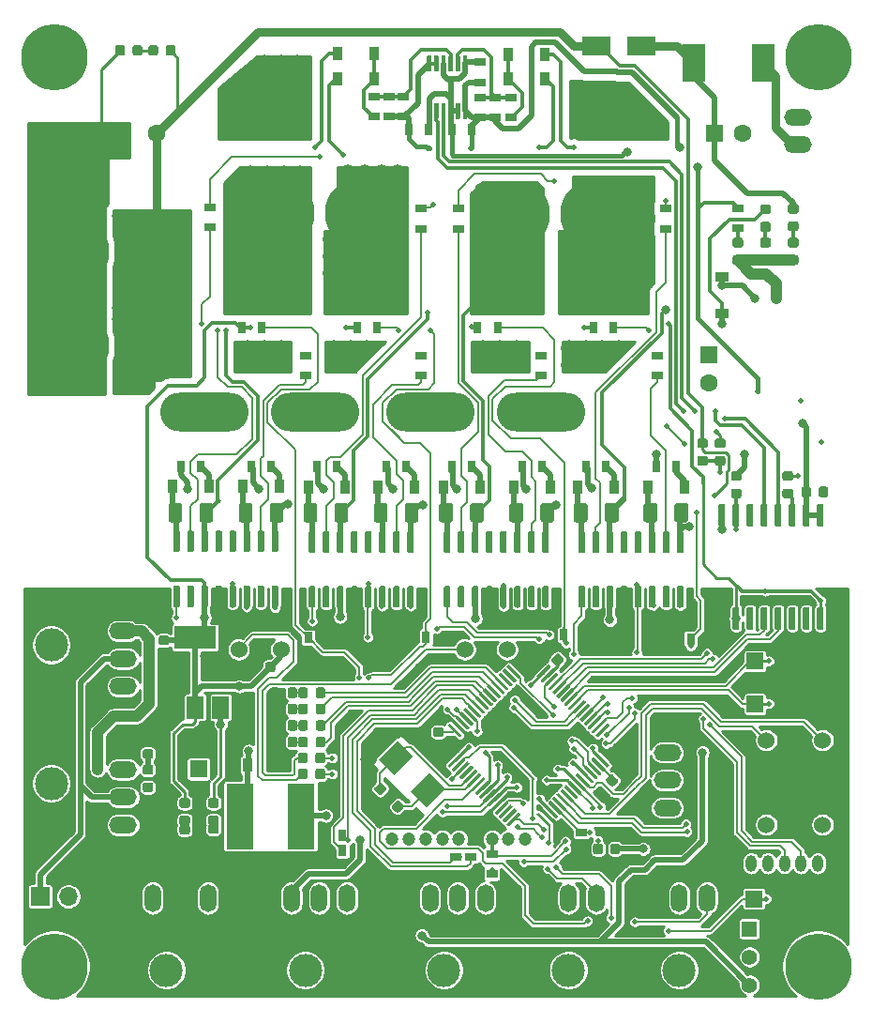
<source format=gbr>
G04 #@! TF.GenerationSoftware,KiCad,Pcbnew,(5.1.5)-3*
G04 #@! TF.CreationDate,2020-03-19T00:06:22+09:00*
G04 #@! TF.ProjectId,SteerMD,53746565-724d-4442-9e6b-696361645f70,rev?*
G04 #@! TF.SameCoordinates,Original*
G04 #@! TF.FileFunction,Copper,L1,Top*
G04 #@! TF.FilePolarity,Positive*
%FSLAX46Y46*%
G04 Gerber Fmt 4.6, Leading zero omitted, Abs format (unit mm)*
G04 Created by KiCad (PCBNEW (5.1.5)-3) date 2020-03-19 00:06:22*
%MOMM*%
%LPD*%
G04 APERTURE LIST*
%ADD10C,1.524000*%
%ADD11O,8.000000X3.500000*%
%ADD12C,0.100000*%
%ADD13C,6.000000*%
%ADD14C,1.200000*%
%ADD15O,1.500000X2.500000*%
%ADD16C,3.000000*%
%ADD17O,2.500000X1.500000*%
%ADD18O,1.000000X1.524000*%
%ADD19C,6.500000*%
%ADD20R,1.600000X1.600000*%
%ADD21C,1.600000*%
%ADD22R,2.500000X1.800000*%
%ADD23R,1.200000X0.900000*%
%ADD24R,0.900000X1.200000*%
%ADD25R,1.700000X1.700000*%
%ADD26O,1.700000X1.700000*%
%ADD27R,2.450000X5.900000*%
%ADD28R,2.000000X3.500000*%
%ADD29R,1.500000X1.500000*%
%ADD30R,3.800000X2.000000*%
%ADD31R,1.500000X2.000000*%
%ADD32R,0.800000X1.000000*%
%ADD33R,1.397000X1.397000*%
%ADD34C,1.397000*%
%ADD35R,1.000000X0.800000*%
%ADD36C,0.500000*%
%ADD37C,0.800000*%
%ADD38C,1.000000*%
%ADD39C,1.500000*%
%ADD40C,0.200000*%
%ADD41C,0.250000*%
%ADD42C,0.500000*%
%ADD43C,0.300000*%
%ADD44C,0.400000*%
%ADD45C,1.000000*%
%ADD46C,0.800000*%
%ADD47C,0.254000*%
G04 APERTURE END LIST*
D10*
X96000000Y-107400000D03*
X94090000Y-107400000D03*
X92180000Y-107400000D03*
D11*
X89090000Y-86000000D03*
X99090000Y-86000000D03*
X119500000Y-86000000D03*
X109500000Y-86000000D03*
D10*
X112590000Y-107400000D03*
X114500000Y-107400000D03*
X116410000Y-107400000D03*
G04 #@! TA.AperFunction,SMDPad,CuDef*
D12*
G36*
X112134812Y-116813534D02*
G01*
X112142093Y-116814614D01*
X112149232Y-116816402D01*
X112156162Y-116818882D01*
X112162816Y-116822029D01*
X112169129Y-116825813D01*
X112175040Y-116830197D01*
X112180494Y-116835140D01*
X112286560Y-116941206D01*
X112291503Y-116946660D01*
X112295887Y-116952571D01*
X112299671Y-116958884D01*
X112302818Y-116965538D01*
X112305298Y-116972468D01*
X112307086Y-116979607D01*
X112308166Y-116986888D01*
X112308527Y-116994239D01*
X112308166Y-117001590D01*
X112307086Y-117008871D01*
X112305298Y-117016010D01*
X112302818Y-117022940D01*
X112299671Y-117029594D01*
X112295887Y-117035907D01*
X112291503Y-117041818D01*
X112286560Y-117047272D01*
X111296610Y-118037222D01*
X111291156Y-118042165D01*
X111285245Y-118046549D01*
X111278932Y-118050333D01*
X111272278Y-118053480D01*
X111265348Y-118055960D01*
X111258209Y-118057748D01*
X111250928Y-118058828D01*
X111243577Y-118059189D01*
X111236226Y-118058828D01*
X111228945Y-118057748D01*
X111221806Y-118055960D01*
X111214876Y-118053480D01*
X111208222Y-118050333D01*
X111201909Y-118046549D01*
X111195998Y-118042165D01*
X111190544Y-118037222D01*
X111084478Y-117931156D01*
X111079535Y-117925702D01*
X111075151Y-117919791D01*
X111071367Y-117913478D01*
X111068220Y-117906824D01*
X111065740Y-117899894D01*
X111063952Y-117892755D01*
X111062872Y-117885474D01*
X111062511Y-117878123D01*
X111062872Y-117870772D01*
X111063952Y-117863491D01*
X111065740Y-117856352D01*
X111068220Y-117849422D01*
X111071367Y-117842768D01*
X111075151Y-117836455D01*
X111079535Y-117830544D01*
X111084478Y-117825090D01*
X112074428Y-116835140D01*
X112079882Y-116830197D01*
X112085793Y-116825813D01*
X112092106Y-116822029D01*
X112098760Y-116818882D01*
X112105690Y-116816402D01*
X112112829Y-116814614D01*
X112120110Y-116813534D01*
X112127461Y-116813173D01*
X112134812Y-116813534D01*
G37*
G04 #@! TD.AperFunction*
G04 #@! TA.AperFunction,SMDPad,CuDef*
G36*
X112488365Y-117167087D02*
G01*
X112495646Y-117168167D01*
X112502785Y-117169955D01*
X112509715Y-117172435D01*
X112516369Y-117175582D01*
X112522682Y-117179366D01*
X112528593Y-117183750D01*
X112534047Y-117188693D01*
X112640113Y-117294759D01*
X112645056Y-117300213D01*
X112649440Y-117306124D01*
X112653224Y-117312437D01*
X112656371Y-117319091D01*
X112658851Y-117326021D01*
X112660639Y-117333160D01*
X112661719Y-117340441D01*
X112662080Y-117347792D01*
X112661719Y-117355143D01*
X112660639Y-117362424D01*
X112658851Y-117369563D01*
X112656371Y-117376493D01*
X112653224Y-117383147D01*
X112649440Y-117389460D01*
X112645056Y-117395371D01*
X112640113Y-117400825D01*
X111650163Y-118390775D01*
X111644709Y-118395718D01*
X111638798Y-118400102D01*
X111632485Y-118403886D01*
X111625831Y-118407033D01*
X111618901Y-118409513D01*
X111611762Y-118411301D01*
X111604481Y-118412381D01*
X111597130Y-118412742D01*
X111589779Y-118412381D01*
X111582498Y-118411301D01*
X111575359Y-118409513D01*
X111568429Y-118407033D01*
X111561775Y-118403886D01*
X111555462Y-118400102D01*
X111549551Y-118395718D01*
X111544097Y-118390775D01*
X111438031Y-118284709D01*
X111433088Y-118279255D01*
X111428704Y-118273344D01*
X111424920Y-118267031D01*
X111421773Y-118260377D01*
X111419293Y-118253447D01*
X111417505Y-118246308D01*
X111416425Y-118239027D01*
X111416064Y-118231676D01*
X111416425Y-118224325D01*
X111417505Y-118217044D01*
X111419293Y-118209905D01*
X111421773Y-118202975D01*
X111424920Y-118196321D01*
X111428704Y-118190008D01*
X111433088Y-118184097D01*
X111438031Y-118178643D01*
X112427981Y-117188693D01*
X112433435Y-117183750D01*
X112439346Y-117179366D01*
X112445659Y-117175582D01*
X112452313Y-117172435D01*
X112459243Y-117169955D01*
X112466382Y-117168167D01*
X112473663Y-117167087D01*
X112481014Y-117166726D01*
X112488365Y-117167087D01*
G37*
G04 #@! TD.AperFunction*
G04 #@! TA.AperFunction,SMDPad,CuDef*
G36*
X112841918Y-117520640D02*
G01*
X112849199Y-117521720D01*
X112856338Y-117523508D01*
X112863268Y-117525988D01*
X112869922Y-117529135D01*
X112876235Y-117532919D01*
X112882146Y-117537303D01*
X112887600Y-117542246D01*
X112993666Y-117648312D01*
X112998609Y-117653766D01*
X113002993Y-117659677D01*
X113006777Y-117665990D01*
X113009924Y-117672644D01*
X113012404Y-117679574D01*
X113014192Y-117686713D01*
X113015272Y-117693994D01*
X113015633Y-117701345D01*
X113015272Y-117708696D01*
X113014192Y-117715977D01*
X113012404Y-117723116D01*
X113009924Y-117730046D01*
X113006777Y-117736700D01*
X113002993Y-117743013D01*
X112998609Y-117748924D01*
X112993666Y-117754378D01*
X112003716Y-118744328D01*
X111998262Y-118749271D01*
X111992351Y-118753655D01*
X111986038Y-118757439D01*
X111979384Y-118760586D01*
X111972454Y-118763066D01*
X111965315Y-118764854D01*
X111958034Y-118765934D01*
X111950683Y-118766295D01*
X111943332Y-118765934D01*
X111936051Y-118764854D01*
X111928912Y-118763066D01*
X111921982Y-118760586D01*
X111915328Y-118757439D01*
X111909015Y-118753655D01*
X111903104Y-118749271D01*
X111897650Y-118744328D01*
X111791584Y-118638262D01*
X111786641Y-118632808D01*
X111782257Y-118626897D01*
X111778473Y-118620584D01*
X111775326Y-118613930D01*
X111772846Y-118607000D01*
X111771058Y-118599861D01*
X111769978Y-118592580D01*
X111769617Y-118585229D01*
X111769978Y-118577878D01*
X111771058Y-118570597D01*
X111772846Y-118563458D01*
X111775326Y-118556528D01*
X111778473Y-118549874D01*
X111782257Y-118543561D01*
X111786641Y-118537650D01*
X111791584Y-118532196D01*
X112781534Y-117542246D01*
X112786988Y-117537303D01*
X112792899Y-117532919D01*
X112799212Y-117529135D01*
X112805866Y-117525988D01*
X112812796Y-117523508D01*
X112819935Y-117521720D01*
X112827216Y-117520640D01*
X112834567Y-117520279D01*
X112841918Y-117520640D01*
G37*
G04 #@! TD.AperFunction*
G04 #@! TA.AperFunction,SMDPad,CuDef*
G36*
X113195472Y-117874194D02*
G01*
X113202753Y-117875274D01*
X113209892Y-117877062D01*
X113216822Y-117879542D01*
X113223476Y-117882689D01*
X113229789Y-117886473D01*
X113235700Y-117890857D01*
X113241154Y-117895800D01*
X113347220Y-118001866D01*
X113352163Y-118007320D01*
X113356547Y-118013231D01*
X113360331Y-118019544D01*
X113363478Y-118026198D01*
X113365958Y-118033128D01*
X113367746Y-118040267D01*
X113368826Y-118047548D01*
X113369187Y-118054899D01*
X113368826Y-118062250D01*
X113367746Y-118069531D01*
X113365958Y-118076670D01*
X113363478Y-118083600D01*
X113360331Y-118090254D01*
X113356547Y-118096567D01*
X113352163Y-118102478D01*
X113347220Y-118107932D01*
X112357270Y-119097882D01*
X112351816Y-119102825D01*
X112345905Y-119107209D01*
X112339592Y-119110993D01*
X112332938Y-119114140D01*
X112326008Y-119116620D01*
X112318869Y-119118408D01*
X112311588Y-119119488D01*
X112304237Y-119119849D01*
X112296886Y-119119488D01*
X112289605Y-119118408D01*
X112282466Y-119116620D01*
X112275536Y-119114140D01*
X112268882Y-119110993D01*
X112262569Y-119107209D01*
X112256658Y-119102825D01*
X112251204Y-119097882D01*
X112145138Y-118991816D01*
X112140195Y-118986362D01*
X112135811Y-118980451D01*
X112132027Y-118974138D01*
X112128880Y-118967484D01*
X112126400Y-118960554D01*
X112124612Y-118953415D01*
X112123532Y-118946134D01*
X112123171Y-118938783D01*
X112123532Y-118931432D01*
X112124612Y-118924151D01*
X112126400Y-118917012D01*
X112128880Y-118910082D01*
X112132027Y-118903428D01*
X112135811Y-118897115D01*
X112140195Y-118891204D01*
X112145138Y-118885750D01*
X113135088Y-117895800D01*
X113140542Y-117890857D01*
X113146453Y-117886473D01*
X113152766Y-117882689D01*
X113159420Y-117879542D01*
X113166350Y-117877062D01*
X113173489Y-117875274D01*
X113180770Y-117874194D01*
X113188121Y-117873833D01*
X113195472Y-117874194D01*
G37*
G04 #@! TD.AperFunction*
G04 #@! TA.AperFunction,SMDPad,CuDef*
G36*
X113549025Y-118227747D02*
G01*
X113556306Y-118228827D01*
X113563445Y-118230615D01*
X113570375Y-118233095D01*
X113577029Y-118236242D01*
X113583342Y-118240026D01*
X113589253Y-118244410D01*
X113594707Y-118249353D01*
X113700773Y-118355419D01*
X113705716Y-118360873D01*
X113710100Y-118366784D01*
X113713884Y-118373097D01*
X113717031Y-118379751D01*
X113719511Y-118386681D01*
X113721299Y-118393820D01*
X113722379Y-118401101D01*
X113722740Y-118408452D01*
X113722379Y-118415803D01*
X113721299Y-118423084D01*
X113719511Y-118430223D01*
X113717031Y-118437153D01*
X113713884Y-118443807D01*
X113710100Y-118450120D01*
X113705716Y-118456031D01*
X113700773Y-118461485D01*
X112710823Y-119451435D01*
X112705369Y-119456378D01*
X112699458Y-119460762D01*
X112693145Y-119464546D01*
X112686491Y-119467693D01*
X112679561Y-119470173D01*
X112672422Y-119471961D01*
X112665141Y-119473041D01*
X112657790Y-119473402D01*
X112650439Y-119473041D01*
X112643158Y-119471961D01*
X112636019Y-119470173D01*
X112629089Y-119467693D01*
X112622435Y-119464546D01*
X112616122Y-119460762D01*
X112610211Y-119456378D01*
X112604757Y-119451435D01*
X112498691Y-119345369D01*
X112493748Y-119339915D01*
X112489364Y-119334004D01*
X112485580Y-119327691D01*
X112482433Y-119321037D01*
X112479953Y-119314107D01*
X112478165Y-119306968D01*
X112477085Y-119299687D01*
X112476724Y-119292336D01*
X112477085Y-119284985D01*
X112478165Y-119277704D01*
X112479953Y-119270565D01*
X112482433Y-119263635D01*
X112485580Y-119256981D01*
X112489364Y-119250668D01*
X112493748Y-119244757D01*
X112498691Y-119239303D01*
X113488641Y-118249353D01*
X113494095Y-118244410D01*
X113500006Y-118240026D01*
X113506319Y-118236242D01*
X113512973Y-118233095D01*
X113519903Y-118230615D01*
X113527042Y-118228827D01*
X113534323Y-118227747D01*
X113541674Y-118227386D01*
X113549025Y-118227747D01*
G37*
G04 #@! TD.AperFunction*
G04 #@! TA.AperFunction,SMDPad,CuDef*
G36*
X113902579Y-118581301D02*
G01*
X113909860Y-118582381D01*
X113916999Y-118584169D01*
X113923929Y-118586649D01*
X113930583Y-118589796D01*
X113936896Y-118593580D01*
X113942807Y-118597964D01*
X113948261Y-118602907D01*
X114054327Y-118708973D01*
X114059270Y-118714427D01*
X114063654Y-118720338D01*
X114067438Y-118726651D01*
X114070585Y-118733305D01*
X114073065Y-118740235D01*
X114074853Y-118747374D01*
X114075933Y-118754655D01*
X114076294Y-118762006D01*
X114075933Y-118769357D01*
X114074853Y-118776638D01*
X114073065Y-118783777D01*
X114070585Y-118790707D01*
X114067438Y-118797361D01*
X114063654Y-118803674D01*
X114059270Y-118809585D01*
X114054327Y-118815039D01*
X113064377Y-119804989D01*
X113058923Y-119809932D01*
X113053012Y-119814316D01*
X113046699Y-119818100D01*
X113040045Y-119821247D01*
X113033115Y-119823727D01*
X113025976Y-119825515D01*
X113018695Y-119826595D01*
X113011344Y-119826956D01*
X113003993Y-119826595D01*
X112996712Y-119825515D01*
X112989573Y-119823727D01*
X112982643Y-119821247D01*
X112975989Y-119818100D01*
X112969676Y-119814316D01*
X112963765Y-119809932D01*
X112958311Y-119804989D01*
X112852245Y-119698923D01*
X112847302Y-119693469D01*
X112842918Y-119687558D01*
X112839134Y-119681245D01*
X112835987Y-119674591D01*
X112833507Y-119667661D01*
X112831719Y-119660522D01*
X112830639Y-119653241D01*
X112830278Y-119645890D01*
X112830639Y-119638539D01*
X112831719Y-119631258D01*
X112833507Y-119624119D01*
X112835987Y-119617189D01*
X112839134Y-119610535D01*
X112842918Y-119604222D01*
X112847302Y-119598311D01*
X112852245Y-119592857D01*
X113842195Y-118602907D01*
X113847649Y-118597964D01*
X113853560Y-118593580D01*
X113859873Y-118589796D01*
X113866527Y-118586649D01*
X113873457Y-118584169D01*
X113880596Y-118582381D01*
X113887877Y-118581301D01*
X113895228Y-118580940D01*
X113902579Y-118581301D01*
G37*
G04 #@! TD.AperFunction*
G04 #@! TA.AperFunction,SMDPad,CuDef*
G36*
X114256132Y-118934854D02*
G01*
X114263413Y-118935934D01*
X114270552Y-118937722D01*
X114277482Y-118940202D01*
X114284136Y-118943349D01*
X114290449Y-118947133D01*
X114296360Y-118951517D01*
X114301814Y-118956460D01*
X114407880Y-119062526D01*
X114412823Y-119067980D01*
X114417207Y-119073891D01*
X114420991Y-119080204D01*
X114424138Y-119086858D01*
X114426618Y-119093788D01*
X114428406Y-119100927D01*
X114429486Y-119108208D01*
X114429847Y-119115559D01*
X114429486Y-119122910D01*
X114428406Y-119130191D01*
X114426618Y-119137330D01*
X114424138Y-119144260D01*
X114420991Y-119150914D01*
X114417207Y-119157227D01*
X114412823Y-119163138D01*
X114407880Y-119168592D01*
X113417930Y-120158542D01*
X113412476Y-120163485D01*
X113406565Y-120167869D01*
X113400252Y-120171653D01*
X113393598Y-120174800D01*
X113386668Y-120177280D01*
X113379529Y-120179068D01*
X113372248Y-120180148D01*
X113364897Y-120180509D01*
X113357546Y-120180148D01*
X113350265Y-120179068D01*
X113343126Y-120177280D01*
X113336196Y-120174800D01*
X113329542Y-120171653D01*
X113323229Y-120167869D01*
X113317318Y-120163485D01*
X113311864Y-120158542D01*
X113205798Y-120052476D01*
X113200855Y-120047022D01*
X113196471Y-120041111D01*
X113192687Y-120034798D01*
X113189540Y-120028144D01*
X113187060Y-120021214D01*
X113185272Y-120014075D01*
X113184192Y-120006794D01*
X113183831Y-119999443D01*
X113184192Y-119992092D01*
X113185272Y-119984811D01*
X113187060Y-119977672D01*
X113189540Y-119970742D01*
X113192687Y-119964088D01*
X113196471Y-119957775D01*
X113200855Y-119951864D01*
X113205798Y-119946410D01*
X114195748Y-118956460D01*
X114201202Y-118951517D01*
X114207113Y-118947133D01*
X114213426Y-118943349D01*
X114220080Y-118940202D01*
X114227010Y-118937722D01*
X114234149Y-118935934D01*
X114241430Y-118934854D01*
X114248781Y-118934493D01*
X114256132Y-118934854D01*
G37*
G04 #@! TD.AperFunction*
G04 #@! TA.AperFunction,SMDPad,CuDef*
G36*
X114609685Y-119288407D02*
G01*
X114616966Y-119289487D01*
X114624105Y-119291275D01*
X114631035Y-119293755D01*
X114637689Y-119296902D01*
X114644002Y-119300686D01*
X114649913Y-119305070D01*
X114655367Y-119310013D01*
X114761433Y-119416079D01*
X114766376Y-119421533D01*
X114770760Y-119427444D01*
X114774544Y-119433757D01*
X114777691Y-119440411D01*
X114780171Y-119447341D01*
X114781959Y-119454480D01*
X114783039Y-119461761D01*
X114783400Y-119469112D01*
X114783039Y-119476463D01*
X114781959Y-119483744D01*
X114780171Y-119490883D01*
X114777691Y-119497813D01*
X114774544Y-119504467D01*
X114770760Y-119510780D01*
X114766376Y-119516691D01*
X114761433Y-119522145D01*
X113771483Y-120512095D01*
X113766029Y-120517038D01*
X113760118Y-120521422D01*
X113753805Y-120525206D01*
X113747151Y-120528353D01*
X113740221Y-120530833D01*
X113733082Y-120532621D01*
X113725801Y-120533701D01*
X113718450Y-120534062D01*
X113711099Y-120533701D01*
X113703818Y-120532621D01*
X113696679Y-120530833D01*
X113689749Y-120528353D01*
X113683095Y-120525206D01*
X113676782Y-120521422D01*
X113670871Y-120517038D01*
X113665417Y-120512095D01*
X113559351Y-120406029D01*
X113554408Y-120400575D01*
X113550024Y-120394664D01*
X113546240Y-120388351D01*
X113543093Y-120381697D01*
X113540613Y-120374767D01*
X113538825Y-120367628D01*
X113537745Y-120360347D01*
X113537384Y-120352996D01*
X113537745Y-120345645D01*
X113538825Y-120338364D01*
X113540613Y-120331225D01*
X113543093Y-120324295D01*
X113546240Y-120317641D01*
X113550024Y-120311328D01*
X113554408Y-120305417D01*
X113559351Y-120299963D01*
X114549301Y-119310013D01*
X114554755Y-119305070D01*
X114560666Y-119300686D01*
X114566979Y-119296902D01*
X114573633Y-119293755D01*
X114580563Y-119291275D01*
X114587702Y-119289487D01*
X114594983Y-119288407D01*
X114602334Y-119288046D01*
X114609685Y-119288407D01*
G37*
G04 #@! TD.AperFunction*
G04 #@! TA.AperFunction,SMDPad,CuDef*
G36*
X114963239Y-119641961D02*
G01*
X114970520Y-119643041D01*
X114977659Y-119644829D01*
X114984589Y-119647309D01*
X114991243Y-119650456D01*
X114997556Y-119654240D01*
X115003467Y-119658624D01*
X115008921Y-119663567D01*
X115114987Y-119769633D01*
X115119930Y-119775087D01*
X115124314Y-119780998D01*
X115128098Y-119787311D01*
X115131245Y-119793965D01*
X115133725Y-119800895D01*
X115135513Y-119808034D01*
X115136593Y-119815315D01*
X115136954Y-119822666D01*
X115136593Y-119830017D01*
X115135513Y-119837298D01*
X115133725Y-119844437D01*
X115131245Y-119851367D01*
X115128098Y-119858021D01*
X115124314Y-119864334D01*
X115119930Y-119870245D01*
X115114987Y-119875699D01*
X114125037Y-120865649D01*
X114119583Y-120870592D01*
X114113672Y-120874976D01*
X114107359Y-120878760D01*
X114100705Y-120881907D01*
X114093775Y-120884387D01*
X114086636Y-120886175D01*
X114079355Y-120887255D01*
X114072004Y-120887616D01*
X114064653Y-120887255D01*
X114057372Y-120886175D01*
X114050233Y-120884387D01*
X114043303Y-120881907D01*
X114036649Y-120878760D01*
X114030336Y-120874976D01*
X114024425Y-120870592D01*
X114018971Y-120865649D01*
X113912905Y-120759583D01*
X113907962Y-120754129D01*
X113903578Y-120748218D01*
X113899794Y-120741905D01*
X113896647Y-120735251D01*
X113894167Y-120728321D01*
X113892379Y-120721182D01*
X113891299Y-120713901D01*
X113890938Y-120706550D01*
X113891299Y-120699199D01*
X113892379Y-120691918D01*
X113894167Y-120684779D01*
X113896647Y-120677849D01*
X113899794Y-120671195D01*
X113903578Y-120664882D01*
X113907962Y-120658971D01*
X113912905Y-120653517D01*
X114902855Y-119663567D01*
X114908309Y-119658624D01*
X114914220Y-119654240D01*
X114920533Y-119650456D01*
X114927187Y-119647309D01*
X114934117Y-119644829D01*
X114941256Y-119643041D01*
X114948537Y-119641961D01*
X114955888Y-119641600D01*
X114963239Y-119641961D01*
G37*
G04 #@! TD.AperFunction*
G04 #@! TA.AperFunction,SMDPad,CuDef*
G36*
X115316792Y-119995514D02*
G01*
X115324073Y-119996594D01*
X115331212Y-119998382D01*
X115338142Y-120000862D01*
X115344796Y-120004009D01*
X115351109Y-120007793D01*
X115357020Y-120012177D01*
X115362474Y-120017120D01*
X115468540Y-120123186D01*
X115473483Y-120128640D01*
X115477867Y-120134551D01*
X115481651Y-120140864D01*
X115484798Y-120147518D01*
X115487278Y-120154448D01*
X115489066Y-120161587D01*
X115490146Y-120168868D01*
X115490507Y-120176219D01*
X115490146Y-120183570D01*
X115489066Y-120190851D01*
X115487278Y-120197990D01*
X115484798Y-120204920D01*
X115481651Y-120211574D01*
X115477867Y-120217887D01*
X115473483Y-120223798D01*
X115468540Y-120229252D01*
X114478590Y-121219202D01*
X114473136Y-121224145D01*
X114467225Y-121228529D01*
X114460912Y-121232313D01*
X114454258Y-121235460D01*
X114447328Y-121237940D01*
X114440189Y-121239728D01*
X114432908Y-121240808D01*
X114425557Y-121241169D01*
X114418206Y-121240808D01*
X114410925Y-121239728D01*
X114403786Y-121237940D01*
X114396856Y-121235460D01*
X114390202Y-121232313D01*
X114383889Y-121228529D01*
X114377978Y-121224145D01*
X114372524Y-121219202D01*
X114266458Y-121113136D01*
X114261515Y-121107682D01*
X114257131Y-121101771D01*
X114253347Y-121095458D01*
X114250200Y-121088804D01*
X114247720Y-121081874D01*
X114245932Y-121074735D01*
X114244852Y-121067454D01*
X114244491Y-121060103D01*
X114244852Y-121052752D01*
X114245932Y-121045471D01*
X114247720Y-121038332D01*
X114250200Y-121031402D01*
X114253347Y-121024748D01*
X114257131Y-121018435D01*
X114261515Y-121012524D01*
X114266458Y-121007070D01*
X115256408Y-120017120D01*
X115261862Y-120012177D01*
X115267773Y-120007793D01*
X115274086Y-120004009D01*
X115280740Y-120000862D01*
X115287670Y-119998382D01*
X115294809Y-119996594D01*
X115302090Y-119995514D01*
X115309441Y-119995153D01*
X115316792Y-119995514D01*
G37*
G04 #@! TD.AperFunction*
G04 #@! TA.AperFunction,SMDPad,CuDef*
G36*
X115670345Y-120349067D02*
G01*
X115677626Y-120350147D01*
X115684765Y-120351935D01*
X115691695Y-120354415D01*
X115698349Y-120357562D01*
X115704662Y-120361346D01*
X115710573Y-120365730D01*
X115716027Y-120370673D01*
X115822093Y-120476739D01*
X115827036Y-120482193D01*
X115831420Y-120488104D01*
X115835204Y-120494417D01*
X115838351Y-120501071D01*
X115840831Y-120508001D01*
X115842619Y-120515140D01*
X115843699Y-120522421D01*
X115844060Y-120529772D01*
X115843699Y-120537123D01*
X115842619Y-120544404D01*
X115840831Y-120551543D01*
X115838351Y-120558473D01*
X115835204Y-120565127D01*
X115831420Y-120571440D01*
X115827036Y-120577351D01*
X115822093Y-120582805D01*
X114832143Y-121572755D01*
X114826689Y-121577698D01*
X114820778Y-121582082D01*
X114814465Y-121585866D01*
X114807811Y-121589013D01*
X114800881Y-121591493D01*
X114793742Y-121593281D01*
X114786461Y-121594361D01*
X114779110Y-121594722D01*
X114771759Y-121594361D01*
X114764478Y-121593281D01*
X114757339Y-121591493D01*
X114750409Y-121589013D01*
X114743755Y-121585866D01*
X114737442Y-121582082D01*
X114731531Y-121577698D01*
X114726077Y-121572755D01*
X114620011Y-121466689D01*
X114615068Y-121461235D01*
X114610684Y-121455324D01*
X114606900Y-121449011D01*
X114603753Y-121442357D01*
X114601273Y-121435427D01*
X114599485Y-121428288D01*
X114598405Y-121421007D01*
X114598044Y-121413656D01*
X114598405Y-121406305D01*
X114599485Y-121399024D01*
X114601273Y-121391885D01*
X114603753Y-121384955D01*
X114606900Y-121378301D01*
X114610684Y-121371988D01*
X114615068Y-121366077D01*
X114620011Y-121360623D01*
X115609961Y-120370673D01*
X115615415Y-120365730D01*
X115621326Y-120361346D01*
X115627639Y-120357562D01*
X115634293Y-120354415D01*
X115641223Y-120351935D01*
X115648362Y-120350147D01*
X115655643Y-120349067D01*
X115662994Y-120348706D01*
X115670345Y-120349067D01*
G37*
G04 #@! TD.AperFunction*
G04 #@! TA.AperFunction,SMDPad,CuDef*
G36*
X116023899Y-120702621D02*
G01*
X116031180Y-120703701D01*
X116038319Y-120705489D01*
X116045249Y-120707969D01*
X116051903Y-120711116D01*
X116058216Y-120714900D01*
X116064127Y-120719284D01*
X116069581Y-120724227D01*
X116175647Y-120830293D01*
X116180590Y-120835747D01*
X116184974Y-120841658D01*
X116188758Y-120847971D01*
X116191905Y-120854625D01*
X116194385Y-120861555D01*
X116196173Y-120868694D01*
X116197253Y-120875975D01*
X116197614Y-120883326D01*
X116197253Y-120890677D01*
X116196173Y-120897958D01*
X116194385Y-120905097D01*
X116191905Y-120912027D01*
X116188758Y-120918681D01*
X116184974Y-120924994D01*
X116180590Y-120930905D01*
X116175647Y-120936359D01*
X115185697Y-121926309D01*
X115180243Y-121931252D01*
X115174332Y-121935636D01*
X115168019Y-121939420D01*
X115161365Y-121942567D01*
X115154435Y-121945047D01*
X115147296Y-121946835D01*
X115140015Y-121947915D01*
X115132664Y-121948276D01*
X115125313Y-121947915D01*
X115118032Y-121946835D01*
X115110893Y-121945047D01*
X115103963Y-121942567D01*
X115097309Y-121939420D01*
X115090996Y-121935636D01*
X115085085Y-121931252D01*
X115079631Y-121926309D01*
X114973565Y-121820243D01*
X114968622Y-121814789D01*
X114964238Y-121808878D01*
X114960454Y-121802565D01*
X114957307Y-121795911D01*
X114954827Y-121788981D01*
X114953039Y-121781842D01*
X114951959Y-121774561D01*
X114951598Y-121767210D01*
X114951959Y-121759859D01*
X114953039Y-121752578D01*
X114954827Y-121745439D01*
X114957307Y-121738509D01*
X114960454Y-121731855D01*
X114964238Y-121725542D01*
X114968622Y-121719631D01*
X114973565Y-121714177D01*
X115963515Y-120724227D01*
X115968969Y-120719284D01*
X115974880Y-120714900D01*
X115981193Y-120711116D01*
X115987847Y-120707969D01*
X115994777Y-120705489D01*
X116001916Y-120703701D01*
X116009197Y-120702621D01*
X116016548Y-120702260D01*
X116023899Y-120702621D01*
G37*
G04 #@! TD.AperFunction*
G04 #@! TA.AperFunction,SMDPad,CuDef*
G36*
X116377452Y-121056174D02*
G01*
X116384733Y-121057254D01*
X116391872Y-121059042D01*
X116398802Y-121061522D01*
X116405456Y-121064669D01*
X116411769Y-121068453D01*
X116417680Y-121072837D01*
X116423134Y-121077780D01*
X116529200Y-121183846D01*
X116534143Y-121189300D01*
X116538527Y-121195211D01*
X116542311Y-121201524D01*
X116545458Y-121208178D01*
X116547938Y-121215108D01*
X116549726Y-121222247D01*
X116550806Y-121229528D01*
X116551167Y-121236879D01*
X116550806Y-121244230D01*
X116549726Y-121251511D01*
X116547938Y-121258650D01*
X116545458Y-121265580D01*
X116542311Y-121272234D01*
X116538527Y-121278547D01*
X116534143Y-121284458D01*
X116529200Y-121289912D01*
X115539250Y-122279862D01*
X115533796Y-122284805D01*
X115527885Y-122289189D01*
X115521572Y-122292973D01*
X115514918Y-122296120D01*
X115507988Y-122298600D01*
X115500849Y-122300388D01*
X115493568Y-122301468D01*
X115486217Y-122301829D01*
X115478866Y-122301468D01*
X115471585Y-122300388D01*
X115464446Y-122298600D01*
X115457516Y-122296120D01*
X115450862Y-122292973D01*
X115444549Y-122289189D01*
X115438638Y-122284805D01*
X115433184Y-122279862D01*
X115327118Y-122173796D01*
X115322175Y-122168342D01*
X115317791Y-122162431D01*
X115314007Y-122156118D01*
X115310860Y-122149464D01*
X115308380Y-122142534D01*
X115306592Y-122135395D01*
X115305512Y-122128114D01*
X115305151Y-122120763D01*
X115305512Y-122113412D01*
X115306592Y-122106131D01*
X115308380Y-122098992D01*
X115310860Y-122092062D01*
X115314007Y-122085408D01*
X115317791Y-122079095D01*
X115322175Y-122073184D01*
X115327118Y-122067730D01*
X116317068Y-121077780D01*
X116322522Y-121072837D01*
X116328433Y-121068453D01*
X116334746Y-121064669D01*
X116341400Y-121061522D01*
X116348330Y-121059042D01*
X116355469Y-121057254D01*
X116362750Y-121056174D01*
X116370101Y-121055813D01*
X116377452Y-121056174D01*
G37*
G04 #@! TD.AperFunction*
G04 #@! TA.AperFunction,SMDPad,CuDef*
G36*
X116731006Y-121409728D02*
G01*
X116738287Y-121410808D01*
X116745426Y-121412596D01*
X116752356Y-121415076D01*
X116759010Y-121418223D01*
X116765323Y-121422007D01*
X116771234Y-121426391D01*
X116776688Y-121431334D01*
X116882754Y-121537400D01*
X116887697Y-121542854D01*
X116892081Y-121548765D01*
X116895865Y-121555078D01*
X116899012Y-121561732D01*
X116901492Y-121568662D01*
X116903280Y-121575801D01*
X116904360Y-121583082D01*
X116904721Y-121590433D01*
X116904360Y-121597784D01*
X116903280Y-121605065D01*
X116901492Y-121612204D01*
X116899012Y-121619134D01*
X116895865Y-121625788D01*
X116892081Y-121632101D01*
X116887697Y-121638012D01*
X116882754Y-121643466D01*
X115892804Y-122633416D01*
X115887350Y-122638359D01*
X115881439Y-122642743D01*
X115875126Y-122646527D01*
X115868472Y-122649674D01*
X115861542Y-122652154D01*
X115854403Y-122653942D01*
X115847122Y-122655022D01*
X115839771Y-122655383D01*
X115832420Y-122655022D01*
X115825139Y-122653942D01*
X115818000Y-122652154D01*
X115811070Y-122649674D01*
X115804416Y-122646527D01*
X115798103Y-122642743D01*
X115792192Y-122638359D01*
X115786738Y-122633416D01*
X115680672Y-122527350D01*
X115675729Y-122521896D01*
X115671345Y-122515985D01*
X115667561Y-122509672D01*
X115664414Y-122503018D01*
X115661934Y-122496088D01*
X115660146Y-122488949D01*
X115659066Y-122481668D01*
X115658705Y-122474317D01*
X115659066Y-122466966D01*
X115660146Y-122459685D01*
X115661934Y-122452546D01*
X115664414Y-122445616D01*
X115667561Y-122438962D01*
X115671345Y-122432649D01*
X115675729Y-122426738D01*
X115680672Y-122421284D01*
X116670622Y-121431334D01*
X116676076Y-121426391D01*
X116681987Y-121422007D01*
X116688300Y-121418223D01*
X116694954Y-121415076D01*
X116701884Y-121412596D01*
X116709023Y-121410808D01*
X116716304Y-121409728D01*
X116723655Y-121409367D01*
X116731006Y-121409728D01*
G37*
G04 #@! TD.AperFunction*
G04 #@! TA.AperFunction,SMDPad,CuDef*
G36*
X117084559Y-121763281D02*
G01*
X117091840Y-121764361D01*
X117098979Y-121766149D01*
X117105909Y-121768629D01*
X117112563Y-121771776D01*
X117118876Y-121775560D01*
X117124787Y-121779944D01*
X117130241Y-121784887D01*
X117236307Y-121890953D01*
X117241250Y-121896407D01*
X117245634Y-121902318D01*
X117249418Y-121908631D01*
X117252565Y-121915285D01*
X117255045Y-121922215D01*
X117256833Y-121929354D01*
X117257913Y-121936635D01*
X117258274Y-121943986D01*
X117257913Y-121951337D01*
X117256833Y-121958618D01*
X117255045Y-121965757D01*
X117252565Y-121972687D01*
X117249418Y-121979341D01*
X117245634Y-121985654D01*
X117241250Y-121991565D01*
X117236307Y-121997019D01*
X116246357Y-122986969D01*
X116240903Y-122991912D01*
X116234992Y-122996296D01*
X116228679Y-123000080D01*
X116222025Y-123003227D01*
X116215095Y-123005707D01*
X116207956Y-123007495D01*
X116200675Y-123008575D01*
X116193324Y-123008936D01*
X116185973Y-123008575D01*
X116178692Y-123007495D01*
X116171553Y-123005707D01*
X116164623Y-123003227D01*
X116157969Y-123000080D01*
X116151656Y-122996296D01*
X116145745Y-122991912D01*
X116140291Y-122986969D01*
X116034225Y-122880903D01*
X116029282Y-122875449D01*
X116024898Y-122869538D01*
X116021114Y-122863225D01*
X116017967Y-122856571D01*
X116015487Y-122849641D01*
X116013699Y-122842502D01*
X116012619Y-122835221D01*
X116012258Y-122827870D01*
X116012619Y-122820519D01*
X116013699Y-122813238D01*
X116015487Y-122806099D01*
X116017967Y-122799169D01*
X116021114Y-122792515D01*
X116024898Y-122786202D01*
X116029282Y-122780291D01*
X116034225Y-122774837D01*
X117024175Y-121784887D01*
X117029629Y-121779944D01*
X117035540Y-121775560D01*
X117041853Y-121771776D01*
X117048507Y-121768629D01*
X117055437Y-121766149D01*
X117062576Y-121764361D01*
X117069857Y-121763281D01*
X117077208Y-121762920D01*
X117084559Y-121763281D01*
G37*
G04 #@! TD.AperFunction*
G04 #@! TA.AperFunction,SMDPad,CuDef*
G36*
X117438112Y-122116834D02*
G01*
X117445393Y-122117914D01*
X117452532Y-122119702D01*
X117459462Y-122122182D01*
X117466116Y-122125329D01*
X117472429Y-122129113D01*
X117478340Y-122133497D01*
X117483794Y-122138440D01*
X117589860Y-122244506D01*
X117594803Y-122249960D01*
X117599187Y-122255871D01*
X117602971Y-122262184D01*
X117606118Y-122268838D01*
X117608598Y-122275768D01*
X117610386Y-122282907D01*
X117611466Y-122290188D01*
X117611827Y-122297539D01*
X117611466Y-122304890D01*
X117610386Y-122312171D01*
X117608598Y-122319310D01*
X117606118Y-122326240D01*
X117602971Y-122332894D01*
X117599187Y-122339207D01*
X117594803Y-122345118D01*
X117589860Y-122350572D01*
X116599910Y-123340522D01*
X116594456Y-123345465D01*
X116588545Y-123349849D01*
X116582232Y-123353633D01*
X116575578Y-123356780D01*
X116568648Y-123359260D01*
X116561509Y-123361048D01*
X116554228Y-123362128D01*
X116546877Y-123362489D01*
X116539526Y-123362128D01*
X116532245Y-123361048D01*
X116525106Y-123359260D01*
X116518176Y-123356780D01*
X116511522Y-123353633D01*
X116505209Y-123349849D01*
X116499298Y-123345465D01*
X116493844Y-123340522D01*
X116387778Y-123234456D01*
X116382835Y-123229002D01*
X116378451Y-123223091D01*
X116374667Y-123216778D01*
X116371520Y-123210124D01*
X116369040Y-123203194D01*
X116367252Y-123196055D01*
X116366172Y-123188774D01*
X116365811Y-123181423D01*
X116366172Y-123174072D01*
X116367252Y-123166791D01*
X116369040Y-123159652D01*
X116371520Y-123152722D01*
X116374667Y-123146068D01*
X116378451Y-123139755D01*
X116382835Y-123133844D01*
X116387778Y-123128390D01*
X117377728Y-122138440D01*
X117383182Y-122133497D01*
X117389093Y-122129113D01*
X117395406Y-122125329D01*
X117402060Y-122122182D01*
X117408990Y-122119702D01*
X117416129Y-122117914D01*
X117423410Y-122116834D01*
X117430761Y-122116473D01*
X117438112Y-122116834D01*
G37*
G04 #@! TD.AperFunction*
G04 #@! TA.AperFunction,SMDPad,CuDef*
G36*
X119276590Y-122116834D02*
G01*
X119283871Y-122117914D01*
X119291010Y-122119702D01*
X119297940Y-122122182D01*
X119304594Y-122125329D01*
X119310907Y-122129113D01*
X119316818Y-122133497D01*
X119322272Y-122138440D01*
X120312222Y-123128390D01*
X120317165Y-123133844D01*
X120321549Y-123139755D01*
X120325333Y-123146068D01*
X120328480Y-123152722D01*
X120330960Y-123159652D01*
X120332748Y-123166791D01*
X120333828Y-123174072D01*
X120334189Y-123181423D01*
X120333828Y-123188774D01*
X120332748Y-123196055D01*
X120330960Y-123203194D01*
X120328480Y-123210124D01*
X120325333Y-123216778D01*
X120321549Y-123223091D01*
X120317165Y-123229002D01*
X120312222Y-123234456D01*
X120206156Y-123340522D01*
X120200702Y-123345465D01*
X120194791Y-123349849D01*
X120188478Y-123353633D01*
X120181824Y-123356780D01*
X120174894Y-123359260D01*
X120167755Y-123361048D01*
X120160474Y-123362128D01*
X120153123Y-123362489D01*
X120145772Y-123362128D01*
X120138491Y-123361048D01*
X120131352Y-123359260D01*
X120124422Y-123356780D01*
X120117768Y-123353633D01*
X120111455Y-123349849D01*
X120105544Y-123345465D01*
X120100090Y-123340522D01*
X119110140Y-122350572D01*
X119105197Y-122345118D01*
X119100813Y-122339207D01*
X119097029Y-122332894D01*
X119093882Y-122326240D01*
X119091402Y-122319310D01*
X119089614Y-122312171D01*
X119088534Y-122304890D01*
X119088173Y-122297539D01*
X119088534Y-122290188D01*
X119089614Y-122282907D01*
X119091402Y-122275768D01*
X119093882Y-122268838D01*
X119097029Y-122262184D01*
X119100813Y-122255871D01*
X119105197Y-122249960D01*
X119110140Y-122244506D01*
X119216206Y-122138440D01*
X119221660Y-122133497D01*
X119227571Y-122129113D01*
X119233884Y-122125329D01*
X119240538Y-122122182D01*
X119247468Y-122119702D01*
X119254607Y-122117914D01*
X119261888Y-122116834D01*
X119269239Y-122116473D01*
X119276590Y-122116834D01*
G37*
G04 #@! TD.AperFunction*
G04 #@! TA.AperFunction,SMDPad,CuDef*
G36*
X119630143Y-121763281D02*
G01*
X119637424Y-121764361D01*
X119644563Y-121766149D01*
X119651493Y-121768629D01*
X119658147Y-121771776D01*
X119664460Y-121775560D01*
X119670371Y-121779944D01*
X119675825Y-121784887D01*
X120665775Y-122774837D01*
X120670718Y-122780291D01*
X120675102Y-122786202D01*
X120678886Y-122792515D01*
X120682033Y-122799169D01*
X120684513Y-122806099D01*
X120686301Y-122813238D01*
X120687381Y-122820519D01*
X120687742Y-122827870D01*
X120687381Y-122835221D01*
X120686301Y-122842502D01*
X120684513Y-122849641D01*
X120682033Y-122856571D01*
X120678886Y-122863225D01*
X120675102Y-122869538D01*
X120670718Y-122875449D01*
X120665775Y-122880903D01*
X120559709Y-122986969D01*
X120554255Y-122991912D01*
X120548344Y-122996296D01*
X120542031Y-123000080D01*
X120535377Y-123003227D01*
X120528447Y-123005707D01*
X120521308Y-123007495D01*
X120514027Y-123008575D01*
X120506676Y-123008936D01*
X120499325Y-123008575D01*
X120492044Y-123007495D01*
X120484905Y-123005707D01*
X120477975Y-123003227D01*
X120471321Y-123000080D01*
X120465008Y-122996296D01*
X120459097Y-122991912D01*
X120453643Y-122986969D01*
X119463693Y-121997019D01*
X119458750Y-121991565D01*
X119454366Y-121985654D01*
X119450582Y-121979341D01*
X119447435Y-121972687D01*
X119444955Y-121965757D01*
X119443167Y-121958618D01*
X119442087Y-121951337D01*
X119441726Y-121943986D01*
X119442087Y-121936635D01*
X119443167Y-121929354D01*
X119444955Y-121922215D01*
X119447435Y-121915285D01*
X119450582Y-121908631D01*
X119454366Y-121902318D01*
X119458750Y-121896407D01*
X119463693Y-121890953D01*
X119569759Y-121784887D01*
X119575213Y-121779944D01*
X119581124Y-121775560D01*
X119587437Y-121771776D01*
X119594091Y-121768629D01*
X119601021Y-121766149D01*
X119608160Y-121764361D01*
X119615441Y-121763281D01*
X119622792Y-121762920D01*
X119630143Y-121763281D01*
G37*
G04 #@! TD.AperFunction*
G04 #@! TA.AperFunction,SMDPad,CuDef*
G36*
X119983696Y-121409728D02*
G01*
X119990977Y-121410808D01*
X119998116Y-121412596D01*
X120005046Y-121415076D01*
X120011700Y-121418223D01*
X120018013Y-121422007D01*
X120023924Y-121426391D01*
X120029378Y-121431334D01*
X121019328Y-122421284D01*
X121024271Y-122426738D01*
X121028655Y-122432649D01*
X121032439Y-122438962D01*
X121035586Y-122445616D01*
X121038066Y-122452546D01*
X121039854Y-122459685D01*
X121040934Y-122466966D01*
X121041295Y-122474317D01*
X121040934Y-122481668D01*
X121039854Y-122488949D01*
X121038066Y-122496088D01*
X121035586Y-122503018D01*
X121032439Y-122509672D01*
X121028655Y-122515985D01*
X121024271Y-122521896D01*
X121019328Y-122527350D01*
X120913262Y-122633416D01*
X120907808Y-122638359D01*
X120901897Y-122642743D01*
X120895584Y-122646527D01*
X120888930Y-122649674D01*
X120882000Y-122652154D01*
X120874861Y-122653942D01*
X120867580Y-122655022D01*
X120860229Y-122655383D01*
X120852878Y-122655022D01*
X120845597Y-122653942D01*
X120838458Y-122652154D01*
X120831528Y-122649674D01*
X120824874Y-122646527D01*
X120818561Y-122642743D01*
X120812650Y-122638359D01*
X120807196Y-122633416D01*
X119817246Y-121643466D01*
X119812303Y-121638012D01*
X119807919Y-121632101D01*
X119804135Y-121625788D01*
X119800988Y-121619134D01*
X119798508Y-121612204D01*
X119796720Y-121605065D01*
X119795640Y-121597784D01*
X119795279Y-121590433D01*
X119795640Y-121583082D01*
X119796720Y-121575801D01*
X119798508Y-121568662D01*
X119800988Y-121561732D01*
X119804135Y-121555078D01*
X119807919Y-121548765D01*
X119812303Y-121542854D01*
X119817246Y-121537400D01*
X119923312Y-121431334D01*
X119928766Y-121426391D01*
X119934677Y-121422007D01*
X119940990Y-121418223D01*
X119947644Y-121415076D01*
X119954574Y-121412596D01*
X119961713Y-121410808D01*
X119968994Y-121409728D01*
X119976345Y-121409367D01*
X119983696Y-121409728D01*
G37*
G04 #@! TD.AperFunction*
G04 #@! TA.AperFunction,SMDPad,CuDef*
G36*
X120337250Y-121056174D02*
G01*
X120344531Y-121057254D01*
X120351670Y-121059042D01*
X120358600Y-121061522D01*
X120365254Y-121064669D01*
X120371567Y-121068453D01*
X120377478Y-121072837D01*
X120382932Y-121077780D01*
X121372882Y-122067730D01*
X121377825Y-122073184D01*
X121382209Y-122079095D01*
X121385993Y-122085408D01*
X121389140Y-122092062D01*
X121391620Y-122098992D01*
X121393408Y-122106131D01*
X121394488Y-122113412D01*
X121394849Y-122120763D01*
X121394488Y-122128114D01*
X121393408Y-122135395D01*
X121391620Y-122142534D01*
X121389140Y-122149464D01*
X121385993Y-122156118D01*
X121382209Y-122162431D01*
X121377825Y-122168342D01*
X121372882Y-122173796D01*
X121266816Y-122279862D01*
X121261362Y-122284805D01*
X121255451Y-122289189D01*
X121249138Y-122292973D01*
X121242484Y-122296120D01*
X121235554Y-122298600D01*
X121228415Y-122300388D01*
X121221134Y-122301468D01*
X121213783Y-122301829D01*
X121206432Y-122301468D01*
X121199151Y-122300388D01*
X121192012Y-122298600D01*
X121185082Y-122296120D01*
X121178428Y-122292973D01*
X121172115Y-122289189D01*
X121166204Y-122284805D01*
X121160750Y-122279862D01*
X120170800Y-121289912D01*
X120165857Y-121284458D01*
X120161473Y-121278547D01*
X120157689Y-121272234D01*
X120154542Y-121265580D01*
X120152062Y-121258650D01*
X120150274Y-121251511D01*
X120149194Y-121244230D01*
X120148833Y-121236879D01*
X120149194Y-121229528D01*
X120150274Y-121222247D01*
X120152062Y-121215108D01*
X120154542Y-121208178D01*
X120157689Y-121201524D01*
X120161473Y-121195211D01*
X120165857Y-121189300D01*
X120170800Y-121183846D01*
X120276866Y-121077780D01*
X120282320Y-121072837D01*
X120288231Y-121068453D01*
X120294544Y-121064669D01*
X120301198Y-121061522D01*
X120308128Y-121059042D01*
X120315267Y-121057254D01*
X120322548Y-121056174D01*
X120329899Y-121055813D01*
X120337250Y-121056174D01*
G37*
G04 #@! TD.AperFunction*
G04 #@! TA.AperFunction,SMDPad,CuDef*
G36*
X120690803Y-120702621D02*
G01*
X120698084Y-120703701D01*
X120705223Y-120705489D01*
X120712153Y-120707969D01*
X120718807Y-120711116D01*
X120725120Y-120714900D01*
X120731031Y-120719284D01*
X120736485Y-120724227D01*
X121726435Y-121714177D01*
X121731378Y-121719631D01*
X121735762Y-121725542D01*
X121739546Y-121731855D01*
X121742693Y-121738509D01*
X121745173Y-121745439D01*
X121746961Y-121752578D01*
X121748041Y-121759859D01*
X121748402Y-121767210D01*
X121748041Y-121774561D01*
X121746961Y-121781842D01*
X121745173Y-121788981D01*
X121742693Y-121795911D01*
X121739546Y-121802565D01*
X121735762Y-121808878D01*
X121731378Y-121814789D01*
X121726435Y-121820243D01*
X121620369Y-121926309D01*
X121614915Y-121931252D01*
X121609004Y-121935636D01*
X121602691Y-121939420D01*
X121596037Y-121942567D01*
X121589107Y-121945047D01*
X121581968Y-121946835D01*
X121574687Y-121947915D01*
X121567336Y-121948276D01*
X121559985Y-121947915D01*
X121552704Y-121946835D01*
X121545565Y-121945047D01*
X121538635Y-121942567D01*
X121531981Y-121939420D01*
X121525668Y-121935636D01*
X121519757Y-121931252D01*
X121514303Y-121926309D01*
X120524353Y-120936359D01*
X120519410Y-120930905D01*
X120515026Y-120924994D01*
X120511242Y-120918681D01*
X120508095Y-120912027D01*
X120505615Y-120905097D01*
X120503827Y-120897958D01*
X120502747Y-120890677D01*
X120502386Y-120883326D01*
X120502747Y-120875975D01*
X120503827Y-120868694D01*
X120505615Y-120861555D01*
X120508095Y-120854625D01*
X120511242Y-120847971D01*
X120515026Y-120841658D01*
X120519410Y-120835747D01*
X120524353Y-120830293D01*
X120630419Y-120724227D01*
X120635873Y-120719284D01*
X120641784Y-120714900D01*
X120648097Y-120711116D01*
X120654751Y-120707969D01*
X120661681Y-120705489D01*
X120668820Y-120703701D01*
X120676101Y-120702621D01*
X120683452Y-120702260D01*
X120690803Y-120702621D01*
G37*
G04 #@! TD.AperFunction*
G04 #@! TA.AperFunction,SMDPad,CuDef*
G36*
X121044357Y-120349067D02*
G01*
X121051638Y-120350147D01*
X121058777Y-120351935D01*
X121065707Y-120354415D01*
X121072361Y-120357562D01*
X121078674Y-120361346D01*
X121084585Y-120365730D01*
X121090039Y-120370673D01*
X122079989Y-121360623D01*
X122084932Y-121366077D01*
X122089316Y-121371988D01*
X122093100Y-121378301D01*
X122096247Y-121384955D01*
X122098727Y-121391885D01*
X122100515Y-121399024D01*
X122101595Y-121406305D01*
X122101956Y-121413656D01*
X122101595Y-121421007D01*
X122100515Y-121428288D01*
X122098727Y-121435427D01*
X122096247Y-121442357D01*
X122093100Y-121449011D01*
X122089316Y-121455324D01*
X122084932Y-121461235D01*
X122079989Y-121466689D01*
X121973923Y-121572755D01*
X121968469Y-121577698D01*
X121962558Y-121582082D01*
X121956245Y-121585866D01*
X121949591Y-121589013D01*
X121942661Y-121591493D01*
X121935522Y-121593281D01*
X121928241Y-121594361D01*
X121920890Y-121594722D01*
X121913539Y-121594361D01*
X121906258Y-121593281D01*
X121899119Y-121591493D01*
X121892189Y-121589013D01*
X121885535Y-121585866D01*
X121879222Y-121582082D01*
X121873311Y-121577698D01*
X121867857Y-121572755D01*
X120877907Y-120582805D01*
X120872964Y-120577351D01*
X120868580Y-120571440D01*
X120864796Y-120565127D01*
X120861649Y-120558473D01*
X120859169Y-120551543D01*
X120857381Y-120544404D01*
X120856301Y-120537123D01*
X120855940Y-120529772D01*
X120856301Y-120522421D01*
X120857381Y-120515140D01*
X120859169Y-120508001D01*
X120861649Y-120501071D01*
X120864796Y-120494417D01*
X120868580Y-120488104D01*
X120872964Y-120482193D01*
X120877907Y-120476739D01*
X120983973Y-120370673D01*
X120989427Y-120365730D01*
X120995338Y-120361346D01*
X121001651Y-120357562D01*
X121008305Y-120354415D01*
X121015235Y-120351935D01*
X121022374Y-120350147D01*
X121029655Y-120349067D01*
X121037006Y-120348706D01*
X121044357Y-120349067D01*
G37*
G04 #@! TD.AperFunction*
G04 #@! TA.AperFunction,SMDPad,CuDef*
G36*
X121397910Y-119995514D02*
G01*
X121405191Y-119996594D01*
X121412330Y-119998382D01*
X121419260Y-120000862D01*
X121425914Y-120004009D01*
X121432227Y-120007793D01*
X121438138Y-120012177D01*
X121443592Y-120017120D01*
X122433542Y-121007070D01*
X122438485Y-121012524D01*
X122442869Y-121018435D01*
X122446653Y-121024748D01*
X122449800Y-121031402D01*
X122452280Y-121038332D01*
X122454068Y-121045471D01*
X122455148Y-121052752D01*
X122455509Y-121060103D01*
X122455148Y-121067454D01*
X122454068Y-121074735D01*
X122452280Y-121081874D01*
X122449800Y-121088804D01*
X122446653Y-121095458D01*
X122442869Y-121101771D01*
X122438485Y-121107682D01*
X122433542Y-121113136D01*
X122327476Y-121219202D01*
X122322022Y-121224145D01*
X122316111Y-121228529D01*
X122309798Y-121232313D01*
X122303144Y-121235460D01*
X122296214Y-121237940D01*
X122289075Y-121239728D01*
X122281794Y-121240808D01*
X122274443Y-121241169D01*
X122267092Y-121240808D01*
X122259811Y-121239728D01*
X122252672Y-121237940D01*
X122245742Y-121235460D01*
X122239088Y-121232313D01*
X122232775Y-121228529D01*
X122226864Y-121224145D01*
X122221410Y-121219202D01*
X121231460Y-120229252D01*
X121226517Y-120223798D01*
X121222133Y-120217887D01*
X121218349Y-120211574D01*
X121215202Y-120204920D01*
X121212722Y-120197990D01*
X121210934Y-120190851D01*
X121209854Y-120183570D01*
X121209493Y-120176219D01*
X121209854Y-120168868D01*
X121210934Y-120161587D01*
X121212722Y-120154448D01*
X121215202Y-120147518D01*
X121218349Y-120140864D01*
X121222133Y-120134551D01*
X121226517Y-120128640D01*
X121231460Y-120123186D01*
X121337526Y-120017120D01*
X121342980Y-120012177D01*
X121348891Y-120007793D01*
X121355204Y-120004009D01*
X121361858Y-120000862D01*
X121368788Y-119998382D01*
X121375927Y-119996594D01*
X121383208Y-119995514D01*
X121390559Y-119995153D01*
X121397910Y-119995514D01*
G37*
G04 #@! TD.AperFunction*
G04 #@! TA.AperFunction,SMDPad,CuDef*
G36*
X121751463Y-119641961D02*
G01*
X121758744Y-119643041D01*
X121765883Y-119644829D01*
X121772813Y-119647309D01*
X121779467Y-119650456D01*
X121785780Y-119654240D01*
X121791691Y-119658624D01*
X121797145Y-119663567D01*
X122787095Y-120653517D01*
X122792038Y-120658971D01*
X122796422Y-120664882D01*
X122800206Y-120671195D01*
X122803353Y-120677849D01*
X122805833Y-120684779D01*
X122807621Y-120691918D01*
X122808701Y-120699199D01*
X122809062Y-120706550D01*
X122808701Y-120713901D01*
X122807621Y-120721182D01*
X122805833Y-120728321D01*
X122803353Y-120735251D01*
X122800206Y-120741905D01*
X122796422Y-120748218D01*
X122792038Y-120754129D01*
X122787095Y-120759583D01*
X122681029Y-120865649D01*
X122675575Y-120870592D01*
X122669664Y-120874976D01*
X122663351Y-120878760D01*
X122656697Y-120881907D01*
X122649767Y-120884387D01*
X122642628Y-120886175D01*
X122635347Y-120887255D01*
X122627996Y-120887616D01*
X122620645Y-120887255D01*
X122613364Y-120886175D01*
X122606225Y-120884387D01*
X122599295Y-120881907D01*
X122592641Y-120878760D01*
X122586328Y-120874976D01*
X122580417Y-120870592D01*
X122574963Y-120865649D01*
X121585013Y-119875699D01*
X121580070Y-119870245D01*
X121575686Y-119864334D01*
X121571902Y-119858021D01*
X121568755Y-119851367D01*
X121566275Y-119844437D01*
X121564487Y-119837298D01*
X121563407Y-119830017D01*
X121563046Y-119822666D01*
X121563407Y-119815315D01*
X121564487Y-119808034D01*
X121566275Y-119800895D01*
X121568755Y-119793965D01*
X121571902Y-119787311D01*
X121575686Y-119780998D01*
X121580070Y-119775087D01*
X121585013Y-119769633D01*
X121691079Y-119663567D01*
X121696533Y-119658624D01*
X121702444Y-119654240D01*
X121708757Y-119650456D01*
X121715411Y-119647309D01*
X121722341Y-119644829D01*
X121729480Y-119643041D01*
X121736761Y-119641961D01*
X121744112Y-119641600D01*
X121751463Y-119641961D01*
G37*
G04 #@! TD.AperFunction*
G04 #@! TA.AperFunction,SMDPad,CuDef*
G36*
X122105017Y-119288407D02*
G01*
X122112298Y-119289487D01*
X122119437Y-119291275D01*
X122126367Y-119293755D01*
X122133021Y-119296902D01*
X122139334Y-119300686D01*
X122145245Y-119305070D01*
X122150699Y-119310013D01*
X123140649Y-120299963D01*
X123145592Y-120305417D01*
X123149976Y-120311328D01*
X123153760Y-120317641D01*
X123156907Y-120324295D01*
X123159387Y-120331225D01*
X123161175Y-120338364D01*
X123162255Y-120345645D01*
X123162616Y-120352996D01*
X123162255Y-120360347D01*
X123161175Y-120367628D01*
X123159387Y-120374767D01*
X123156907Y-120381697D01*
X123153760Y-120388351D01*
X123149976Y-120394664D01*
X123145592Y-120400575D01*
X123140649Y-120406029D01*
X123034583Y-120512095D01*
X123029129Y-120517038D01*
X123023218Y-120521422D01*
X123016905Y-120525206D01*
X123010251Y-120528353D01*
X123003321Y-120530833D01*
X122996182Y-120532621D01*
X122988901Y-120533701D01*
X122981550Y-120534062D01*
X122974199Y-120533701D01*
X122966918Y-120532621D01*
X122959779Y-120530833D01*
X122952849Y-120528353D01*
X122946195Y-120525206D01*
X122939882Y-120521422D01*
X122933971Y-120517038D01*
X122928517Y-120512095D01*
X121938567Y-119522145D01*
X121933624Y-119516691D01*
X121929240Y-119510780D01*
X121925456Y-119504467D01*
X121922309Y-119497813D01*
X121919829Y-119490883D01*
X121918041Y-119483744D01*
X121916961Y-119476463D01*
X121916600Y-119469112D01*
X121916961Y-119461761D01*
X121918041Y-119454480D01*
X121919829Y-119447341D01*
X121922309Y-119440411D01*
X121925456Y-119433757D01*
X121929240Y-119427444D01*
X121933624Y-119421533D01*
X121938567Y-119416079D01*
X122044633Y-119310013D01*
X122050087Y-119305070D01*
X122055998Y-119300686D01*
X122062311Y-119296902D01*
X122068965Y-119293755D01*
X122075895Y-119291275D01*
X122083034Y-119289487D01*
X122090315Y-119288407D01*
X122097666Y-119288046D01*
X122105017Y-119288407D01*
G37*
G04 #@! TD.AperFunction*
G04 #@! TA.AperFunction,SMDPad,CuDef*
G36*
X122458570Y-118934854D02*
G01*
X122465851Y-118935934D01*
X122472990Y-118937722D01*
X122479920Y-118940202D01*
X122486574Y-118943349D01*
X122492887Y-118947133D01*
X122498798Y-118951517D01*
X122504252Y-118956460D01*
X123494202Y-119946410D01*
X123499145Y-119951864D01*
X123503529Y-119957775D01*
X123507313Y-119964088D01*
X123510460Y-119970742D01*
X123512940Y-119977672D01*
X123514728Y-119984811D01*
X123515808Y-119992092D01*
X123516169Y-119999443D01*
X123515808Y-120006794D01*
X123514728Y-120014075D01*
X123512940Y-120021214D01*
X123510460Y-120028144D01*
X123507313Y-120034798D01*
X123503529Y-120041111D01*
X123499145Y-120047022D01*
X123494202Y-120052476D01*
X123388136Y-120158542D01*
X123382682Y-120163485D01*
X123376771Y-120167869D01*
X123370458Y-120171653D01*
X123363804Y-120174800D01*
X123356874Y-120177280D01*
X123349735Y-120179068D01*
X123342454Y-120180148D01*
X123335103Y-120180509D01*
X123327752Y-120180148D01*
X123320471Y-120179068D01*
X123313332Y-120177280D01*
X123306402Y-120174800D01*
X123299748Y-120171653D01*
X123293435Y-120167869D01*
X123287524Y-120163485D01*
X123282070Y-120158542D01*
X122292120Y-119168592D01*
X122287177Y-119163138D01*
X122282793Y-119157227D01*
X122279009Y-119150914D01*
X122275862Y-119144260D01*
X122273382Y-119137330D01*
X122271594Y-119130191D01*
X122270514Y-119122910D01*
X122270153Y-119115559D01*
X122270514Y-119108208D01*
X122271594Y-119100927D01*
X122273382Y-119093788D01*
X122275862Y-119086858D01*
X122279009Y-119080204D01*
X122282793Y-119073891D01*
X122287177Y-119067980D01*
X122292120Y-119062526D01*
X122398186Y-118956460D01*
X122403640Y-118951517D01*
X122409551Y-118947133D01*
X122415864Y-118943349D01*
X122422518Y-118940202D01*
X122429448Y-118937722D01*
X122436587Y-118935934D01*
X122443868Y-118934854D01*
X122451219Y-118934493D01*
X122458570Y-118934854D01*
G37*
G04 #@! TD.AperFunction*
G04 #@! TA.AperFunction,SMDPad,CuDef*
G36*
X122812123Y-118581301D02*
G01*
X122819404Y-118582381D01*
X122826543Y-118584169D01*
X122833473Y-118586649D01*
X122840127Y-118589796D01*
X122846440Y-118593580D01*
X122852351Y-118597964D01*
X122857805Y-118602907D01*
X123847755Y-119592857D01*
X123852698Y-119598311D01*
X123857082Y-119604222D01*
X123860866Y-119610535D01*
X123864013Y-119617189D01*
X123866493Y-119624119D01*
X123868281Y-119631258D01*
X123869361Y-119638539D01*
X123869722Y-119645890D01*
X123869361Y-119653241D01*
X123868281Y-119660522D01*
X123866493Y-119667661D01*
X123864013Y-119674591D01*
X123860866Y-119681245D01*
X123857082Y-119687558D01*
X123852698Y-119693469D01*
X123847755Y-119698923D01*
X123741689Y-119804989D01*
X123736235Y-119809932D01*
X123730324Y-119814316D01*
X123724011Y-119818100D01*
X123717357Y-119821247D01*
X123710427Y-119823727D01*
X123703288Y-119825515D01*
X123696007Y-119826595D01*
X123688656Y-119826956D01*
X123681305Y-119826595D01*
X123674024Y-119825515D01*
X123666885Y-119823727D01*
X123659955Y-119821247D01*
X123653301Y-119818100D01*
X123646988Y-119814316D01*
X123641077Y-119809932D01*
X123635623Y-119804989D01*
X122645673Y-118815039D01*
X122640730Y-118809585D01*
X122636346Y-118803674D01*
X122632562Y-118797361D01*
X122629415Y-118790707D01*
X122626935Y-118783777D01*
X122625147Y-118776638D01*
X122624067Y-118769357D01*
X122623706Y-118762006D01*
X122624067Y-118754655D01*
X122625147Y-118747374D01*
X122626935Y-118740235D01*
X122629415Y-118733305D01*
X122632562Y-118726651D01*
X122636346Y-118720338D01*
X122640730Y-118714427D01*
X122645673Y-118708973D01*
X122751739Y-118602907D01*
X122757193Y-118597964D01*
X122763104Y-118593580D01*
X122769417Y-118589796D01*
X122776071Y-118586649D01*
X122783001Y-118584169D01*
X122790140Y-118582381D01*
X122797421Y-118581301D01*
X122804772Y-118580940D01*
X122812123Y-118581301D01*
G37*
G04 #@! TD.AperFunction*
G04 #@! TA.AperFunction,SMDPad,CuDef*
G36*
X123165677Y-118227747D02*
G01*
X123172958Y-118228827D01*
X123180097Y-118230615D01*
X123187027Y-118233095D01*
X123193681Y-118236242D01*
X123199994Y-118240026D01*
X123205905Y-118244410D01*
X123211359Y-118249353D01*
X124201309Y-119239303D01*
X124206252Y-119244757D01*
X124210636Y-119250668D01*
X124214420Y-119256981D01*
X124217567Y-119263635D01*
X124220047Y-119270565D01*
X124221835Y-119277704D01*
X124222915Y-119284985D01*
X124223276Y-119292336D01*
X124222915Y-119299687D01*
X124221835Y-119306968D01*
X124220047Y-119314107D01*
X124217567Y-119321037D01*
X124214420Y-119327691D01*
X124210636Y-119334004D01*
X124206252Y-119339915D01*
X124201309Y-119345369D01*
X124095243Y-119451435D01*
X124089789Y-119456378D01*
X124083878Y-119460762D01*
X124077565Y-119464546D01*
X124070911Y-119467693D01*
X124063981Y-119470173D01*
X124056842Y-119471961D01*
X124049561Y-119473041D01*
X124042210Y-119473402D01*
X124034859Y-119473041D01*
X124027578Y-119471961D01*
X124020439Y-119470173D01*
X124013509Y-119467693D01*
X124006855Y-119464546D01*
X124000542Y-119460762D01*
X123994631Y-119456378D01*
X123989177Y-119451435D01*
X122999227Y-118461485D01*
X122994284Y-118456031D01*
X122989900Y-118450120D01*
X122986116Y-118443807D01*
X122982969Y-118437153D01*
X122980489Y-118430223D01*
X122978701Y-118423084D01*
X122977621Y-118415803D01*
X122977260Y-118408452D01*
X122977621Y-118401101D01*
X122978701Y-118393820D01*
X122980489Y-118386681D01*
X122982969Y-118379751D01*
X122986116Y-118373097D01*
X122989900Y-118366784D01*
X122994284Y-118360873D01*
X122999227Y-118355419D01*
X123105293Y-118249353D01*
X123110747Y-118244410D01*
X123116658Y-118240026D01*
X123122971Y-118236242D01*
X123129625Y-118233095D01*
X123136555Y-118230615D01*
X123143694Y-118228827D01*
X123150975Y-118227747D01*
X123158326Y-118227386D01*
X123165677Y-118227747D01*
G37*
G04 #@! TD.AperFunction*
G04 #@! TA.AperFunction,SMDPad,CuDef*
G36*
X123519230Y-117874194D02*
G01*
X123526511Y-117875274D01*
X123533650Y-117877062D01*
X123540580Y-117879542D01*
X123547234Y-117882689D01*
X123553547Y-117886473D01*
X123559458Y-117890857D01*
X123564912Y-117895800D01*
X124554862Y-118885750D01*
X124559805Y-118891204D01*
X124564189Y-118897115D01*
X124567973Y-118903428D01*
X124571120Y-118910082D01*
X124573600Y-118917012D01*
X124575388Y-118924151D01*
X124576468Y-118931432D01*
X124576829Y-118938783D01*
X124576468Y-118946134D01*
X124575388Y-118953415D01*
X124573600Y-118960554D01*
X124571120Y-118967484D01*
X124567973Y-118974138D01*
X124564189Y-118980451D01*
X124559805Y-118986362D01*
X124554862Y-118991816D01*
X124448796Y-119097882D01*
X124443342Y-119102825D01*
X124437431Y-119107209D01*
X124431118Y-119110993D01*
X124424464Y-119114140D01*
X124417534Y-119116620D01*
X124410395Y-119118408D01*
X124403114Y-119119488D01*
X124395763Y-119119849D01*
X124388412Y-119119488D01*
X124381131Y-119118408D01*
X124373992Y-119116620D01*
X124367062Y-119114140D01*
X124360408Y-119110993D01*
X124354095Y-119107209D01*
X124348184Y-119102825D01*
X124342730Y-119097882D01*
X123352780Y-118107932D01*
X123347837Y-118102478D01*
X123343453Y-118096567D01*
X123339669Y-118090254D01*
X123336522Y-118083600D01*
X123334042Y-118076670D01*
X123332254Y-118069531D01*
X123331174Y-118062250D01*
X123330813Y-118054899D01*
X123331174Y-118047548D01*
X123332254Y-118040267D01*
X123334042Y-118033128D01*
X123336522Y-118026198D01*
X123339669Y-118019544D01*
X123343453Y-118013231D01*
X123347837Y-118007320D01*
X123352780Y-118001866D01*
X123458846Y-117895800D01*
X123464300Y-117890857D01*
X123470211Y-117886473D01*
X123476524Y-117882689D01*
X123483178Y-117879542D01*
X123490108Y-117877062D01*
X123497247Y-117875274D01*
X123504528Y-117874194D01*
X123511879Y-117873833D01*
X123519230Y-117874194D01*
G37*
G04 #@! TD.AperFunction*
G04 #@! TA.AperFunction,SMDPad,CuDef*
G36*
X123872784Y-117520640D02*
G01*
X123880065Y-117521720D01*
X123887204Y-117523508D01*
X123894134Y-117525988D01*
X123900788Y-117529135D01*
X123907101Y-117532919D01*
X123913012Y-117537303D01*
X123918466Y-117542246D01*
X124908416Y-118532196D01*
X124913359Y-118537650D01*
X124917743Y-118543561D01*
X124921527Y-118549874D01*
X124924674Y-118556528D01*
X124927154Y-118563458D01*
X124928942Y-118570597D01*
X124930022Y-118577878D01*
X124930383Y-118585229D01*
X124930022Y-118592580D01*
X124928942Y-118599861D01*
X124927154Y-118607000D01*
X124924674Y-118613930D01*
X124921527Y-118620584D01*
X124917743Y-118626897D01*
X124913359Y-118632808D01*
X124908416Y-118638262D01*
X124802350Y-118744328D01*
X124796896Y-118749271D01*
X124790985Y-118753655D01*
X124784672Y-118757439D01*
X124778018Y-118760586D01*
X124771088Y-118763066D01*
X124763949Y-118764854D01*
X124756668Y-118765934D01*
X124749317Y-118766295D01*
X124741966Y-118765934D01*
X124734685Y-118764854D01*
X124727546Y-118763066D01*
X124720616Y-118760586D01*
X124713962Y-118757439D01*
X124707649Y-118753655D01*
X124701738Y-118749271D01*
X124696284Y-118744328D01*
X123706334Y-117754378D01*
X123701391Y-117748924D01*
X123697007Y-117743013D01*
X123693223Y-117736700D01*
X123690076Y-117730046D01*
X123687596Y-117723116D01*
X123685808Y-117715977D01*
X123684728Y-117708696D01*
X123684367Y-117701345D01*
X123684728Y-117693994D01*
X123685808Y-117686713D01*
X123687596Y-117679574D01*
X123690076Y-117672644D01*
X123693223Y-117665990D01*
X123697007Y-117659677D01*
X123701391Y-117653766D01*
X123706334Y-117648312D01*
X123812400Y-117542246D01*
X123817854Y-117537303D01*
X123823765Y-117532919D01*
X123830078Y-117529135D01*
X123836732Y-117525988D01*
X123843662Y-117523508D01*
X123850801Y-117521720D01*
X123858082Y-117520640D01*
X123865433Y-117520279D01*
X123872784Y-117520640D01*
G37*
G04 #@! TD.AperFunction*
G04 #@! TA.AperFunction,SMDPad,CuDef*
G36*
X124226337Y-117167087D02*
G01*
X124233618Y-117168167D01*
X124240757Y-117169955D01*
X124247687Y-117172435D01*
X124254341Y-117175582D01*
X124260654Y-117179366D01*
X124266565Y-117183750D01*
X124272019Y-117188693D01*
X125261969Y-118178643D01*
X125266912Y-118184097D01*
X125271296Y-118190008D01*
X125275080Y-118196321D01*
X125278227Y-118202975D01*
X125280707Y-118209905D01*
X125282495Y-118217044D01*
X125283575Y-118224325D01*
X125283936Y-118231676D01*
X125283575Y-118239027D01*
X125282495Y-118246308D01*
X125280707Y-118253447D01*
X125278227Y-118260377D01*
X125275080Y-118267031D01*
X125271296Y-118273344D01*
X125266912Y-118279255D01*
X125261969Y-118284709D01*
X125155903Y-118390775D01*
X125150449Y-118395718D01*
X125144538Y-118400102D01*
X125138225Y-118403886D01*
X125131571Y-118407033D01*
X125124641Y-118409513D01*
X125117502Y-118411301D01*
X125110221Y-118412381D01*
X125102870Y-118412742D01*
X125095519Y-118412381D01*
X125088238Y-118411301D01*
X125081099Y-118409513D01*
X125074169Y-118407033D01*
X125067515Y-118403886D01*
X125061202Y-118400102D01*
X125055291Y-118395718D01*
X125049837Y-118390775D01*
X124059887Y-117400825D01*
X124054944Y-117395371D01*
X124050560Y-117389460D01*
X124046776Y-117383147D01*
X124043629Y-117376493D01*
X124041149Y-117369563D01*
X124039361Y-117362424D01*
X124038281Y-117355143D01*
X124037920Y-117347792D01*
X124038281Y-117340441D01*
X124039361Y-117333160D01*
X124041149Y-117326021D01*
X124043629Y-117319091D01*
X124046776Y-117312437D01*
X124050560Y-117306124D01*
X124054944Y-117300213D01*
X124059887Y-117294759D01*
X124165953Y-117188693D01*
X124171407Y-117183750D01*
X124177318Y-117179366D01*
X124183631Y-117175582D01*
X124190285Y-117172435D01*
X124197215Y-117169955D01*
X124204354Y-117168167D01*
X124211635Y-117167087D01*
X124218986Y-117166726D01*
X124226337Y-117167087D01*
G37*
G04 #@! TD.AperFunction*
G04 #@! TA.AperFunction,SMDPad,CuDef*
G36*
X124579890Y-116813534D02*
G01*
X124587171Y-116814614D01*
X124594310Y-116816402D01*
X124601240Y-116818882D01*
X124607894Y-116822029D01*
X124614207Y-116825813D01*
X124620118Y-116830197D01*
X124625572Y-116835140D01*
X125615522Y-117825090D01*
X125620465Y-117830544D01*
X125624849Y-117836455D01*
X125628633Y-117842768D01*
X125631780Y-117849422D01*
X125634260Y-117856352D01*
X125636048Y-117863491D01*
X125637128Y-117870772D01*
X125637489Y-117878123D01*
X125637128Y-117885474D01*
X125636048Y-117892755D01*
X125634260Y-117899894D01*
X125631780Y-117906824D01*
X125628633Y-117913478D01*
X125624849Y-117919791D01*
X125620465Y-117925702D01*
X125615522Y-117931156D01*
X125509456Y-118037222D01*
X125504002Y-118042165D01*
X125498091Y-118046549D01*
X125491778Y-118050333D01*
X125485124Y-118053480D01*
X125478194Y-118055960D01*
X125471055Y-118057748D01*
X125463774Y-118058828D01*
X125456423Y-118059189D01*
X125449072Y-118058828D01*
X125441791Y-118057748D01*
X125434652Y-118055960D01*
X125427722Y-118053480D01*
X125421068Y-118050333D01*
X125414755Y-118046549D01*
X125408844Y-118042165D01*
X125403390Y-118037222D01*
X124413440Y-117047272D01*
X124408497Y-117041818D01*
X124404113Y-117035907D01*
X124400329Y-117029594D01*
X124397182Y-117022940D01*
X124394702Y-117016010D01*
X124392914Y-117008871D01*
X124391834Y-117001590D01*
X124391473Y-116994239D01*
X124391834Y-116986888D01*
X124392914Y-116979607D01*
X124394702Y-116972468D01*
X124397182Y-116965538D01*
X124400329Y-116958884D01*
X124404113Y-116952571D01*
X124408497Y-116946660D01*
X124413440Y-116941206D01*
X124519506Y-116835140D01*
X124524960Y-116830197D01*
X124530871Y-116825813D01*
X124537184Y-116822029D01*
X124543838Y-116818882D01*
X124550768Y-116816402D01*
X124557907Y-116814614D01*
X124565188Y-116813534D01*
X124572539Y-116813173D01*
X124579890Y-116813534D01*
G37*
G04 #@! TD.AperFunction*
G04 #@! TA.AperFunction,SMDPad,CuDef*
G36*
X125463774Y-114091172D02*
G01*
X125471055Y-114092252D01*
X125478194Y-114094040D01*
X125485124Y-114096520D01*
X125491778Y-114099667D01*
X125498091Y-114103451D01*
X125504002Y-114107835D01*
X125509456Y-114112778D01*
X125615522Y-114218844D01*
X125620465Y-114224298D01*
X125624849Y-114230209D01*
X125628633Y-114236522D01*
X125631780Y-114243176D01*
X125634260Y-114250106D01*
X125636048Y-114257245D01*
X125637128Y-114264526D01*
X125637489Y-114271877D01*
X125637128Y-114279228D01*
X125636048Y-114286509D01*
X125634260Y-114293648D01*
X125631780Y-114300578D01*
X125628633Y-114307232D01*
X125624849Y-114313545D01*
X125620465Y-114319456D01*
X125615522Y-114324910D01*
X124625572Y-115314860D01*
X124620118Y-115319803D01*
X124614207Y-115324187D01*
X124607894Y-115327971D01*
X124601240Y-115331118D01*
X124594310Y-115333598D01*
X124587171Y-115335386D01*
X124579890Y-115336466D01*
X124572539Y-115336827D01*
X124565188Y-115336466D01*
X124557907Y-115335386D01*
X124550768Y-115333598D01*
X124543838Y-115331118D01*
X124537184Y-115327971D01*
X124530871Y-115324187D01*
X124524960Y-115319803D01*
X124519506Y-115314860D01*
X124413440Y-115208794D01*
X124408497Y-115203340D01*
X124404113Y-115197429D01*
X124400329Y-115191116D01*
X124397182Y-115184462D01*
X124394702Y-115177532D01*
X124392914Y-115170393D01*
X124391834Y-115163112D01*
X124391473Y-115155761D01*
X124391834Y-115148410D01*
X124392914Y-115141129D01*
X124394702Y-115133990D01*
X124397182Y-115127060D01*
X124400329Y-115120406D01*
X124404113Y-115114093D01*
X124408497Y-115108182D01*
X124413440Y-115102728D01*
X125403390Y-114112778D01*
X125408844Y-114107835D01*
X125414755Y-114103451D01*
X125421068Y-114099667D01*
X125427722Y-114096520D01*
X125434652Y-114094040D01*
X125441791Y-114092252D01*
X125449072Y-114091172D01*
X125456423Y-114090811D01*
X125463774Y-114091172D01*
G37*
G04 #@! TD.AperFunction*
G04 #@! TA.AperFunction,SMDPad,CuDef*
G36*
X125110221Y-113737619D02*
G01*
X125117502Y-113738699D01*
X125124641Y-113740487D01*
X125131571Y-113742967D01*
X125138225Y-113746114D01*
X125144538Y-113749898D01*
X125150449Y-113754282D01*
X125155903Y-113759225D01*
X125261969Y-113865291D01*
X125266912Y-113870745D01*
X125271296Y-113876656D01*
X125275080Y-113882969D01*
X125278227Y-113889623D01*
X125280707Y-113896553D01*
X125282495Y-113903692D01*
X125283575Y-113910973D01*
X125283936Y-113918324D01*
X125283575Y-113925675D01*
X125282495Y-113932956D01*
X125280707Y-113940095D01*
X125278227Y-113947025D01*
X125275080Y-113953679D01*
X125271296Y-113959992D01*
X125266912Y-113965903D01*
X125261969Y-113971357D01*
X124272019Y-114961307D01*
X124266565Y-114966250D01*
X124260654Y-114970634D01*
X124254341Y-114974418D01*
X124247687Y-114977565D01*
X124240757Y-114980045D01*
X124233618Y-114981833D01*
X124226337Y-114982913D01*
X124218986Y-114983274D01*
X124211635Y-114982913D01*
X124204354Y-114981833D01*
X124197215Y-114980045D01*
X124190285Y-114977565D01*
X124183631Y-114974418D01*
X124177318Y-114970634D01*
X124171407Y-114966250D01*
X124165953Y-114961307D01*
X124059887Y-114855241D01*
X124054944Y-114849787D01*
X124050560Y-114843876D01*
X124046776Y-114837563D01*
X124043629Y-114830909D01*
X124041149Y-114823979D01*
X124039361Y-114816840D01*
X124038281Y-114809559D01*
X124037920Y-114802208D01*
X124038281Y-114794857D01*
X124039361Y-114787576D01*
X124041149Y-114780437D01*
X124043629Y-114773507D01*
X124046776Y-114766853D01*
X124050560Y-114760540D01*
X124054944Y-114754629D01*
X124059887Y-114749175D01*
X125049837Y-113759225D01*
X125055291Y-113754282D01*
X125061202Y-113749898D01*
X125067515Y-113746114D01*
X125074169Y-113742967D01*
X125081099Y-113740487D01*
X125088238Y-113738699D01*
X125095519Y-113737619D01*
X125102870Y-113737258D01*
X125110221Y-113737619D01*
G37*
G04 #@! TD.AperFunction*
G04 #@! TA.AperFunction,SMDPad,CuDef*
G36*
X124756668Y-113384066D02*
G01*
X124763949Y-113385146D01*
X124771088Y-113386934D01*
X124778018Y-113389414D01*
X124784672Y-113392561D01*
X124790985Y-113396345D01*
X124796896Y-113400729D01*
X124802350Y-113405672D01*
X124908416Y-113511738D01*
X124913359Y-113517192D01*
X124917743Y-113523103D01*
X124921527Y-113529416D01*
X124924674Y-113536070D01*
X124927154Y-113543000D01*
X124928942Y-113550139D01*
X124930022Y-113557420D01*
X124930383Y-113564771D01*
X124930022Y-113572122D01*
X124928942Y-113579403D01*
X124927154Y-113586542D01*
X124924674Y-113593472D01*
X124921527Y-113600126D01*
X124917743Y-113606439D01*
X124913359Y-113612350D01*
X124908416Y-113617804D01*
X123918466Y-114607754D01*
X123913012Y-114612697D01*
X123907101Y-114617081D01*
X123900788Y-114620865D01*
X123894134Y-114624012D01*
X123887204Y-114626492D01*
X123880065Y-114628280D01*
X123872784Y-114629360D01*
X123865433Y-114629721D01*
X123858082Y-114629360D01*
X123850801Y-114628280D01*
X123843662Y-114626492D01*
X123836732Y-114624012D01*
X123830078Y-114620865D01*
X123823765Y-114617081D01*
X123817854Y-114612697D01*
X123812400Y-114607754D01*
X123706334Y-114501688D01*
X123701391Y-114496234D01*
X123697007Y-114490323D01*
X123693223Y-114484010D01*
X123690076Y-114477356D01*
X123687596Y-114470426D01*
X123685808Y-114463287D01*
X123684728Y-114456006D01*
X123684367Y-114448655D01*
X123684728Y-114441304D01*
X123685808Y-114434023D01*
X123687596Y-114426884D01*
X123690076Y-114419954D01*
X123693223Y-114413300D01*
X123697007Y-114406987D01*
X123701391Y-114401076D01*
X123706334Y-114395622D01*
X124696284Y-113405672D01*
X124701738Y-113400729D01*
X124707649Y-113396345D01*
X124713962Y-113392561D01*
X124720616Y-113389414D01*
X124727546Y-113386934D01*
X124734685Y-113385146D01*
X124741966Y-113384066D01*
X124749317Y-113383705D01*
X124756668Y-113384066D01*
G37*
G04 #@! TD.AperFunction*
G04 #@! TA.AperFunction,SMDPad,CuDef*
G36*
X124403114Y-113030512D02*
G01*
X124410395Y-113031592D01*
X124417534Y-113033380D01*
X124424464Y-113035860D01*
X124431118Y-113039007D01*
X124437431Y-113042791D01*
X124443342Y-113047175D01*
X124448796Y-113052118D01*
X124554862Y-113158184D01*
X124559805Y-113163638D01*
X124564189Y-113169549D01*
X124567973Y-113175862D01*
X124571120Y-113182516D01*
X124573600Y-113189446D01*
X124575388Y-113196585D01*
X124576468Y-113203866D01*
X124576829Y-113211217D01*
X124576468Y-113218568D01*
X124575388Y-113225849D01*
X124573600Y-113232988D01*
X124571120Y-113239918D01*
X124567973Y-113246572D01*
X124564189Y-113252885D01*
X124559805Y-113258796D01*
X124554862Y-113264250D01*
X123564912Y-114254200D01*
X123559458Y-114259143D01*
X123553547Y-114263527D01*
X123547234Y-114267311D01*
X123540580Y-114270458D01*
X123533650Y-114272938D01*
X123526511Y-114274726D01*
X123519230Y-114275806D01*
X123511879Y-114276167D01*
X123504528Y-114275806D01*
X123497247Y-114274726D01*
X123490108Y-114272938D01*
X123483178Y-114270458D01*
X123476524Y-114267311D01*
X123470211Y-114263527D01*
X123464300Y-114259143D01*
X123458846Y-114254200D01*
X123352780Y-114148134D01*
X123347837Y-114142680D01*
X123343453Y-114136769D01*
X123339669Y-114130456D01*
X123336522Y-114123802D01*
X123334042Y-114116872D01*
X123332254Y-114109733D01*
X123331174Y-114102452D01*
X123330813Y-114095101D01*
X123331174Y-114087750D01*
X123332254Y-114080469D01*
X123334042Y-114073330D01*
X123336522Y-114066400D01*
X123339669Y-114059746D01*
X123343453Y-114053433D01*
X123347837Y-114047522D01*
X123352780Y-114042068D01*
X124342730Y-113052118D01*
X124348184Y-113047175D01*
X124354095Y-113042791D01*
X124360408Y-113039007D01*
X124367062Y-113035860D01*
X124373992Y-113033380D01*
X124381131Y-113031592D01*
X124388412Y-113030512D01*
X124395763Y-113030151D01*
X124403114Y-113030512D01*
G37*
G04 #@! TD.AperFunction*
G04 #@! TA.AperFunction,SMDPad,CuDef*
G36*
X124049561Y-112676959D02*
G01*
X124056842Y-112678039D01*
X124063981Y-112679827D01*
X124070911Y-112682307D01*
X124077565Y-112685454D01*
X124083878Y-112689238D01*
X124089789Y-112693622D01*
X124095243Y-112698565D01*
X124201309Y-112804631D01*
X124206252Y-112810085D01*
X124210636Y-112815996D01*
X124214420Y-112822309D01*
X124217567Y-112828963D01*
X124220047Y-112835893D01*
X124221835Y-112843032D01*
X124222915Y-112850313D01*
X124223276Y-112857664D01*
X124222915Y-112865015D01*
X124221835Y-112872296D01*
X124220047Y-112879435D01*
X124217567Y-112886365D01*
X124214420Y-112893019D01*
X124210636Y-112899332D01*
X124206252Y-112905243D01*
X124201309Y-112910697D01*
X123211359Y-113900647D01*
X123205905Y-113905590D01*
X123199994Y-113909974D01*
X123193681Y-113913758D01*
X123187027Y-113916905D01*
X123180097Y-113919385D01*
X123172958Y-113921173D01*
X123165677Y-113922253D01*
X123158326Y-113922614D01*
X123150975Y-113922253D01*
X123143694Y-113921173D01*
X123136555Y-113919385D01*
X123129625Y-113916905D01*
X123122971Y-113913758D01*
X123116658Y-113909974D01*
X123110747Y-113905590D01*
X123105293Y-113900647D01*
X122999227Y-113794581D01*
X122994284Y-113789127D01*
X122989900Y-113783216D01*
X122986116Y-113776903D01*
X122982969Y-113770249D01*
X122980489Y-113763319D01*
X122978701Y-113756180D01*
X122977621Y-113748899D01*
X122977260Y-113741548D01*
X122977621Y-113734197D01*
X122978701Y-113726916D01*
X122980489Y-113719777D01*
X122982969Y-113712847D01*
X122986116Y-113706193D01*
X122989900Y-113699880D01*
X122994284Y-113693969D01*
X122999227Y-113688515D01*
X123989177Y-112698565D01*
X123994631Y-112693622D01*
X124000542Y-112689238D01*
X124006855Y-112685454D01*
X124013509Y-112682307D01*
X124020439Y-112679827D01*
X124027578Y-112678039D01*
X124034859Y-112676959D01*
X124042210Y-112676598D01*
X124049561Y-112676959D01*
G37*
G04 #@! TD.AperFunction*
G04 #@! TA.AperFunction,SMDPad,CuDef*
G36*
X123696007Y-112323405D02*
G01*
X123703288Y-112324485D01*
X123710427Y-112326273D01*
X123717357Y-112328753D01*
X123724011Y-112331900D01*
X123730324Y-112335684D01*
X123736235Y-112340068D01*
X123741689Y-112345011D01*
X123847755Y-112451077D01*
X123852698Y-112456531D01*
X123857082Y-112462442D01*
X123860866Y-112468755D01*
X123864013Y-112475409D01*
X123866493Y-112482339D01*
X123868281Y-112489478D01*
X123869361Y-112496759D01*
X123869722Y-112504110D01*
X123869361Y-112511461D01*
X123868281Y-112518742D01*
X123866493Y-112525881D01*
X123864013Y-112532811D01*
X123860866Y-112539465D01*
X123857082Y-112545778D01*
X123852698Y-112551689D01*
X123847755Y-112557143D01*
X122857805Y-113547093D01*
X122852351Y-113552036D01*
X122846440Y-113556420D01*
X122840127Y-113560204D01*
X122833473Y-113563351D01*
X122826543Y-113565831D01*
X122819404Y-113567619D01*
X122812123Y-113568699D01*
X122804772Y-113569060D01*
X122797421Y-113568699D01*
X122790140Y-113567619D01*
X122783001Y-113565831D01*
X122776071Y-113563351D01*
X122769417Y-113560204D01*
X122763104Y-113556420D01*
X122757193Y-113552036D01*
X122751739Y-113547093D01*
X122645673Y-113441027D01*
X122640730Y-113435573D01*
X122636346Y-113429662D01*
X122632562Y-113423349D01*
X122629415Y-113416695D01*
X122626935Y-113409765D01*
X122625147Y-113402626D01*
X122624067Y-113395345D01*
X122623706Y-113387994D01*
X122624067Y-113380643D01*
X122625147Y-113373362D01*
X122626935Y-113366223D01*
X122629415Y-113359293D01*
X122632562Y-113352639D01*
X122636346Y-113346326D01*
X122640730Y-113340415D01*
X122645673Y-113334961D01*
X123635623Y-112345011D01*
X123641077Y-112340068D01*
X123646988Y-112335684D01*
X123653301Y-112331900D01*
X123659955Y-112328753D01*
X123666885Y-112326273D01*
X123674024Y-112324485D01*
X123681305Y-112323405D01*
X123688656Y-112323044D01*
X123696007Y-112323405D01*
G37*
G04 #@! TD.AperFunction*
G04 #@! TA.AperFunction,SMDPad,CuDef*
G36*
X123342454Y-111969852D02*
G01*
X123349735Y-111970932D01*
X123356874Y-111972720D01*
X123363804Y-111975200D01*
X123370458Y-111978347D01*
X123376771Y-111982131D01*
X123382682Y-111986515D01*
X123388136Y-111991458D01*
X123494202Y-112097524D01*
X123499145Y-112102978D01*
X123503529Y-112108889D01*
X123507313Y-112115202D01*
X123510460Y-112121856D01*
X123512940Y-112128786D01*
X123514728Y-112135925D01*
X123515808Y-112143206D01*
X123516169Y-112150557D01*
X123515808Y-112157908D01*
X123514728Y-112165189D01*
X123512940Y-112172328D01*
X123510460Y-112179258D01*
X123507313Y-112185912D01*
X123503529Y-112192225D01*
X123499145Y-112198136D01*
X123494202Y-112203590D01*
X122504252Y-113193540D01*
X122498798Y-113198483D01*
X122492887Y-113202867D01*
X122486574Y-113206651D01*
X122479920Y-113209798D01*
X122472990Y-113212278D01*
X122465851Y-113214066D01*
X122458570Y-113215146D01*
X122451219Y-113215507D01*
X122443868Y-113215146D01*
X122436587Y-113214066D01*
X122429448Y-113212278D01*
X122422518Y-113209798D01*
X122415864Y-113206651D01*
X122409551Y-113202867D01*
X122403640Y-113198483D01*
X122398186Y-113193540D01*
X122292120Y-113087474D01*
X122287177Y-113082020D01*
X122282793Y-113076109D01*
X122279009Y-113069796D01*
X122275862Y-113063142D01*
X122273382Y-113056212D01*
X122271594Y-113049073D01*
X122270514Y-113041792D01*
X122270153Y-113034441D01*
X122270514Y-113027090D01*
X122271594Y-113019809D01*
X122273382Y-113012670D01*
X122275862Y-113005740D01*
X122279009Y-112999086D01*
X122282793Y-112992773D01*
X122287177Y-112986862D01*
X122292120Y-112981408D01*
X123282070Y-111991458D01*
X123287524Y-111986515D01*
X123293435Y-111982131D01*
X123299748Y-111978347D01*
X123306402Y-111975200D01*
X123313332Y-111972720D01*
X123320471Y-111970932D01*
X123327752Y-111969852D01*
X123335103Y-111969491D01*
X123342454Y-111969852D01*
G37*
G04 #@! TD.AperFunction*
G04 #@! TA.AperFunction,SMDPad,CuDef*
G36*
X122988901Y-111616299D02*
G01*
X122996182Y-111617379D01*
X123003321Y-111619167D01*
X123010251Y-111621647D01*
X123016905Y-111624794D01*
X123023218Y-111628578D01*
X123029129Y-111632962D01*
X123034583Y-111637905D01*
X123140649Y-111743971D01*
X123145592Y-111749425D01*
X123149976Y-111755336D01*
X123153760Y-111761649D01*
X123156907Y-111768303D01*
X123159387Y-111775233D01*
X123161175Y-111782372D01*
X123162255Y-111789653D01*
X123162616Y-111797004D01*
X123162255Y-111804355D01*
X123161175Y-111811636D01*
X123159387Y-111818775D01*
X123156907Y-111825705D01*
X123153760Y-111832359D01*
X123149976Y-111838672D01*
X123145592Y-111844583D01*
X123140649Y-111850037D01*
X122150699Y-112839987D01*
X122145245Y-112844930D01*
X122139334Y-112849314D01*
X122133021Y-112853098D01*
X122126367Y-112856245D01*
X122119437Y-112858725D01*
X122112298Y-112860513D01*
X122105017Y-112861593D01*
X122097666Y-112861954D01*
X122090315Y-112861593D01*
X122083034Y-112860513D01*
X122075895Y-112858725D01*
X122068965Y-112856245D01*
X122062311Y-112853098D01*
X122055998Y-112849314D01*
X122050087Y-112844930D01*
X122044633Y-112839987D01*
X121938567Y-112733921D01*
X121933624Y-112728467D01*
X121929240Y-112722556D01*
X121925456Y-112716243D01*
X121922309Y-112709589D01*
X121919829Y-112702659D01*
X121918041Y-112695520D01*
X121916961Y-112688239D01*
X121916600Y-112680888D01*
X121916961Y-112673537D01*
X121918041Y-112666256D01*
X121919829Y-112659117D01*
X121922309Y-112652187D01*
X121925456Y-112645533D01*
X121929240Y-112639220D01*
X121933624Y-112633309D01*
X121938567Y-112627855D01*
X122928517Y-111637905D01*
X122933971Y-111632962D01*
X122939882Y-111628578D01*
X122946195Y-111624794D01*
X122952849Y-111621647D01*
X122959779Y-111619167D01*
X122966918Y-111617379D01*
X122974199Y-111616299D01*
X122981550Y-111615938D01*
X122988901Y-111616299D01*
G37*
G04 #@! TD.AperFunction*
G04 #@! TA.AperFunction,SMDPad,CuDef*
G36*
X122635347Y-111262745D02*
G01*
X122642628Y-111263825D01*
X122649767Y-111265613D01*
X122656697Y-111268093D01*
X122663351Y-111271240D01*
X122669664Y-111275024D01*
X122675575Y-111279408D01*
X122681029Y-111284351D01*
X122787095Y-111390417D01*
X122792038Y-111395871D01*
X122796422Y-111401782D01*
X122800206Y-111408095D01*
X122803353Y-111414749D01*
X122805833Y-111421679D01*
X122807621Y-111428818D01*
X122808701Y-111436099D01*
X122809062Y-111443450D01*
X122808701Y-111450801D01*
X122807621Y-111458082D01*
X122805833Y-111465221D01*
X122803353Y-111472151D01*
X122800206Y-111478805D01*
X122796422Y-111485118D01*
X122792038Y-111491029D01*
X122787095Y-111496483D01*
X121797145Y-112486433D01*
X121791691Y-112491376D01*
X121785780Y-112495760D01*
X121779467Y-112499544D01*
X121772813Y-112502691D01*
X121765883Y-112505171D01*
X121758744Y-112506959D01*
X121751463Y-112508039D01*
X121744112Y-112508400D01*
X121736761Y-112508039D01*
X121729480Y-112506959D01*
X121722341Y-112505171D01*
X121715411Y-112502691D01*
X121708757Y-112499544D01*
X121702444Y-112495760D01*
X121696533Y-112491376D01*
X121691079Y-112486433D01*
X121585013Y-112380367D01*
X121580070Y-112374913D01*
X121575686Y-112369002D01*
X121571902Y-112362689D01*
X121568755Y-112356035D01*
X121566275Y-112349105D01*
X121564487Y-112341966D01*
X121563407Y-112334685D01*
X121563046Y-112327334D01*
X121563407Y-112319983D01*
X121564487Y-112312702D01*
X121566275Y-112305563D01*
X121568755Y-112298633D01*
X121571902Y-112291979D01*
X121575686Y-112285666D01*
X121580070Y-112279755D01*
X121585013Y-112274301D01*
X122574963Y-111284351D01*
X122580417Y-111279408D01*
X122586328Y-111275024D01*
X122592641Y-111271240D01*
X122599295Y-111268093D01*
X122606225Y-111265613D01*
X122613364Y-111263825D01*
X122620645Y-111262745D01*
X122627996Y-111262384D01*
X122635347Y-111262745D01*
G37*
G04 #@! TD.AperFunction*
G04 #@! TA.AperFunction,SMDPad,CuDef*
G36*
X122281794Y-110909192D02*
G01*
X122289075Y-110910272D01*
X122296214Y-110912060D01*
X122303144Y-110914540D01*
X122309798Y-110917687D01*
X122316111Y-110921471D01*
X122322022Y-110925855D01*
X122327476Y-110930798D01*
X122433542Y-111036864D01*
X122438485Y-111042318D01*
X122442869Y-111048229D01*
X122446653Y-111054542D01*
X122449800Y-111061196D01*
X122452280Y-111068126D01*
X122454068Y-111075265D01*
X122455148Y-111082546D01*
X122455509Y-111089897D01*
X122455148Y-111097248D01*
X122454068Y-111104529D01*
X122452280Y-111111668D01*
X122449800Y-111118598D01*
X122446653Y-111125252D01*
X122442869Y-111131565D01*
X122438485Y-111137476D01*
X122433542Y-111142930D01*
X121443592Y-112132880D01*
X121438138Y-112137823D01*
X121432227Y-112142207D01*
X121425914Y-112145991D01*
X121419260Y-112149138D01*
X121412330Y-112151618D01*
X121405191Y-112153406D01*
X121397910Y-112154486D01*
X121390559Y-112154847D01*
X121383208Y-112154486D01*
X121375927Y-112153406D01*
X121368788Y-112151618D01*
X121361858Y-112149138D01*
X121355204Y-112145991D01*
X121348891Y-112142207D01*
X121342980Y-112137823D01*
X121337526Y-112132880D01*
X121231460Y-112026814D01*
X121226517Y-112021360D01*
X121222133Y-112015449D01*
X121218349Y-112009136D01*
X121215202Y-112002482D01*
X121212722Y-111995552D01*
X121210934Y-111988413D01*
X121209854Y-111981132D01*
X121209493Y-111973781D01*
X121209854Y-111966430D01*
X121210934Y-111959149D01*
X121212722Y-111952010D01*
X121215202Y-111945080D01*
X121218349Y-111938426D01*
X121222133Y-111932113D01*
X121226517Y-111926202D01*
X121231460Y-111920748D01*
X122221410Y-110930798D01*
X122226864Y-110925855D01*
X122232775Y-110921471D01*
X122239088Y-110917687D01*
X122245742Y-110914540D01*
X122252672Y-110912060D01*
X122259811Y-110910272D01*
X122267092Y-110909192D01*
X122274443Y-110908831D01*
X122281794Y-110909192D01*
G37*
G04 #@! TD.AperFunction*
G04 #@! TA.AperFunction,SMDPad,CuDef*
G36*
X121928241Y-110555639D02*
G01*
X121935522Y-110556719D01*
X121942661Y-110558507D01*
X121949591Y-110560987D01*
X121956245Y-110564134D01*
X121962558Y-110567918D01*
X121968469Y-110572302D01*
X121973923Y-110577245D01*
X122079989Y-110683311D01*
X122084932Y-110688765D01*
X122089316Y-110694676D01*
X122093100Y-110700989D01*
X122096247Y-110707643D01*
X122098727Y-110714573D01*
X122100515Y-110721712D01*
X122101595Y-110728993D01*
X122101956Y-110736344D01*
X122101595Y-110743695D01*
X122100515Y-110750976D01*
X122098727Y-110758115D01*
X122096247Y-110765045D01*
X122093100Y-110771699D01*
X122089316Y-110778012D01*
X122084932Y-110783923D01*
X122079989Y-110789377D01*
X121090039Y-111779327D01*
X121084585Y-111784270D01*
X121078674Y-111788654D01*
X121072361Y-111792438D01*
X121065707Y-111795585D01*
X121058777Y-111798065D01*
X121051638Y-111799853D01*
X121044357Y-111800933D01*
X121037006Y-111801294D01*
X121029655Y-111800933D01*
X121022374Y-111799853D01*
X121015235Y-111798065D01*
X121008305Y-111795585D01*
X121001651Y-111792438D01*
X120995338Y-111788654D01*
X120989427Y-111784270D01*
X120983973Y-111779327D01*
X120877907Y-111673261D01*
X120872964Y-111667807D01*
X120868580Y-111661896D01*
X120864796Y-111655583D01*
X120861649Y-111648929D01*
X120859169Y-111641999D01*
X120857381Y-111634860D01*
X120856301Y-111627579D01*
X120855940Y-111620228D01*
X120856301Y-111612877D01*
X120857381Y-111605596D01*
X120859169Y-111598457D01*
X120861649Y-111591527D01*
X120864796Y-111584873D01*
X120868580Y-111578560D01*
X120872964Y-111572649D01*
X120877907Y-111567195D01*
X121867857Y-110577245D01*
X121873311Y-110572302D01*
X121879222Y-110567918D01*
X121885535Y-110564134D01*
X121892189Y-110560987D01*
X121899119Y-110558507D01*
X121906258Y-110556719D01*
X121913539Y-110555639D01*
X121920890Y-110555278D01*
X121928241Y-110555639D01*
G37*
G04 #@! TD.AperFunction*
G04 #@! TA.AperFunction,SMDPad,CuDef*
G36*
X121574687Y-110202085D02*
G01*
X121581968Y-110203165D01*
X121589107Y-110204953D01*
X121596037Y-110207433D01*
X121602691Y-110210580D01*
X121609004Y-110214364D01*
X121614915Y-110218748D01*
X121620369Y-110223691D01*
X121726435Y-110329757D01*
X121731378Y-110335211D01*
X121735762Y-110341122D01*
X121739546Y-110347435D01*
X121742693Y-110354089D01*
X121745173Y-110361019D01*
X121746961Y-110368158D01*
X121748041Y-110375439D01*
X121748402Y-110382790D01*
X121748041Y-110390141D01*
X121746961Y-110397422D01*
X121745173Y-110404561D01*
X121742693Y-110411491D01*
X121739546Y-110418145D01*
X121735762Y-110424458D01*
X121731378Y-110430369D01*
X121726435Y-110435823D01*
X120736485Y-111425773D01*
X120731031Y-111430716D01*
X120725120Y-111435100D01*
X120718807Y-111438884D01*
X120712153Y-111442031D01*
X120705223Y-111444511D01*
X120698084Y-111446299D01*
X120690803Y-111447379D01*
X120683452Y-111447740D01*
X120676101Y-111447379D01*
X120668820Y-111446299D01*
X120661681Y-111444511D01*
X120654751Y-111442031D01*
X120648097Y-111438884D01*
X120641784Y-111435100D01*
X120635873Y-111430716D01*
X120630419Y-111425773D01*
X120524353Y-111319707D01*
X120519410Y-111314253D01*
X120515026Y-111308342D01*
X120511242Y-111302029D01*
X120508095Y-111295375D01*
X120505615Y-111288445D01*
X120503827Y-111281306D01*
X120502747Y-111274025D01*
X120502386Y-111266674D01*
X120502747Y-111259323D01*
X120503827Y-111252042D01*
X120505615Y-111244903D01*
X120508095Y-111237973D01*
X120511242Y-111231319D01*
X120515026Y-111225006D01*
X120519410Y-111219095D01*
X120524353Y-111213641D01*
X121514303Y-110223691D01*
X121519757Y-110218748D01*
X121525668Y-110214364D01*
X121531981Y-110210580D01*
X121538635Y-110207433D01*
X121545565Y-110204953D01*
X121552704Y-110203165D01*
X121559985Y-110202085D01*
X121567336Y-110201724D01*
X121574687Y-110202085D01*
G37*
G04 #@! TD.AperFunction*
G04 #@! TA.AperFunction,SMDPad,CuDef*
G36*
X121221134Y-109848532D02*
G01*
X121228415Y-109849612D01*
X121235554Y-109851400D01*
X121242484Y-109853880D01*
X121249138Y-109857027D01*
X121255451Y-109860811D01*
X121261362Y-109865195D01*
X121266816Y-109870138D01*
X121372882Y-109976204D01*
X121377825Y-109981658D01*
X121382209Y-109987569D01*
X121385993Y-109993882D01*
X121389140Y-110000536D01*
X121391620Y-110007466D01*
X121393408Y-110014605D01*
X121394488Y-110021886D01*
X121394849Y-110029237D01*
X121394488Y-110036588D01*
X121393408Y-110043869D01*
X121391620Y-110051008D01*
X121389140Y-110057938D01*
X121385993Y-110064592D01*
X121382209Y-110070905D01*
X121377825Y-110076816D01*
X121372882Y-110082270D01*
X120382932Y-111072220D01*
X120377478Y-111077163D01*
X120371567Y-111081547D01*
X120365254Y-111085331D01*
X120358600Y-111088478D01*
X120351670Y-111090958D01*
X120344531Y-111092746D01*
X120337250Y-111093826D01*
X120329899Y-111094187D01*
X120322548Y-111093826D01*
X120315267Y-111092746D01*
X120308128Y-111090958D01*
X120301198Y-111088478D01*
X120294544Y-111085331D01*
X120288231Y-111081547D01*
X120282320Y-111077163D01*
X120276866Y-111072220D01*
X120170800Y-110966154D01*
X120165857Y-110960700D01*
X120161473Y-110954789D01*
X120157689Y-110948476D01*
X120154542Y-110941822D01*
X120152062Y-110934892D01*
X120150274Y-110927753D01*
X120149194Y-110920472D01*
X120148833Y-110913121D01*
X120149194Y-110905770D01*
X120150274Y-110898489D01*
X120152062Y-110891350D01*
X120154542Y-110884420D01*
X120157689Y-110877766D01*
X120161473Y-110871453D01*
X120165857Y-110865542D01*
X120170800Y-110860088D01*
X121160750Y-109870138D01*
X121166204Y-109865195D01*
X121172115Y-109860811D01*
X121178428Y-109857027D01*
X121185082Y-109853880D01*
X121192012Y-109851400D01*
X121199151Y-109849612D01*
X121206432Y-109848532D01*
X121213783Y-109848171D01*
X121221134Y-109848532D01*
G37*
G04 #@! TD.AperFunction*
G04 #@! TA.AperFunction,SMDPad,CuDef*
G36*
X120867580Y-109494978D02*
G01*
X120874861Y-109496058D01*
X120882000Y-109497846D01*
X120888930Y-109500326D01*
X120895584Y-109503473D01*
X120901897Y-109507257D01*
X120907808Y-109511641D01*
X120913262Y-109516584D01*
X121019328Y-109622650D01*
X121024271Y-109628104D01*
X121028655Y-109634015D01*
X121032439Y-109640328D01*
X121035586Y-109646982D01*
X121038066Y-109653912D01*
X121039854Y-109661051D01*
X121040934Y-109668332D01*
X121041295Y-109675683D01*
X121040934Y-109683034D01*
X121039854Y-109690315D01*
X121038066Y-109697454D01*
X121035586Y-109704384D01*
X121032439Y-109711038D01*
X121028655Y-109717351D01*
X121024271Y-109723262D01*
X121019328Y-109728716D01*
X120029378Y-110718666D01*
X120023924Y-110723609D01*
X120018013Y-110727993D01*
X120011700Y-110731777D01*
X120005046Y-110734924D01*
X119998116Y-110737404D01*
X119990977Y-110739192D01*
X119983696Y-110740272D01*
X119976345Y-110740633D01*
X119968994Y-110740272D01*
X119961713Y-110739192D01*
X119954574Y-110737404D01*
X119947644Y-110734924D01*
X119940990Y-110731777D01*
X119934677Y-110727993D01*
X119928766Y-110723609D01*
X119923312Y-110718666D01*
X119817246Y-110612600D01*
X119812303Y-110607146D01*
X119807919Y-110601235D01*
X119804135Y-110594922D01*
X119800988Y-110588268D01*
X119798508Y-110581338D01*
X119796720Y-110574199D01*
X119795640Y-110566918D01*
X119795279Y-110559567D01*
X119795640Y-110552216D01*
X119796720Y-110544935D01*
X119798508Y-110537796D01*
X119800988Y-110530866D01*
X119804135Y-110524212D01*
X119807919Y-110517899D01*
X119812303Y-110511988D01*
X119817246Y-110506534D01*
X120807196Y-109516584D01*
X120812650Y-109511641D01*
X120818561Y-109507257D01*
X120824874Y-109503473D01*
X120831528Y-109500326D01*
X120838458Y-109497846D01*
X120845597Y-109496058D01*
X120852878Y-109494978D01*
X120860229Y-109494617D01*
X120867580Y-109494978D01*
G37*
G04 #@! TD.AperFunction*
G04 #@! TA.AperFunction,SMDPad,CuDef*
G36*
X120514027Y-109141425D02*
G01*
X120521308Y-109142505D01*
X120528447Y-109144293D01*
X120535377Y-109146773D01*
X120542031Y-109149920D01*
X120548344Y-109153704D01*
X120554255Y-109158088D01*
X120559709Y-109163031D01*
X120665775Y-109269097D01*
X120670718Y-109274551D01*
X120675102Y-109280462D01*
X120678886Y-109286775D01*
X120682033Y-109293429D01*
X120684513Y-109300359D01*
X120686301Y-109307498D01*
X120687381Y-109314779D01*
X120687742Y-109322130D01*
X120687381Y-109329481D01*
X120686301Y-109336762D01*
X120684513Y-109343901D01*
X120682033Y-109350831D01*
X120678886Y-109357485D01*
X120675102Y-109363798D01*
X120670718Y-109369709D01*
X120665775Y-109375163D01*
X119675825Y-110365113D01*
X119670371Y-110370056D01*
X119664460Y-110374440D01*
X119658147Y-110378224D01*
X119651493Y-110381371D01*
X119644563Y-110383851D01*
X119637424Y-110385639D01*
X119630143Y-110386719D01*
X119622792Y-110387080D01*
X119615441Y-110386719D01*
X119608160Y-110385639D01*
X119601021Y-110383851D01*
X119594091Y-110381371D01*
X119587437Y-110378224D01*
X119581124Y-110374440D01*
X119575213Y-110370056D01*
X119569759Y-110365113D01*
X119463693Y-110259047D01*
X119458750Y-110253593D01*
X119454366Y-110247682D01*
X119450582Y-110241369D01*
X119447435Y-110234715D01*
X119444955Y-110227785D01*
X119443167Y-110220646D01*
X119442087Y-110213365D01*
X119441726Y-110206014D01*
X119442087Y-110198663D01*
X119443167Y-110191382D01*
X119444955Y-110184243D01*
X119447435Y-110177313D01*
X119450582Y-110170659D01*
X119454366Y-110164346D01*
X119458750Y-110158435D01*
X119463693Y-110152981D01*
X120453643Y-109163031D01*
X120459097Y-109158088D01*
X120465008Y-109153704D01*
X120471321Y-109149920D01*
X120477975Y-109146773D01*
X120484905Y-109144293D01*
X120492044Y-109142505D01*
X120499325Y-109141425D01*
X120506676Y-109141064D01*
X120514027Y-109141425D01*
G37*
G04 #@! TD.AperFunction*
G04 #@! TA.AperFunction,SMDPad,CuDef*
G36*
X120160474Y-108787872D02*
G01*
X120167755Y-108788952D01*
X120174894Y-108790740D01*
X120181824Y-108793220D01*
X120188478Y-108796367D01*
X120194791Y-108800151D01*
X120200702Y-108804535D01*
X120206156Y-108809478D01*
X120312222Y-108915544D01*
X120317165Y-108920998D01*
X120321549Y-108926909D01*
X120325333Y-108933222D01*
X120328480Y-108939876D01*
X120330960Y-108946806D01*
X120332748Y-108953945D01*
X120333828Y-108961226D01*
X120334189Y-108968577D01*
X120333828Y-108975928D01*
X120332748Y-108983209D01*
X120330960Y-108990348D01*
X120328480Y-108997278D01*
X120325333Y-109003932D01*
X120321549Y-109010245D01*
X120317165Y-109016156D01*
X120312222Y-109021610D01*
X119322272Y-110011560D01*
X119316818Y-110016503D01*
X119310907Y-110020887D01*
X119304594Y-110024671D01*
X119297940Y-110027818D01*
X119291010Y-110030298D01*
X119283871Y-110032086D01*
X119276590Y-110033166D01*
X119269239Y-110033527D01*
X119261888Y-110033166D01*
X119254607Y-110032086D01*
X119247468Y-110030298D01*
X119240538Y-110027818D01*
X119233884Y-110024671D01*
X119227571Y-110020887D01*
X119221660Y-110016503D01*
X119216206Y-110011560D01*
X119110140Y-109905494D01*
X119105197Y-109900040D01*
X119100813Y-109894129D01*
X119097029Y-109887816D01*
X119093882Y-109881162D01*
X119091402Y-109874232D01*
X119089614Y-109867093D01*
X119088534Y-109859812D01*
X119088173Y-109852461D01*
X119088534Y-109845110D01*
X119089614Y-109837829D01*
X119091402Y-109830690D01*
X119093882Y-109823760D01*
X119097029Y-109817106D01*
X119100813Y-109810793D01*
X119105197Y-109804882D01*
X119110140Y-109799428D01*
X120100090Y-108809478D01*
X120105544Y-108804535D01*
X120111455Y-108800151D01*
X120117768Y-108796367D01*
X120124422Y-108793220D01*
X120131352Y-108790740D01*
X120138491Y-108788952D01*
X120145772Y-108787872D01*
X120153123Y-108787511D01*
X120160474Y-108787872D01*
G37*
G04 #@! TD.AperFunction*
G04 #@! TA.AperFunction,SMDPad,CuDef*
G36*
X116554228Y-108787872D02*
G01*
X116561509Y-108788952D01*
X116568648Y-108790740D01*
X116575578Y-108793220D01*
X116582232Y-108796367D01*
X116588545Y-108800151D01*
X116594456Y-108804535D01*
X116599910Y-108809478D01*
X117589860Y-109799428D01*
X117594803Y-109804882D01*
X117599187Y-109810793D01*
X117602971Y-109817106D01*
X117606118Y-109823760D01*
X117608598Y-109830690D01*
X117610386Y-109837829D01*
X117611466Y-109845110D01*
X117611827Y-109852461D01*
X117611466Y-109859812D01*
X117610386Y-109867093D01*
X117608598Y-109874232D01*
X117606118Y-109881162D01*
X117602971Y-109887816D01*
X117599187Y-109894129D01*
X117594803Y-109900040D01*
X117589860Y-109905494D01*
X117483794Y-110011560D01*
X117478340Y-110016503D01*
X117472429Y-110020887D01*
X117466116Y-110024671D01*
X117459462Y-110027818D01*
X117452532Y-110030298D01*
X117445393Y-110032086D01*
X117438112Y-110033166D01*
X117430761Y-110033527D01*
X117423410Y-110033166D01*
X117416129Y-110032086D01*
X117408990Y-110030298D01*
X117402060Y-110027818D01*
X117395406Y-110024671D01*
X117389093Y-110020887D01*
X117383182Y-110016503D01*
X117377728Y-110011560D01*
X116387778Y-109021610D01*
X116382835Y-109016156D01*
X116378451Y-109010245D01*
X116374667Y-109003932D01*
X116371520Y-108997278D01*
X116369040Y-108990348D01*
X116367252Y-108983209D01*
X116366172Y-108975928D01*
X116365811Y-108968577D01*
X116366172Y-108961226D01*
X116367252Y-108953945D01*
X116369040Y-108946806D01*
X116371520Y-108939876D01*
X116374667Y-108933222D01*
X116378451Y-108926909D01*
X116382835Y-108920998D01*
X116387778Y-108915544D01*
X116493844Y-108809478D01*
X116499298Y-108804535D01*
X116505209Y-108800151D01*
X116511522Y-108796367D01*
X116518176Y-108793220D01*
X116525106Y-108790740D01*
X116532245Y-108788952D01*
X116539526Y-108787872D01*
X116546877Y-108787511D01*
X116554228Y-108787872D01*
G37*
G04 #@! TD.AperFunction*
G04 #@! TA.AperFunction,SMDPad,CuDef*
G36*
X116200675Y-109141425D02*
G01*
X116207956Y-109142505D01*
X116215095Y-109144293D01*
X116222025Y-109146773D01*
X116228679Y-109149920D01*
X116234992Y-109153704D01*
X116240903Y-109158088D01*
X116246357Y-109163031D01*
X117236307Y-110152981D01*
X117241250Y-110158435D01*
X117245634Y-110164346D01*
X117249418Y-110170659D01*
X117252565Y-110177313D01*
X117255045Y-110184243D01*
X117256833Y-110191382D01*
X117257913Y-110198663D01*
X117258274Y-110206014D01*
X117257913Y-110213365D01*
X117256833Y-110220646D01*
X117255045Y-110227785D01*
X117252565Y-110234715D01*
X117249418Y-110241369D01*
X117245634Y-110247682D01*
X117241250Y-110253593D01*
X117236307Y-110259047D01*
X117130241Y-110365113D01*
X117124787Y-110370056D01*
X117118876Y-110374440D01*
X117112563Y-110378224D01*
X117105909Y-110381371D01*
X117098979Y-110383851D01*
X117091840Y-110385639D01*
X117084559Y-110386719D01*
X117077208Y-110387080D01*
X117069857Y-110386719D01*
X117062576Y-110385639D01*
X117055437Y-110383851D01*
X117048507Y-110381371D01*
X117041853Y-110378224D01*
X117035540Y-110374440D01*
X117029629Y-110370056D01*
X117024175Y-110365113D01*
X116034225Y-109375163D01*
X116029282Y-109369709D01*
X116024898Y-109363798D01*
X116021114Y-109357485D01*
X116017967Y-109350831D01*
X116015487Y-109343901D01*
X116013699Y-109336762D01*
X116012619Y-109329481D01*
X116012258Y-109322130D01*
X116012619Y-109314779D01*
X116013699Y-109307498D01*
X116015487Y-109300359D01*
X116017967Y-109293429D01*
X116021114Y-109286775D01*
X116024898Y-109280462D01*
X116029282Y-109274551D01*
X116034225Y-109269097D01*
X116140291Y-109163031D01*
X116145745Y-109158088D01*
X116151656Y-109153704D01*
X116157969Y-109149920D01*
X116164623Y-109146773D01*
X116171553Y-109144293D01*
X116178692Y-109142505D01*
X116185973Y-109141425D01*
X116193324Y-109141064D01*
X116200675Y-109141425D01*
G37*
G04 #@! TD.AperFunction*
G04 #@! TA.AperFunction,SMDPad,CuDef*
G36*
X115847122Y-109494978D02*
G01*
X115854403Y-109496058D01*
X115861542Y-109497846D01*
X115868472Y-109500326D01*
X115875126Y-109503473D01*
X115881439Y-109507257D01*
X115887350Y-109511641D01*
X115892804Y-109516584D01*
X116882754Y-110506534D01*
X116887697Y-110511988D01*
X116892081Y-110517899D01*
X116895865Y-110524212D01*
X116899012Y-110530866D01*
X116901492Y-110537796D01*
X116903280Y-110544935D01*
X116904360Y-110552216D01*
X116904721Y-110559567D01*
X116904360Y-110566918D01*
X116903280Y-110574199D01*
X116901492Y-110581338D01*
X116899012Y-110588268D01*
X116895865Y-110594922D01*
X116892081Y-110601235D01*
X116887697Y-110607146D01*
X116882754Y-110612600D01*
X116776688Y-110718666D01*
X116771234Y-110723609D01*
X116765323Y-110727993D01*
X116759010Y-110731777D01*
X116752356Y-110734924D01*
X116745426Y-110737404D01*
X116738287Y-110739192D01*
X116731006Y-110740272D01*
X116723655Y-110740633D01*
X116716304Y-110740272D01*
X116709023Y-110739192D01*
X116701884Y-110737404D01*
X116694954Y-110734924D01*
X116688300Y-110731777D01*
X116681987Y-110727993D01*
X116676076Y-110723609D01*
X116670622Y-110718666D01*
X115680672Y-109728716D01*
X115675729Y-109723262D01*
X115671345Y-109717351D01*
X115667561Y-109711038D01*
X115664414Y-109704384D01*
X115661934Y-109697454D01*
X115660146Y-109690315D01*
X115659066Y-109683034D01*
X115658705Y-109675683D01*
X115659066Y-109668332D01*
X115660146Y-109661051D01*
X115661934Y-109653912D01*
X115664414Y-109646982D01*
X115667561Y-109640328D01*
X115671345Y-109634015D01*
X115675729Y-109628104D01*
X115680672Y-109622650D01*
X115786738Y-109516584D01*
X115792192Y-109511641D01*
X115798103Y-109507257D01*
X115804416Y-109503473D01*
X115811070Y-109500326D01*
X115818000Y-109497846D01*
X115825139Y-109496058D01*
X115832420Y-109494978D01*
X115839771Y-109494617D01*
X115847122Y-109494978D01*
G37*
G04 #@! TD.AperFunction*
G04 #@! TA.AperFunction,SMDPad,CuDef*
G36*
X115493568Y-109848532D02*
G01*
X115500849Y-109849612D01*
X115507988Y-109851400D01*
X115514918Y-109853880D01*
X115521572Y-109857027D01*
X115527885Y-109860811D01*
X115533796Y-109865195D01*
X115539250Y-109870138D01*
X116529200Y-110860088D01*
X116534143Y-110865542D01*
X116538527Y-110871453D01*
X116542311Y-110877766D01*
X116545458Y-110884420D01*
X116547938Y-110891350D01*
X116549726Y-110898489D01*
X116550806Y-110905770D01*
X116551167Y-110913121D01*
X116550806Y-110920472D01*
X116549726Y-110927753D01*
X116547938Y-110934892D01*
X116545458Y-110941822D01*
X116542311Y-110948476D01*
X116538527Y-110954789D01*
X116534143Y-110960700D01*
X116529200Y-110966154D01*
X116423134Y-111072220D01*
X116417680Y-111077163D01*
X116411769Y-111081547D01*
X116405456Y-111085331D01*
X116398802Y-111088478D01*
X116391872Y-111090958D01*
X116384733Y-111092746D01*
X116377452Y-111093826D01*
X116370101Y-111094187D01*
X116362750Y-111093826D01*
X116355469Y-111092746D01*
X116348330Y-111090958D01*
X116341400Y-111088478D01*
X116334746Y-111085331D01*
X116328433Y-111081547D01*
X116322522Y-111077163D01*
X116317068Y-111072220D01*
X115327118Y-110082270D01*
X115322175Y-110076816D01*
X115317791Y-110070905D01*
X115314007Y-110064592D01*
X115310860Y-110057938D01*
X115308380Y-110051008D01*
X115306592Y-110043869D01*
X115305512Y-110036588D01*
X115305151Y-110029237D01*
X115305512Y-110021886D01*
X115306592Y-110014605D01*
X115308380Y-110007466D01*
X115310860Y-110000536D01*
X115314007Y-109993882D01*
X115317791Y-109987569D01*
X115322175Y-109981658D01*
X115327118Y-109976204D01*
X115433184Y-109870138D01*
X115438638Y-109865195D01*
X115444549Y-109860811D01*
X115450862Y-109857027D01*
X115457516Y-109853880D01*
X115464446Y-109851400D01*
X115471585Y-109849612D01*
X115478866Y-109848532D01*
X115486217Y-109848171D01*
X115493568Y-109848532D01*
G37*
G04 #@! TD.AperFunction*
G04 #@! TA.AperFunction,SMDPad,CuDef*
G36*
X115140015Y-110202085D02*
G01*
X115147296Y-110203165D01*
X115154435Y-110204953D01*
X115161365Y-110207433D01*
X115168019Y-110210580D01*
X115174332Y-110214364D01*
X115180243Y-110218748D01*
X115185697Y-110223691D01*
X116175647Y-111213641D01*
X116180590Y-111219095D01*
X116184974Y-111225006D01*
X116188758Y-111231319D01*
X116191905Y-111237973D01*
X116194385Y-111244903D01*
X116196173Y-111252042D01*
X116197253Y-111259323D01*
X116197614Y-111266674D01*
X116197253Y-111274025D01*
X116196173Y-111281306D01*
X116194385Y-111288445D01*
X116191905Y-111295375D01*
X116188758Y-111302029D01*
X116184974Y-111308342D01*
X116180590Y-111314253D01*
X116175647Y-111319707D01*
X116069581Y-111425773D01*
X116064127Y-111430716D01*
X116058216Y-111435100D01*
X116051903Y-111438884D01*
X116045249Y-111442031D01*
X116038319Y-111444511D01*
X116031180Y-111446299D01*
X116023899Y-111447379D01*
X116016548Y-111447740D01*
X116009197Y-111447379D01*
X116001916Y-111446299D01*
X115994777Y-111444511D01*
X115987847Y-111442031D01*
X115981193Y-111438884D01*
X115974880Y-111435100D01*
X115968969Y-111430716D01*
X115963515Y-111425773D01*
X114973565Y-110435823D01*
X114968622Y-110430369D01*
X114964238Y-110424458D01*
X114960454Y-110418145D01*
X114957307Y-110411491D01*
X114954827Y-110404561D01*
X114953039Y-110397422D01*
X114951959Y-110390141D01*
X114951598Y-110382790D01*
X114951959Y-110375439D01*
X114953039Y-110368158D01*
X114954827Y-110361019D01*
X114957307Y-110354089D01*
X114960454Y-110347435D01*
X114964238Y-110341122D01*
X114968622Y-110335211D01*
X114973565Y-110329757D01*
X115079631Y-110223691D01*
X115085085Y-110218748D01*
X115090996Y-110214364D01*
X115097309Y-110210580D01*
X115103963Y-110207433D01*
X115110893Y-110204953D01*
X115118032Y-110203165D01*
X115125313Y-110202085D01*
X115132664Y-110201724D01*
X115140015Y-110202085D01*
G37*
G04 #@! TD.AperFunction*
G04 #@! TA.AperFunction,SMDPad,CuDef*
G36*
X114786461Y-110555639D02*
G01*
X114793742Y-110556719D01*
X114800881Y-110558507D01*
X114807811Y-110560987D01*
X114814465Y-110564134D01*
X114820778Y-110567918D01*
X114826689Y-110572302D01*
X114832143Y-110577245D01*
X115822093Y-111567195D01*
X115827036Y-111572649D01*
X115831420Y-111578560D01*
X115835204Y-111584873D01*
X115838351Y-111591527D01*
X115840831Y-111598457D01*
X115842619Y-111605596D01*
X115843699Y-111612877D01*
X115844060Y-111620228D01*
X115843699Y-111627579D01*
X115842619Y-111634860D01*
X115840831Y-111641999D01*
X115838351Y-111648929D01*
X115835204Y-111655583D01*
X115831420Y-111661896D01*
X115827036Y-111667807D01*
X115822093Y-111673261D01*
X115716027Y-111779327D01*
X115710573Y-111784270D01*
X115704662Y-111788654D01*
X115698349Y-111792438D01*
X115691695Y-111795585D01*
X115684765Y-111798065D01*
X115677626Y-111799853D01*
X115670345Y-111800933D01*
X115662994Y-111801294D01*
X115655643Y-111800933D01*
X115648362Y-111799853D01*
X115641223Y-111798065D01*
X115634293Y-111795585D01*
X115627639Y-111792438D01*
X115621326Y-111788654D01*
X115615415Y-111784270D01*
X115609961Y-111779327D01*
X114620011Y-110789377D01*
X114615068Y-110783923D01*
X114610684Y-110778012D01*
X114606900Y-110771699D01*
X114603753Y-110765045D01*
X114601273Y-110758115D01*
X114599485Y-110750976D01*
X114598405Y-110743695D01*
X114598044Y-110736344D01*
X114598405Y-110728993D01*
X114599485Y-110721712D01*
X114601273Y-110714573D01*
X114603753Y-110707643D01*
X114606900Y-110700989D01*
X114610684Y-110694676D01*
X114615068Y-110688765D01*
X114620011Y-110683311D01*
X114726077Y-110577245D01*
X114731531Y-110572302D01*
X114737442Y-110567918D01*
X114743755Y-110564134D01*
X114750409Y-110560987D01*
X114757339Y-110558507D01*
X114764478Y-110556719D01*
X114771759Y-110555639D01*
X114779110Y-110555278D01*
X114786461Y-110555639D01*
G37*
G04 #@! TD.AperFunction*
G04 #@! TA.AperFunction,SMDPad,CuDef*
G36*
X114432908Y-110909192D02*
G01*
X114440189Y-110910272D01*
X114447328Y-110912060D01*
X114454258Y-110914540D01*
X114460912Y-110917687D01*
X114467225Y-110921471D01*
X114473136Y-110925855D01*
X114478590Y-110930798D01*
X115468540Y-111920748D01*
X115473483Y-111926202D01*
X115477867Y-111932113D01*
X115481651Y-111938426D01*
X115484798Y-111945080D01*
X115487278Y-111952010D01*
X115489066Y-111959149D01*
X115490146Y-111966430D01*
X115490507Y-111973781D01*
X115490146Y-111981132D01*
X115489066Y-111988413D01*
X115487278Y-111995552D01*
X115484798Y-112002482D01*
X115481651Y-112009136D01*
X115477867Y-112015449D01*
X115473483Y-112021360D01*
X115468540Y-112026814D01*
X115362474Y-112132880D01*
X115357020Y-112137823D01*
X115351109Y-112142207D01*
X115344796Y-112145991D01*
X115338142Y-112149138D01*
X115331212Y-112151618D01*
X115324073Y-112153406D01*
X115316792Y-112154486D01*
X115309441Y-112154847D01*
X115302090Y-112154486D01*
X115294809Y-112153406D01*
X115287670Y-112151618D01*
X115280740Y-112149138D01*
X115274086Y-112145991D01*
X115267773Y-112142207D01*
X115261862Y-112137823D01*
X115256408Y-112132880D01*
X114266458Y-111142930D01*
X114261515Y-111137476D01*
X114257131Y-111131565D01*
X114253347Y-111125252D01*
X114250200Y-111118598D01*
X114247720Y-111111668D01*
X114245932Y-111104529D01*
X114244852Y-111097248D01*
X114244491Y-111089897D01*
X114244852Y-111082546D01*
X114245932Y-111075265D01*
X114247720Y-111068126D01*
X114250200Y-111061196D01*
X114253347Y-111054542D01*
X114257131Y-111048229D01*
X114261515Y-111042318D01*
X114266458Y-111036864D01*
X114372524Y-110930798D01*
X114377978Y-110925855D01*
X114383889Y-110921471D01*
X114390202Y-110917687D01*
X114396856Y-110914540D01*
X114403786Y-110912060D01*
X114410925Y-110910272D01*
X114418206Y-110909192D01*
X114425557Y-110908831D01*
X114432908Y-110909192D01*
G37*
G04 #@! TD.AperFunction*
G04 #@! TA.AperFunction,SMDPad,CuDef*
G36*
X114079355Y-111262745D02*
G01*
X114086636Y-111263825D01*
X114093775Y-111265613D01*
X114100705Y-111268093D01*
X114107359Y-111271240D01*
X114113672Y-111275024D01*
X114119583Y-111279408D01*
X114125037Y-111284351D01*
X115114987Y-112274301D01*
X115119930Y-112279755D01*
X115124314Y-112285666D01*
X115128098Y-112291979D01*
X115131245Y-112298633D01*
X115133725Y-112305563D01*
X115135513Y-112312702D01*
X115136593Y-112319983D01*
X115136954Y-112327334D01*
X115136593Y-112334685D01*
X115135513Y-112341966D01*
X115133725Y-112349105D01*
X115131245Y-112356035D01*
X115128098Y-112362689D01*
X115124314Y-112369002D01*
X115119930Y-112374913D01*
X115114987Y-112380367D01*
X115008921Y-112486433D01*
X115003467Y-112491376D01*
X114997556Y-112495760D01*
X114991243Y-112499544D01*
X114984589Y-112502691D01*
X114977659Y-112505171D01*
X114970520Y-112506959D01*
X114963239Y-112508039D01*
X114955888Y-112508400D01*
X114948537Y-112508039D01*
X114941256Y-112506959D01*
X114934117Y-112505171D01*
X114927187Y-112502691D01*
X114920533Y-112499544D01*
X114914220Y-112495760D01*
X114908309Y-112491376D01*
X114902855Y-112486433D01*
X113912905Y-111496483D01*
X113907962Y-111491029D01*
X113903578Y-111485118D01*
X113899794Y-111478805D01*
X113896647Y-111472151D01*
X113894167Y-111465221D01*
X113892379Y-111458082D01*
X113891299Y-111450801D01*
X113890938Y-111443450D01*
X113891299Y-111436099D01*
X113892379Y-111428818D01*
X113894167Y-111421679D01*
X113896647Y-111414749D01*
X113899794Y-111408095D01*
X113903578Y-111401782D01*
X113907962Y-111395871D01*
X113912905Y-111390417D01*
X114018971Y-111284351D01*
X114024425Y-111279408D01*
X114030336Y-111275024D01*
X114036649Y-111271240D01*
X114043303Y-111268093D01*
X114050233Y-111265613D01*
X114057372Y-111263825D01*
X114064653Y-111262745D01*
X114072004Y-111262384D01*
X114079355Y-111262745D01*
G37*
G04 #@! TD.AperFunction*
G04 #@! TA.AperFunction,SMDPad,CuDef*
G36*
X113725801Y-111616299D02*
G01*
X113733082Y-111617379D01*
X113740221Y-111619167D01*
X113747151Y-111621647D01*
X113753805Y-111624794D01*
X113760118Y-111628578D01*
X113766029Y-111632962D01*
X113771483Y-111637905D01*
X114761433Y-112627855D01*
X114766376Y-112633309D01*
X114770760Y-112639220D01*
X114774544Y-112645533D01*
X114777691Y-112652187D01*
X114780171Y-112659117D01*
X114781959Y-112666256D01*
X114783039Y-112673537D01*
X114783400Y-112680888D01*
X114783039Y-112688239D01*
X114781959Y-112695520D01*
X114780171Y-112702659D01*
X114777691Y-112709589D01*
X114774544Y-112716243D01*
X114770760Y-112722556D01*
X114766376Y-112728467D01*
X114761433Y-112733921D01*
X114655367Y-112839987D01*
X114649913Y-112844930D01*
X114644002Y-112849314D01*
X114637689Y-112853098D01*
X114631035Y-112856245D01*
X114624105Y-112858725D01*
X114616966Y-112860513D01*
X114609685Y-112861593D01*
X114602334Y-112861954D01*
X114594983Y-112861593D01*
X114587702Y-112860513D01*
X114580563Y-112858725D01*
X114573633Y-112856245D01*
X114566979Y-112853098D01*
X114560666Y-112849314D01*
X114554755Y-112844930D01*
X114549301Y-112839987D01*
X113559351Y-111850037D01*
X113554408Y-111844583D01*
X113550024Y-111838672D01*
X113546240Y-111832359D01*
X113543093Y-111825705D01*
X113540613Y-111818775D01*
X113538825Y-111811636D01*
X113537745Y-111804355D01*
X113537384Y-111797004D01*
X113537745Y-111789653D01*
X113538825Y-111782372D01*
X113540613Y-111775233D01*
X113543093Y-111768303D01*
X113546240Y-111761649D01*
X113550024Y-111755336D01*
X113554408Y-111749425D01*
X113559351Y-111743971D01*
X113665417Y-111637905D01*
X113670871Y-111632962D01*
X113676782Y-111628578D01*
X113683095Y-111624794D01*
X113689749Y-111621647D01*
X113696679Y-111619167D01*
X113703818Y-111617379D01*
X113711099Y-111616299D01*
X113718450Y-111615938D01*
X113725801Y-111616299D01*
G37*
G04 #@! TD.AperFunction*
G04 #@! TA.AperFunction,SMDPad,CuDef*
G36*
X113372248Y-111969852D02*
G01*
X113379529Y-111970932D01*
X113386668Y-111972720D01*
X113393598Y-111975200D01*
X113400252Y-111978347D01*
X113406565Y-111982131D01*
X113412476Y-111986515D01*
X113417930Y-111991458D01*
X114407880Y-112981408D01*
X114412823Y-112986862D01*
X114417207Y-112992773D01*
X114420991Y-112999086D01*
X114424138Y-113005740D01*
X114426618Y-113012670D01*
X114428406Y-113019809D01*
X114429486Y-113027090D01*
X114429847Y-113034441D01*
X114429486Y-113041792D01*
X114428406Y-113049073D01*
X114426618Y-113056212D01*
X114424138Y-113063142D01*
X114420991Y-113069796D01*
X114417207Y-113076109D01*
X114412823Y-113082020D01*
X114407880Y-113087474D01*
X114301814Y-113193540D01*
X114296360Y-113198483D01*
X114290449Y-113202867D01*
X114284136Y-113206651D01*
X114277482Y-113209798D01*
X114270552Y-113212278D01*
X114263413Y-113214066D01*
X114256132Y-113215146D01*
X114248781Y-113215507D01*
X114241430Y-113215146D01*
X114234149Y-113214066D01*
X114227010Y-113212278D01*
X114220080Y-113209798D01*
X114213426Y-113206651D01*
X114207113Y-113202867D01*
X114201202Y-113198483D01*
X114195748Y-113193540D01*
X113205798Y-112203590D01*
X113200855Y-112198136D01*
X113196471Y-112192225D01*
X113192687Y-112185912D01*
X113189540Y-112179258D01*
X113187060Y-112172328D01*
X113185272Y-112165189D01*
X113184192Y-112157908D01*
X113183831Y-112150557D01*
X113184192Y-112143206D01*
X113185272Y-112135925D01*
X113187060Y-112128786D01*
X113189540Y-112121856D01*
X113192687Y-112115202D01*
X113196471Y-112108889D01*
X113200855Y-112102978D01*
X113205798Y-112097524D01*
X113311864Y-111991458D01*
X113317318Y-111986515D01*
X113323229Y-111982131D01*
X113329542Y-111978347D01*
X113336196Y-111975200D01*
X113343126Y-111972720D01*
X113350265Y-111970932D01*
X113357546Y-111969852D01*
X113364897Y-111969491D01*
X113372248Y-111969852D01*
G37*
G04 #@! TD.AperFunction*
G04 #@! TA.AperFunction,SMDPad,CuDef*
G36*
X113018695Y-112323405D02*
G01*
X113025976Y-112324485D01*
X113033115Y-112326273D01*
X113040045Y-112328753D01*
X113046699Y-112331900D01*
X113053012Y-112335684D01*
X113058923Y-112340068D01*
X113064377Y-112345011D01*
X114054327Y-113334961D01*
X114059270Y-113340415D01*
X114063654Y-113346326D01*
X114067438Y-113352639D01*
X114070585Y-113359293D01*
X114073065Y-113366223D01*
X114074853Y-113373362D01*
X114075933Y-113380643D01*
X114076294Y-113387994D01*
X114075933Y-113395345D01*
X114074853Y-113402626D01*
X114073065Y-113409765D01*
X114070585Y-113416695D01*
X114067438Y-113423349D01*
X114063654Y-113429662D01*
X114059270Y-113435573D01*
X114054327Y-113441027D01*
X113948261Y-113547093D01*
X113942807Y-113552036D01*
X113936896Y-113556420D01*
X113930583Y-113560204D01*
X113923929Y-113563351D01*
X113916999Y-113565831D01*
X113909860Y-113567619D01*
X113902579Y-113568699D01*
X113895228Y-113569060D01*
X113887877Y-113568699D01*
X113880596Y-113567619D01*
X113873457Y-113565831D01*
X113866527Y-113563351D01*
X113859873Y-113560204D01*
X113853560Y-113556420D01*
X113847649Y-113552036D01*
X113842195Y-113547093D01*
X112852245Y-112557143D01*
X112847302Y-112551689D01*
X112842918Y-112545778D01*
X112839134Y-112539465D01*
X112835987Y-112532811D01*
X112833507Y-112525881D01*
X112831719Y-112518742D01*
X112830639Y-112511461D01*
X112830278Y-112504110D01*
X112830639Y-112496759D01*
X112831719Y-112489478D01*
X112833507Y-112482339D01*
X112835987Y-112475409D01*
X112839134Y-112468755D01*
X112842918Y-112462442D01*
X112847302Y-112456531D01*
X112852245Y-112451077D01*
X112958311Y-112345011D01*
X112963765Y-112340068D01*
X112969676Y-112335684D01*
X112975989Y-112331900D01*
X112982643Y-112328753D01*
X112989573Y-112326273D01*
X112996712Y-112324485D01*
X113003993Y-112323405D01*
X113011344Y-112323044D01*
X113018695Y-112323405D01*
G37*
G04 #@! TD.AperFunction*
G04 #@! TA.AperFunction,SMDPad,CuDef*
G36*
X112665141Y-112676959D02*
G01*
X112672422Y-112678039D01*
X112679561Y-112679827D01*
X112686491Y-112682307D01*
X112693145Y-112685454D01*
X112699458Y-112689238D01*
X112705369Y-112693622D01*
X112710823Y-112698565D01*
X113700773Y-113688515D01*
X113705716Y-113693969D01*
X113710100Y-113699880D01*
X113713884Y-113706193D01*
X113717031Y-113712847D01*
X113719511Y-113719777D01*
X113721299Y-113726916D01*
X113722379Y-113734197D01*
X113722740Y-113741548D01*
X113722379Y-113748899D01*
X113721299Y-113756180D01*
X113719511Y-113763319D01*
X113717031Y-113770249D01*
X113713884Y-113776903D01*
X113710100Y-113783216D01*
X113705716Y-113789127D01*
X113700773Y-113794581D01*
X113594707Y-113900647D01*
X113589253Y-113905590D01*
X113583342Y-113909974D01*
X113577029Y-113913758D01*
X113570375Y-113916905D01*
X113563445Y-113919385D01*
X113556306Y-113921173D01*
X113549025Y-113922253D01*
X113541674Y-113922614D01*
X113534323Y-113922253D01*
X113527042Y-113921173D01*
X113519903Y-113919385D01*
X113512973Y-113916905D01*
X113506319Y-113913758D01*
X113500006Y-113909974D01*
X113494095Y-113905590D01*
X113488641Y-113900647D01*
X112498691Y-112910697D01*
X112493748Y-112905243D01*
X112489364Y-112899332D01*
X112485580Y-112893019D01*
X112482433Y-112886365D01*
X112479953Y-112879435D01*
X112478165Y-112872296D01*
X112477085Y-112865015D01*
X112476724Y-112857664D01*
X112477085Y-112850313D01*
X112478165Y-112843032D01*
X112479953Y-112835893D01*
X112482433Y-112828963D01*
X112485580Y-112822309D01*
X112489364Y-112815996D01*
X112493748Y-112810085D01*
X112498691Y-112804631D01*
X112604757Y-112698565D01*
X112610211Y-112693622D01*
X112616122Y-112689238D01*
X112622435Y-112685454D01*
X112629089Y-112682307D01*
X112636019Y-112679827D01*
X112643158Y-112678039D01*
X112650439Y-112676959D01*
X112657790Y-112676598D01*
X112665141Y-112676959D01*
G37*
G04 #@! TD.AperFunction*
G04 #@! TA.AperFunction,SMDPad,CuDef*
G36*
X112311588Y-113030512D02*
G01*
X112318869Y-113031592D01*
X112326008Y-113033380D01*
X112332938Y-113035860D01*
X112339592Y-113039007D01*
X112345905Y-113042791D01*
X112351816Y-113047175D01*
X112357270Y-113052118D01*
X113347220Y-114042068D01*
X113352163Y-114047522D01*
X113356547Y-114053433D01*
X113360331Y-114059746D01*
X113363478Y-114066400D01*
X113365958Y-114073330D01*
X113367746Y-114080469D01*
X113368826Y-114087750D01*
X113369187Y-114095101D01*
X113368826Y-114102452D01*
X113367746Y-114109733D01*
X113365958Y-114116872D01*
X113363478Y-114123802D01*
X113360331Y-114130456D01*
X113356547Y-114136769D01*
X113352163Y-114142680D01*
X113347220Y-114148134D01*
X113241154Y-114254200D01*
X113235700Y-114259143D01*
X113229789Y-114263527D01*
X113223476Y-114267311D01*
X113216822Y-114270458D01*
X113209892Y-114272938D01*
X113202753Y-114274726D01*
X113195472Y-114275806D01*
X113188121Y-114276167D01*
X113180770Y-114275806D01*
X113173489Y-114274726D01*
X113166350Y-114272938D01*
X113159420Y-114270458D01*
X113152766Y-114267311D01*
X113146453Y-114263527D01*
X113140542Y-114259143D01*
X113135088Y-114254200D01*
X112145138Y-113264250D01*
X112140195Y-113258796D01*
X112135811Y-113252885D01*
X112132027Y-113246572D01*
X112128880Y-113239918D01*
X112126400Y-113232988D01*
X112124612Y-113225849D01*
X112123532Y-113218568D01*
X112123171Y-113211217D01*
X112123532Y-113203866D01*
X112124612Y-113196585D01*
X112126400Y-113189446D01*
X112128880Y-113182516D01*
X112132027Y-113175862D01*
X112135811Y-113169549D01*
X112140195Y-113163638D01*
X112145138Y-113158184D01*
X112251204Y-113052118D01*
X112256658Y-113047175D01*
X112262569Y-113042791D01*
X112268882Y-113039007D01*
X112275536Y-113035860D01*
X112282466Y-113033380D01*
X112289605Y-113031592D01*
X112296886Y-113030512D01*
X112304237Y-113030151D01*
X112311588Y-113030512D01*
G37*
G04 #@! TD.AperFunction*
G04 #@! TA.AperFunction,SMDPad,CuDef*
G36*
X111958034Y-113384066D02*
G01*
X111965315Y-113385146D01*
X111972454Y-113386934D01*
X111979384Y-113389414D01*
X111986038Y-113392561D01*
X111992351Y-113396345D01*
X111998262Y-113400729D01*
X112003716Y-113405672D01*
X112993666Y-114395622D01*
X112998609Y-114401076D01*
X113002993Y-114406987D01*
X113006777Y-114413300D01*
X113009924Y-114419954D01*
X113012404Y-114426884D01*
X113014192Y-114434023D01*
X113015272Y-114441304D01*
X113015633Y-114448655D01*
X113015272Y-114456006D01*
X113014192Y-114463287D01*
X113012404Y-114470426D01*
X113009924Y-114477356D01*
X113006777Y-114484010D01*
X113002993Y-114490323D01*
X112998609Y-114496234D01*
X112993666Y-114501688D01*
X112887600Y-114607754D01*
X112882146Y-114612697D01*
X112876235Y-114617081D01*
X112869922Y-114620865D01*
X112863268Y-114624012D01*
X112856338Y-114626492D01*
X112849199Y-114628280D01*
X112841918Y-114629360D01*
X112834567Y-114629721D01*
X112827216Y-114629360D01*
X112819935Y-114628280D01*
X112812796Y-114626492D01*
X112805866Y-114624012D01*
X112799212Y-114620865D01*
X112792899Y-114617081D01*
X112786988Y-114612697D01*
X112781534Y-114607754D01*
X111791584Y-113617804D01*
X111786641Y-113612350D01*
X111782257Y-113606439D01*
X111778473Y-113600126D01*
X111775326Y-113593472D01*
X111772846Y-113586542D01*
X111771058Y-113579403D01*
X111769978Y-113572122D01*
X111769617Y-113564771D01*
X111769978Y-113557420D01*
X111771058Y-113550139D01*
X111772846Y-113543000D01*
X111775326Y-113536070D01*
X111778473Y-113529416D01*
X111782257Y-113523103D01*
X111786641Y-113517192D01*
X111791584Y-113511738D01*
X111897650Y-113405672D01*
X111903104Y-113400729D01*
X111909015Y-113396345D01*
X111915328Y-113392561D01*
X111921982Y-113389414D01*
X111928912Y-113386934D01*
X111936051Y-113385146D01*
X111943332Y-113384066D01*
X111950683Y-113383705D01*
X111958034Y-113384066D01*
G37*
G04 #@! TD.AperFunction*
G04 #@! TA.AperFunction,SMDPad,CuDef*
G36*
X111604481Y-113737619D02*
G01*
X111611762Y-113738699D01*
X111618901Y-113740487D01*
X111625831Y-113742967D01*
X111632485Y-113746114D01*
X111638798Y-113749898D01*
X111644709Y-113754282D01*
X111650163Y-113759225D01*
X112640113Y-114749175D01*
X112645056Y-114754629D01*
X112649440Y-114760540D01*
X112653224Y-114766853D01*
X112656371Y-114773507D01*
X112658851Y-114780437D01*
X112660639Y-114787576D01*
X112661719Y-114794857D01*
X112662080Y-114802208D01*
X112661719Y-114809559D01*
X112660639Y-114816840D01*
X112658851Y-114823979D01*
X112656371Y-114830909D01*
X112653224Y-114837563D01*
X112649440Y-114843876D01*
X112645056Y-114849787D01*
X112640113Y-114855241D01*
X112534047Y-114961307D01*
X112528593Y-114966250D01*
X112522682Y-114970634D01*
X112516369Y-114974418D01*
X112509715Y-114977565D01*
X112502785Y-114980045D01*
X112495646Y-114981833D01*
X112488365Y-114982913D01*
X112481014Y-114983274D01*
X112473663Y-114982913D01*
X112466382Y-114981833D01*
X112459243Y-114980045D01*
X112452313Y-114977565D01*
X112445659Y-114974418D01*
X112439346Y-114970634D01*
X112433435Y-114966250D01*
X112427981Y-114961307D01*
X111438031Y-113971357D01*
X111433088Y-113965903D01*
X111428704Y-113959992D01*
X111424920Y-113953679D01*
X111421773Y-113947025D01*
X111419293Y-113940095D01*
X111417505Y-113932956D01*
X111416425Y-113925675D01*
X111416064Y-113918324D01*
X111416425Y-113910973D01*
X111417505Y-113903692D01*
X111419293Y-113896553D01*
X111421773Y-113889623D01*
X111424920Y-113882969D01*
X111428704Y-113876656D01*
X111433088Y-113870745D01*
X111438031Y-113865291D01*
X111544097Y-113759225D01*
X111549551Y-113754282D01*
X111555462Y-113749898D01*
X111561775Y-113746114D01*
X111568429Y-113742967D01*
X111575359Y-113740487D01*
X111582498Y-113738699D01*
X111589779Y-113737619D01*
X111597130Y-113737258D01*
X111604481Y-113737619D01*
G37*
G04 #@! TD.AperFunction*
G04 #@! TA.AperFunction,SMDPad,CuDef*
G36*
X111250928Y-114091172D02*
G01*
X111258209Y-114092252D01*
X111265348Y-114094040D01*
X111272278Y-114096520D01*
X111278932Y-114099667D01*
X111285245Y-114103451D01*
X111291156Y-114107835D01*
X111296610Y-114112778D01*
X112286560Y-115102728D01*
X112291503Y-115108182D01*
X112295887Y-115114093D01*
X112299671Y-115120406D01*
X112302818Y-115127060D01*
X112305298Y-115133990D01*
X112307086Y-115141129D01*
X112308166Y-115148410D01*
X112308527Y-115155761D01*
X112308166Y-115163112D01*
X112307086Y-115170393D01*
X112305298Y-115177532D01*
X112302818Y-115184462D01*
X112299671Y-115191116D01*
X112295887Y-115197429D01*
X112291503Y-115203340D01*
X112286560Y-115208794D01*
X112180494Y-115314860D01*
X112175040Y-115319803D01*
X112169129Y-115324187D01*
X112162816Y-115327971D01*
X112156162Y-115331118D01*
X112149232Y-115333598D01*
X112142093Y-115335386D01*
X112134812Y-115336466D01*
X112127461Y-115336827D01*
X112120110Y-115336466D01*
X112112829Y-115335386D01*
X112105690Y-115333598D01*
X112098760Y-115331118D01*
X112092106Y-115327971D01*
X112085793Y-115324187D01*
X112079882Y-115319803D01*
X112074428Y-115314860D01*
X111084478Y-114324910D01*
X111079535Y-114319456D01*
X111075151Y-114313545D01*
X111071367Y-114307232D01*
X111068220Y-114300578D01*
X111065740Y-114293648D01*
X111063952Y-114286509D01*
X111062872Y-114279228D01*
X111062511Y-114271877D01*
X111062872Y-114264526D01*
X111063952Y-114257245D01*
X111065740Y-114250106D01*
X111068220Y-114243176D01*
X111071367Y-114236522D01*
X111075151Y-114230209D01*
X111079535Y-114224298D01*
X111084478Y-114218844D01*
X111190544Y-114112778D01*
X111195998Y-114107835D01*
X111201909Y-114103451D01*
X111208222Y-114099667D01*
X111214876Y-114096520D01*
X111221806Y-114094040D01*
X111228945Y-114092252D01*
X111236226Y-114091172D01*
X111243577Y-114090811D01*
X111250928Y-114091172D01*
G37*
G04 #@! TD.AperFunction*
D13*
X124250000Y-68100000D03*
X117250000Y-68100000D03*
X103000000Y-68075000D03*
X96000000Y-68075000D03*
D10*
X144890000Y-115590000D03*
X142350000Y-115590000D03*
X139810000Y-115590000D03*
X139810000Y-123210000D03*
X142350000Y-123210000D03*
X144890000Y-123210000D03*
D14*
X118050000Y-124500000D03*
X116550000Y-124500000D03*
X115050000Y-124500000D03*
X113550000Y-124500000D03*
X112050000Y-124500000D03*
X110550000Y-124500000D03*
X109050000Y-124500000D03*
X107550000Y-124500000D03*
X106050000Y-124500000D03*
D15*
X81900000Y-129850000D03*
X84400000Y-129850000D03*
X86900000Y-129850000D03*
X89400000Y-129850000D03*
D16*
X85650000Y-136350000D03*
G04 #@! TA.AperFunction,SMDPad,CuDef*
D12*
G36*
X144859703Y-94275722D02*
G01*
X144874264Y-94277882D01*
X144888543Y-94281459D01*
X144902403Y-94286418D01*
X144915710Y-94292712D01*
X144928336Y-94300280D01*
X144940159Y-94309048D01*
X144951066Y-94318934D01*
X144960952Y-94329841D01*
X144969720Y-94341664D01*
X144977288Y-94354290D01*
X144983582Y-94367597D01*
X144988541Y-94381457D01*
X144992118Y-94395736D01*
X144994278Y-94410297D01*
X144995000Y-94425000D01*
X144995000Y-96175000D01*
X144994278Y-96189703D01*
X144992118Y-96204264D01*
X144988541Y-96218543D01*
X144983582Y-96232403D01*
X144977288Y-96245710D01*
X144969720Y-96258336D01*
X144960952Y-96270159D01*
X144951066Y-96281066D01*
X144940159Y-96290952D01*
X144928336Y-96299720D01*
X144915710Y-96307288D01*
X144902403Y-96313582D01*
X144888543Y-96318541D01*
X144874264Y-96322118D01*
X144859703Y-96324278D01*
X144845000Y-96325000D01*
X144545000Y-96325000D01*
X144530297Y-96324278D01*
X144515736Y-96322118D01*
X144501457Y-96318541D01*
X144487597Y-96313582D01*
X144474290Y-96307288D01*
X144461664Y-96299720D01*
X144449841Y-96290952D01*
X144438934Y-96281066D01*
X144429048Y-96270159D01*
X144420280Y-96258336D01*
X144412712Y-96245710D01*
X144406418Y-96232403D01*
X144401459Y-96218543D01*
X144397882Y-96204264D01*
X144395722Y-96189703D01*
X144395000Y-96175000D01*
X144395000Y-94425000D01*
X144395722Y-94410297D01*
X144397882Y-94395736D01*
X144401459Y-94381457D01*
X144406418Y-94367597D01*
X144412712Y-94354290D01*
X144420280Y-94341664D01*
X144429048Y-94329841D01*
X144438934Y-94318934D01*
X144449841Y-94309048D01*
X144461664Y-94300280D01*
X144474290Y-94292712D01*
X144487597Y-94286418D01*
X144501457Y-94281459D01*
X144515736Y-94277882D01*
X144530297Y-94275722D01*
X144545000Y-94275000D01*
X144845000Y-94275000D01*
X144859703Y-94275722D01*
G37*
G04 #@! TD.AperFunction*
G04 #@! TA.AperFunction,SMDPad,CuDef*
G36*
X143589703Y-94275722D02*
G01*
X143604264Y-94277882D01*
X143618543Y-94281459D01*
X143632403Y-94286418D01*
X143645710Y-94292712D01*
X143658336Y-94300280D01*
X143670159Y-94309048D01*
X143681066Y-94318934D01*
X143690952Y-94329841D01*
X143699720Y-94341664D01*
X143707288Y-94354290D01*
X143713582Y-94367597D01*
X143718541Y-94381457D01*
X143722118Y-94395736D01*
X143724278Y-94410297D01*
X143725000Y-94425000D01*
X143725000Y-96175000D01*
X143724278Y-96189703D01*
X143722118Y-96204264D01*
X143718541Y-96218543D01*
X143713582Y-96232403D01*
X143707288Y-96245710D01*
X143699720Y-96258336D01*
X143690952Y-96270159D01*
X143681066Y-96281066D01*
X143670159Y-96290952D01*
X143658336Y-96299720D01*
X143645710Y-96307288D01*
X143632403Y-96313582D01*
X143618543Y-96318541D01*
X143604264Y-96322118D01*
X143589703Y-96324278D01*
X143575000Y-96325000D01*
X143275000Y-96325000D01*
X143260297Y-96324278D01*
X143245736Y-96322118D01*
X143231457Y-96318541D01*
X143217597Y-96313582D01*
X143204290Y-96307288D01*
X143191664Y-96299720D01*
X143179841Y-96290952D01*
X143168934Y-96281066D01*
X143159048Y-96270159D01*
X143150280Y-96258336D01*
X143142712Y-96245710D01*
X143136418Y-96232403D01*
X143131459Y-96218543D01*
X143127882Y-96204264D01*
X143125722Y-96189703D01*
X143125000Y-96175000D01*
X143125000Y-94425000D01*
X143125722Y-94410297D01*
X143127882Y-94395736D01*
X143131459Y-94381457D01*
X143136418Y-94367597D01*
X143142712Y-94354290D01*
X143150280Y-94341664D01*
X143159048Y-94329841D01*
X143168934Y-94318934D01*
X143179841Y-94309048D01*
X143191664Y-94300280D01*
X143204290Y-94292712D01*
X143217597Y-94286418D01*
X143231457Y-94281459D01*
X143245736Y-94277882D01*
X143260297Y-94275722D01*
X143275000Y-94275000D01*
X143575000Y-94275000D01*
X143589703Y-94275722D01*
G37*
G04 #@! TD.AperFunction*
G04 #@! TA.AperFunction,SMDPad,CuDef*
G36*
X142319703Y-94275722D02*
G01*
X142334264Y-94277882D01*
X142348543Y-94281459D01*
X142362403Y-94286418D01*
X142375710Y-94292712D01*
X142388336Y-94300280D01*
X142400159Y-94309048D01*
X142411066Y-94318934D01*
X142420952Y-94329841D01*
X142429720Y-94341664D01*
X142437288Y-94354290D01*
X142443582Y-94367597D01*
X142448541Y-94381457D01*
X142452118Y-94395736D01*
X142454278Y-94410297D01*
X142455000Y-94425000D01*
X142455000Y-96175000D01*
X142454278Y-96189703D01*
X142452118Y-96204264D01*
X142448541Y-96218543D01*
X142443582Y-96232403D01*
X142437288Y-96245710D01*
X142429720Y-96258336D01*
X142420952Y-96270159D01*
X142411066Y-96281066D01*
X142400159Y-96290952D01*
X142388336Y-96299720D01*
X142375710Y-96307288D01*
X142362403Y-96313582D01*
X142348543Y-96318541D01*
X142334264Y-96322118D01*
X142319703Y-96324278D01*
X142305000Y-96325000D01*
X142005000Y-96325000D01*
X141990297Y-96324278D01*
X141975736Y-96322118D01*
X141961457Y-96318541D01*
X141947597Y-96313582D01*
X141934290Y-96307288D01*
X141921664Y-96299720D01*
X141909841Y-96290952D01*
X141898934Y-96281066D01*
X141889048Y-96270159D01*
X141880280Y-96258336D01*
X141872712Y-96245710D01*
X141866418Y-96232403D01*
X141861459Y-96218543D01*
X141857882Y-96204264D01*
X141855722Y-96189703D01*
X141855000Y-96175000D01*
X141855000Y-94425000D01*
X141855722Y-94410297D01*
X141857882Y-94395736D01*
X141861459Y-94381457D01*
X141866418Y-94367597D01*
X141872712Y-94354290D01*
X141880280Y-94341664D01*
X141889048Y-94329841D01*
X141898934Y-94318934D01*
X141909841Y-94309048D01*
X141921664Y-94300280D01*
X141934290Y-94292712D01*
X141947597Y-94286418D01*
X141961457Y-94281459D01*
X141975736Y-94277882D01*
X141990297Y-94275722D01*
X142005000Y-94275000D01*
X142305000Y-94275000D01*
X142319703Y-94275722D01*
G37*
G04 #@! TD.AperFunction*
G04 #@! TA.AperFunction,SMDPad,CuDef*
G36*
X141049703Y-94275722D02*
G01*
X141064264Y-94277882D01*
X141078543Y-94281459D01*
X141092403Y-94286418D01*
X141105710Y-94292712D01*
X141118336Y-94300280D01*
X141130159Y-94309048D01*
X141141066Y-94318934D01*
X141150952Y-94329841D01*
X141159720Y-94341664D01*
X141167288Y-94354290D01*
X141173582Y-94367597D01*
X141178541Y-94381457D01*
X141182118Y-94395736D01*
X141184278Y-94410297D01*
X141185000Y-94425000D01*
X141185000Y-96175000D01*
X141184278Y-96189703D01*
X141182118Y-96204264D01*
X141178541Y-96218543D01*
X141173582Y-96232403D01*
X141167288Y-96245710D01*
X141159720Y-96258336D01*
X141150952Y-96270159D01*
X141141066Y-96281066D01*
X141130159Y-96290952D01*
X141118336Y-96299720D01*
X141105710Y-96307288D01*
X141092403Y-96313582D01*
X141078543Y-96318541D01*
X141064264Y-96322118D01*
X141049703Y-96324278D01*
X141035000Y-96325000D01*
X140735000Y-96325000D01*
X140720297Y-96324278D01*
X140705736Y-96322118D01*
X140691457Y-96318541D01*
X140677597Y-96313582D01*
X140664290Y-96307288D01*
X140651664Y-96299720D01*
X140639841Y-96290952D01*
X140628934Y-96281066D01*
X140619048Y-96270159D01*
X140610280Y-96258336D01*
X140602712Y-96245710D01*
X140596418Y-96232403D01*
X140591459Y-96218543D01*
X140587882Y-96204264D01*
X140585722Y-96189703D01*
X140585000Y-96175000D01*
X140585000Y-94425000D01*
X140585722Y-94410297D01*
X140587882Y-94395736D01*
X140591459Y-94381457D01*
X140596418Y-94367597D01*
X140602712Y-94354290D01*
X140610280Y-94341664D01*
X140619048Y-94329841D01*
X140628934Y-94318934D01*
X140639841Y-94309048D01*
X140651664Y-94300280D01*
X140664290Y-94292712D01*
X140677597Y-94286418D01*
X140691457Y-94281459D01*
X140705736Y-94277882D01*
X140720297Y-94275722D01*
X140735000Y-94275000D01*
X141035000Y-94275000D01*
X141049703Y-94275722D01*
G37*
G04 #@! TD.AperFunction*
G04 #@! TA.AperFunction,SMDPad,CuDef*
G36*
X139779703Y-94275722D02*
G01*
X139794264Y-94277882D01*
X139808543Y-94281459D01*
X139822403Y-94286418D01*
X139835710Y-94292712D01*
X139848336Y-94300280D01*
X139860159Y-94309048D01*
X139871066Y-94318934D01*
X139880952Y-94329841D01*
X139889720Y-94341664D01*
X139897288Y-94354290D01*
X139903582Y-94367597D01*
X139908541Y-94381457D01*
X139912118Y-94395736D01*
X139914278Y-94410297D01*
X139915000Y-94425000D01*
X139915000Y-96175000D01*
X139914278Y-96189703D01*
X139912118Y-96204264D01*
X139908541Y-96218543D01*
X139903582Y-96232403D01*
X139897288Y-96245710D01*
X139889720Y-96258336D01*
X139880952Y-96270159D01*
X139871066Y-96281066D01*
X139860159Y-96290952D01*
X139848336Y-96299720D01*
X139835710Y-96307288D01*
X139822403Y-96313582D01*
X139808543Y-96318541D01*
X139794264Y-96322118D01*
X139779703Y-96324278D01*
X139765000Y-96325000D01*
X139465000Y-96325000D01*
X139450297Y-96324278D01*
X139435736Y-96322118D01*
X139421457Y-96318541D01*
X139407597Y-96313582D01*
X139394290Y-96307288D01*
X139381664Y-96299720D01*
X139369841Y-96290952D01*
X139358934Y-96281066D01*
X139349048Y-96270159D01*
X139340280Y-96258336D01*
X139332712Y-96245710D01*
X139326418Y-96232403D01*
X139321459Y-96218543D01*
X139317882Y-96204264D01*
X139315722Y-96189703D01*
X139315000Y-96175000D01*
X139315000Y-94425000D01*
X139315722Y-94410297D01*
X139317882Y-94395736D01*
X139321459Y-94381457D01*
X139326418Y-94367597D01*
X139332712Y-94354290D01*
X139340280Y-94341664D01*
X139349048Y-94329841D01*
X139358934Y-94318934D01*
X139369841Y-94309048D01*
X139381664Y-94300280D01*
X139394290Y-94292712D01*
X139407597Y-94286418D01*
X139421457Y-94281459D01*
X139435736Y-94277882D01*
X139450297Y-94275722D01*
X139465000Y-94275000D01*
X139765000Y-94275000D01*
X139779703Y-94275722D01*
G37*
G04 #@! TD.AperFunction*
G04 #@! TA.AperFunction,SMDPad,CuDef*
G36*
X138509703Y-94275722D02*
G01*
X138524264Y-94277882D01*
X138538543Y-94281459D01*
X138552403Y-94286418D01*
X138565710Y-94292712D01*
X138578336Y-94300280D01*
X138590159Y-94309048D01*
X138601066Y-94318934D01*
X138610952Y-94329841D01*
X138619720Y-94341664D01*
X138627288Y-94354290D01*
X138633582Y-94367597D01*
X138638541Y-94381457D01*
X138642118Y-94395736D01*
X138644278Y-94410297D01*
X138645000Y-94425000D01*
X138645000Y-96175000D01*
X138644278Y-96189703D01*
X138642118Y-96204264D01*
X138638541Y-96218543D01*
X138633582Y-96232403D01*
X138627288Y-96245710D01*
X138619720Y-96258336D01*
X138610952Y-96270159D01*
X138601066Y-96281066D01*
X138590159Y-96290952D01*
X138578336Y-96299720D01*
X138565710Y-96307288D01*
X138552403Y-96313582D01*
X138538543Y-96318541D01*
X138524264Y-96322118D01*
X138509703Y-96324278D01*
X138495000Y-96325000D01*
X138195000Y-96325000D01*
X138180297Y-96324278D01*
X138165736Y-96322118D01*
X138151457Y-96318541D01*
X138137597Y-96313582D01*
X138124290Y-96307288D01*
X138111664Y-96299720D01*
X138099841Y-96290952D01*
X138088934Y-96281066D01*
X138079048Y-96270159D01*
X138070280Y-96258336D01*
X138062712Y-96245710D01*
X138056418Y-96232403D01*
X138051459Y-96218543D01*
X138047882Y-96204264D01*
X138045722Y-96189703D01*
X138045000Y-96175000D01*
X138045000Y-94425000D01*
X138045722Y-94410297D01*
X138047882Y-94395736D01*
X138051459Y-94381457D01*
X138056418Y-94367597D01*
X138062712Y-94354290D01*
X138070280Y-94341664D01*
X138079048Y-94329841D01*
X138088934Y-94318934D01*
X138099841Y-94309048D01*
X138111664Y-94300280D01*
X138124290Y-94292712D01*
X138137597Y-94286418D01*
X138151457Y-94281459D01*
X138165736Y-94277882D01*
X138180297Y-94275722D01*
X138195000Y-94275000D01*
X138495000Y-94275000D01*
X138509703Y-94275722D01*
G37*
G04 #@! TD.AperFunction*
G04 #@! TA.AperFunction,SMDPad,CuDef*
G36*
X137239703Y-94275722D02*
G01*
X137254264Y-94277882D01*
X137268543Y-94281459D01*
X137282403Y-94286418D01*
X137295710Y-94292712D01*
X137308336Y-94300280D01*
X137320159Y-94309048D01*
X137331066Y-94318934D01*
X137340952Y-94329841D01*
X137349720Y-94341664D01*
X137357288Y-94354290D01*
X137363582Y-94367597D01*
X137368541Y-94381457D01*
X137372118Y-94395736D01*
X137374278Y-94410297D01*
X137375000Y-94425000D01*
X137375000Y-96175000D01*
X137374278Y-96189703D01*
X137372118Y-96204264D01*
X137368541Y-96218543D01*
X137363582Y-96232403D01*
X137357288Y-96245710D01*
X137349720Y-96258336D01*
X137340952Y-96270159D01*
X137331066Y-96281066D01*
X137320159Y-96290952D01*
X137308336Y-96299720D01*
X137295710Y-96307288D01*
X137282403Y-96313582D01*
X137268543Y-96318541D01*
X137254264Y-96322118D01*
X137239703Y-96324278D01*
X137225000Y-96325000D01*
X136925000Y-96325000D01*
X136910297Y-96324278D01*
X136895736Y-96322118D01*
X136881457Y-96318541D01*
X136867597Y-96313582D01*
X136854290Y-96307288D01*
X136841664Y-96299720D01*
X136829841Y-96290952D01*
X136818934Y-96281066D01*
X136809048Y-96270159D01*
X136800280Y-96258336D01*
X136792712Y-96245710D01*
X136786418Y-96232403D01*
X136781459Y-96218543D01*
X136777882Y-96204264D01*
X136775722Y-96189703D01*
X136775000Y-96175000D01*
X136775000Y-94425000D01*
X136775722Y-94410297D01*
X136777882Y-94395736D01*
X136781459Y-94381457D01*
X136786418Y-94367597D01*
X136792712Y-94354290D01*
X136800280Y-94341664D01*
X136809048Y-94329841D01*
X136818934Y-94318934D01*
X136829841Y-94309048D01*
X136841664Y-94300280D01*
X136854290Y-94292712D01*
X136867597Y-94286418D01*
X136881457Y-94281459D01*
X136895736Y-94277882D01*
X136910297Y-94275722D01*
X136925000Y-94275000D01*
X137225000Y-94275000D01*
X137239703Y-94275722D01*
G37*
G04 #@! TD.AperFunction*
G04 #@! TA.AperFunction,SMDPad,CuDef*
G36*
X135969703Y-94275722D02*
G01*
X135984264Y-94277882D01*
X135998543Y-94281459D01*
X136012403Y-94286418D01*
X136025710Y-94292712D01*
X136038336Y-94300280D01*
X136050159Y-94309048D01*
X136061066Y-94318934D01*
X136070952Y-94329841D01*
X136079720Y-94341664D01*
X136087288Y-94354290D01*
X136093582Y-94367597D01*
X136098541Y-94381457D01*
X136102118Y-94395736D01*
X136104278Y-94410297D01*
X136105000Y-94425000D01*
X136105000Y-96175000D01*
X136104278Y-96189703D01*
X136102118Y-96204264D01*
X136098541Y-96218543D01*
X136093582Y-96232403D01*
X136087288Y-96245710D01*
X136079720Y-96258336D01*
X136070952Y-96270159D01*
X136061066Y-96281066D01*
X136050159Y-96290952D01*
X136038336Y-96299720D01*
X136025710Y-96307288D01*
X136012403Y-96313582D01*
X135998543Y-96318541D01*
X135984264Y-96322118D01*
X135969703Y-96324278D01*
X135955000Y-96325000D01*
X135655000Y-96325000D01*
X135640297Y-96324278D01*
X135625736Y-96322118D01*
X135611457Y-96318541D01*
X135597597Y-96313582D01*
X135584290Y-96307288D01*
X135571664Y-96299720D01*
X135559841Y-96290952D01*
X135548934Y-96281066D01*
X135539048Y-96270159D01*
X135530280Y-96258336D01*
X135522712Y-96245710D01*
X135516418Y-96232403D01*
X135511459Y-96218543D01*
X135507882Y-96204264D01*
X135505722Y-96189703D01*
X135505000Y-96175000D01*
X135505000Y-94425000D01*
X135505722Y-94410297D01*
X135507882Y-94395736D01*
X135511459Y-94381457D01*
X135516418Y-94367597D01*
X135522712Y-94354290D01*
X135530280Y-94341664D01*
X135539048Y-94329841D01*
X135548934Y-94318934D01*
X135559841Y-94309048D01*
X135571664Y-94300280D01*
X135584290Y-94292712D01*
X135597597Y-94286418D01*
X135611457Y-94281459D01*
X135625736Y-94277882D01*
X135640297Y-94275722D01*
X135655000Y-94275000D01*
X135955000Y-94275000D01*
X135969703Y-94275722D01*
G37*
G04 #@! TD.AperFunction*
G04 #@! TA.AperFunction,SMDPad,CuDef*
G36*
X135969703Y-103575722D02*
G01*
X135984264Y-103577882D01*
X135998543Y-103581459D01*
X136012403Y-103586418D01*
X136025710Y-103592712D01*
X136038336Y-103600280D01*
X136050159Y-103609048D01*
X136061066Y-103618934D01*
X136070952Y-103629841D01*
X136079720Y-103641664D01*
X136087288Y-103654290D01*
X136093582Y-103667597D01*
X136098541Y-103681457D01*
X136102118Y-103695736D01*
X136104278Y-103710297D01*
X136105000Y-103725000D01*
X136105000Y-105475000D01*
X136104278Y-105489703D01*
X136102118Y-105504264D01*
X136098541Y-105518543D01*
X136093582Y-105532403D01*
X136087288Y-105545710D01*
X136079720Y-105558336D01*
X136070952Y-105570159D01*
X136061066Y-105581066D01*
X136050159Y-105590952D01*
X136038336Y-105599720D01*
X136025710Y-105607288D01*
X136012403Y-105613582D01*
X135998543Y-105618541D01*
X135984264Y-105622118D01*
X135969703Y-105624278D01*
X135955000Y-105625000D01*
X135655000Y-105625000D01*
X135640297Y-105624278D01*
X135625736Y-105622118D01*
X135611457Y-105618541D01*
X135597597Y-105613582D01*
X135584290Y-105607288D01*
X135571664Y-105599720D01*
X135559841Y-105590952D01*
X135548934Y-105581066D01*
X135539048Y-105570159D01*
X135530280Y-105558336D01*
X135522712Y-105545710D01*
X135516418Y-105532403D01*
X135511459Y-105518543D01*
X135507882Y-105504264D01*
X135505722Y-105489703D01*
X135505000Y-105475000D01*
X135505000Y-103725000D01*
X135505722Y-103710297D01*
X135507882Y-103695736D01*
X135511459Y-103681457D01*
X135516418Y-103667597D01*
X135522712Y-103654290D01*
X135530280Y-103641664D01*
X135539048Y-103629841D01*
X135548934Y-103618934D01*
X135559841Y-103609048D01*
X135571664Y-103600280D01*
X135584290Y-103592712D01*
X135597597Y-103586418D01*
X135611457Y-103581459D01*
X135625736Y-103577882D01*
X135640297Y-103575722D01*
X135655000Y-103575000D01*
X135955000Y-103575000D01*
X135969703Y-103575722D01*
G37*
G04 #@! TD.AperFunction*
G04 #@! TA.AperFunction,SMDPad,CuDef*
G36*
X137239703Y-103575722D02*
G01*
X137254264Y-103577882D01*
X137268543Y-103581459D01*
X137282403Y-103586418D01*
X137295710Y-103592712D01*
X137308336Y-103600280D01*
X137320159Y-103609048D01*
X137331066Y-103618934D01*
X137340952Y-103629841D01*
X137349720Y-103641664D01*
X137357288Y-103654290D01*
X137363582Y-103667597D01*
X137368541Y-103681457D01*
X137372118Y-103695736D01*
X137374278Y-103710297D01*
X137375000Y-103725000D01*
X137375000Y-105475000D01*
X137374278Y-105489703D01*
X137372118Y-105504264D01*
X137368541Y-105518543D01*
X137363582Y-105532403D01*
X137357288Y-105545710D01*
X137349720Y-105558336D01*
X137340952Y-105570159D01*
X137331066Y-105581066D01*
X137320159Y-105590952D01*
X137308336Y-105599720D01*
X137295710Y-105607288D01*
X137282403Y-105613582D01*
X137268543Y-105618541D01*
X137254264Y-105622118D01*
X137239703Y-105624278D01*
X137225000Y-105625000D01*
X136925000Y-105625000D01*
X136910297Y-105624278D01*
X136895736Y-105622118D01*
X136881457Y-105618541D01*
X136867597Y-105613582D01*
X136854290Y-105607288D01*
X136841664Y-105599720D01*
X136829841Y-105590952D01*
X136818934Y-105581066D01*
X136809048Y-105570159D01*
X136800280Y-105558336D01*
X136792712Y-105545710D01*
X136786418Y-105532403D01*
X136781459Y-105518543D01*
X136777882Y-105504264D01*
X136775722Y-105489703D01*
X136775000Y-105475000D01*
X136775000Y-103725000D01*
X136775722Y-103710297D01*
X136777882Y-103695736D01*
X136781459Y-103681457D01*
X136786418Y-103667597D01*
X136792712Y-103654290D01*
X136800280Y-103641664D01*
X136809048Y-103629841D01*
X136818934Y-103618934D01*
X136829841Y-103609048D01*
X136841664Y-103600280D01*
X136854290Y-103592712D01*
X136867597Y-103586418D01*
X136881457Y-103581459D01*
X136895736Y-103577882D01*
X136910297Y-103575722D01*
X136925000Y-103575000D01*
X137225000Y-103575000D01*
X137239703Y-103575722D01*
G37*
G04 #@! TD.AperFunction*
G04 #@! TA.AperFunction,SMDPad,CuDef*
G36*
X138509703Y-103575722D02*
G01*
X138524264Y-103577882D01*
X138538543Y-103581459D01*
X138552403Y-103586418D01*
X138565710Y-103592712D01*
X138578336Y-103600280D01*
X138590159Y-103609048D01*
X138601066Y-103618934D01*
X138610952Y-103629841D01*
X138619720Y-103641664D01*
X138627288Y-103654290D01*
X138633582Y-103667597D01*
X138638541Y-103681457D01*
X138642118Y-103695736D01*
X138644278Y-103710297D01*
X138645000Y-103725000D01*
X138645000Y-105475000D01*
X138644278Y-105489703D01*
X138642118Y-105504264D01*
X138638541Y-105518543D01*
X138633582Y-105532403D01*
X138627288Y-105545710D01*
X138619720Y-105558336D01*
X138610952Y-105570159D01*
X138601066Y-105581066D01*
X138590159Y-105590952D01*
X138578336Y-105599720D01*
X138565710Y-105607288D01*
X138552403Y-105613582D01*
X138538543Y-105618541D01*
X138524264Y-105622118D01*
X138509703Y-105624278D01*
X138495000Y-105625000D01*
X138195000Y-105625000D01*
X138180297Y-105624278D01*
X138165736Y-105622118D01*
X138151457Y-105618541D01*
X138137597Y-105613582D01*
X138124290Y-105607288D01*
X138111664Y-105599720D01*
X138099841Y-105590952D01*
X138088934Y-105581066D01*
X138079048Y-105570159D01*
X138070280Y-105558336D01*
X138062712Y-105545710D01*
X138056418Y-105532403D01*
X138051459Y-105518543D01*
X138047882Y-105504264D01*
X138045722Y-105489703D01*
X138045000Y-105475000D01*
X138045000Y-103725000D01*
X138045722Y-103710297D01*
X138047882Y-103695736D01*
X138051459Y-103681457D01*
X138056418Y-103667597D01*
X138062712Y-103654290D01*
X138070280Y-103641664D01*
X138079048Y-103629841D01*
X138088934Y-103618934D01*
X138099841Y-103609048D01*
X138111664Y-103600280D01*
X138124290Y-103592712D01*
X138137597Y-103586418D01*
X138151457Y-103581459D01*
X138165736Y-103577882D01*
X138180297Y-103575722D01*
X138195000Y-103575000D01*
X138495000Y-103575000D01*
X138509703Y-103575722D01*
G37*
G04 #@! TD.AperFunction*
G04 #@! TA.AperFunction,SMDPad,CuDef*
G36*
X139779703Y-103575722D02*
G01*
X139794264Y-103577882D01*
X139808543Y-103581459D01*
X139822403Y-103586418D01*
X139835710Y-103592712D01*
X139848336Y-103600280D01*
X139860159Y-103609048D01*
X139871066Y-103618934D01*
X139880952Y-103629841D01*
X139889720Y-103641664D01*
X139897288Y-103654290D01*
X139903582Y-103667597D01*
X139908541Y-103681457D01*
X139912118Y-103695736D01*
X139914278Y-103710297D01*
X139915000Y-103725000D01*
X139915000Y-105475000D01*
X139914278Y-105489703D01*
X139912118Y-105504264D01*
X139908541Y-105518543D01*
X139903582Y-105532403D01*
X139897288Y-105545710D01*
X139889720Y-105558336D01*
X139880952Y-105570159D01*
X139871066Y-105581066D01*
X139860159Y-105590952D01*
X139848336Y-105599720D01*
X139835710Y-105607288D01*
X139822403Y-105613582D01*
X139808543Y-105618541D01*
X139794264Y-105622118D01*
X139779703Y-105624278D01*
X139765000Y-105625000D01*
X139465000Y-105625000D01*
X139450297Y-105624278D01*
X139435736Y-105622118D01*
X139421457Y-105618541D01*
X139407597Y-105613582D01*
X139394290Y-105607288D01*
X139381664Y-105599720D01*
X139369841Y-105590952D01*
X139358934Y-105581066D01*
X139349048Y-105570159D01*
X139340280Y-105558336D01*
X139332712Y-105545710D01*
X139326418Y-105532403D01*
X139321459Y-105518543D01*
X139317882Y-105504264D01*
X139315722Y-105489703D01*
X139315000Y-105475000D01*
X139315000Y-103725000D01*
X139315722Y-103710297D01*
X139317882Y-103695736D01*
X139321459Y-103681457D01*
X139326418Y-103667597D01*
X139332712Y-103654290D01*
X139340280Y-103641664D01*
X139349048Y-103629841D01*
X139358934Y-103618934D01*
X139369841Y-103609048D01*
X139381664Y-103600280D01*
X139394290Y-103592712D01*
X139407597Y-103586418D01*
X139421457Y-103581459D01*
X139435736Y-103577882D01*
X139450297Y-103575722D01*
X139465000Y-103575000D01*
X139765000Y-103575000D01*
X139779703Y-103575722D01*
G37*
G04 #@! TD.AperFunction*
G04 #@! TA.AperFunction,SMDPad,CuDef*
G36*
X141049703Y-103575722D02*
G01*
X141064264Y-103577882D01*
X141078543Y-103581459D01*
X141092403Y-103586418D01*
X141105710Y-103592712D01*
X141118336Y-103600280D01*
X141130159Y-103609048D01*
X141141066Y-103618934D01*
X141150952Y-103629841D01*
X141159720Y-103641664D01*
X141167288Y-103654290D01*
X141173582Y-103667597D01*
X141178541Y-103681457D01*
X141182118Y-103695736D01*
X141184278Y-103710297D01*
X141185000Y-103725000D01*
X141185000Y-105475000D01*
X141184278Y-105489703D01*
X141182118Y-105504264D01*
X141178541Y-105518543D01*
X141173582Y-105532403D01*
X141167288Y-105545710D01*
X141159720Y-105558336D01*
X141150952Y-105570159D01*
X141141066Y-105581066D01*
X141130159Y-105590952D01*
X141118336Y-105599720D01*
X141105710Y-105607288D01*
X141092403Y-105613582D01*
X141078543Y-105618541D01*
X141064264Y-105622118D01*
X141049703Y-105624278D01*
X141035000Y-105625000D01*
X140735000Y-105625000D01*
X140720297Y-105624278D01*
X140705736Y-105622118D01*
X140691457Y-105618541D01*
X140677597Y-105613582D01*
X140664290Y-105607288D01*
X140651664Y-105599720D01*
X140639841Y-105590952D01*
X140628934Y-105581066D01*
X140619048Y-105570159D01*
X140610280Y-105558336D01*
X140602712Y-105545710D01*
X140596418Y-105532403D01*
X140591459Y-105518543D01*
X140587882Y-105504264D01*
X140585722Y-105489703D01*
X140585000Y-105475000D01*
X140585000Y-103725000D01*
X140585722Y-103710297D01*
X140587882Y-103695736D01*
X140591459Y-103681457D01*
X140596418Y-103667597D01*
X140602712Y-103654290D01*
X140610280Y-103641664D01*
X140619048Y-103629841D01*
X140628934Y-103618934D01*
X140639841Y-103609048D01*
X140651664Y-103600280D01*
X140664290Y-103592712D01*
X140677597Y-103586418D01*
X140691457Y-103581459D01*
X140705736Y-103577882D01*
X140720297Y-103575722D01*
X140735000Y-103575000D01*
X141035000Y-103575000D01*
X141049703Y-103575722D01*
G37*
G04 #@! TD.AperFunction*
G04 #@! TA.AperFunction,SMDPad,CuDef*
G36*
X142319703Y-103575722D02*
G01*
X142334264Y-103577882D01*
X142348543Y-103581459D01*
X142362403Y-103586418D01*
X142375710Y-103592712D01*
X142388336Y-103600280D01*
X142400159Y-103609048D01*
X142411066Y-103618934D01*
X142420952Y-103629841D01*
X142429720Y-103641664D01*
X142437288Y-103654290D01*
X142443582Y-103667597D01*
X142448541Y-103681457D01*
X142452118Y-103695736D01*
X142454278Y-103710297D01*
X142455000Y-103725000D01*
X142455000Y-105475000D01*
X142454278Y-105489703D01*
X142452118Y-105504264D01*
X142448541Y-105518543D01*
X142443582Y-105532403D01*
X142437288Y-105545710D01*
X142429720Y-105558336D01*
X142420952Y-105570159D01*
X142411066Y-105581066D01*
X142400159Y-105590952D01*
X142388336Y-105599720D01*
X142375710Y-105607288D01*
X142362403Y-105613582D01*
X142348543Y-105618541D01*
X142334264Y-105622118D01*
X142319703Y-105624278D01*
X142305000Y-105625000D01*
X142005000Y-105625000D01*
X141990297Y-105624278D01*
X141975736Y-105622118D01*
X141961457Y-105618541D01*
X141947597Y-105613582D01*
X141934290Y-105607288D01*
X141921664Y-105599720D01*
X141909841Y-105590952D01*
X141898934Y-105581066D01*
X141889048Y-105570159D01*
X141880280Y-105558336D01*
X141872712Y-105545710D01*
X141866418Y-105532403D01*
X141861459Y-105518543D01*
X141857882Y-105504264D01*
X141855722Y-105489703D01*
X141855000Y-105475000D01*
X141855000Y-103725000D01*
X141855722Y-103710297D01*
X141857882Y-103695736D01*
X141861459Y-103681457D01*
X141866418Y-103667597D01*
X141872712Y-103654290D01*
X141880280Y-103641664D01*
X141889048Y-103629841D01*
X141898934Y-103618934D01*
X141909841Y-103609048D01*
X141921664Y-103600280D01*
X141934290Y-103592712D01*
X141947597Y-103586418D01*
X141961457Y-103581459D01*
X141975736Y-103577882D01*
X141990297Y-103575722D01*
X142005000Y-103575000D01*
X142305000Y-103575000D01*
X142319703Y-103575722D01*
G37*
G04 #@! TD.AperFunction*
G04 #@! TA.AperFunction,SMDPad,CuDef*
G36*
X143589703Y-103575722D02*
G01*
X143604264Y-103577882D01*
X143618543Y-103581459D01*
X143632403Y-103586418D01*
X143645710Y-103592712D01*
X143658336Y-103600280D01*
X143670159Y-103609048D01*
X143681066Y-103618934D01*
X143690952Y-103629841D01*
X143699720Y-103641664D01*
X143707288Y-103654290D01*
X143713582Y-103667597D01*
X143718541Y-103681457D01*
X143722118Y-103695736D01*
X143724278Y-103710297D01*
X143725000Y-103725000D01*
X143725000Y-105475000D01*
X143724278Y-105489703D01*
X143722118Y-105504264D01*
X143718541Y-105518543D01*
X143713582Y-105532403D01*
X143707288Y-105545710D01*
X143699720Y-105558336D01*
X143690952Y-105570159D01*
X143681066Y-105581066D01*
X143670159Y-105590952D01*
X143658336Y-105599720D01*
X143645710Y-105607288D01*
X143632403Y-105613582D01*
X143618543Y-105618541D01*
X143604264Y-105622118D01*
X143589703Y-105624278D01*
X143575000Y-105625000D01*
X143275000Y-105625000D01*
X143260297Y-105624278D01*
X143245736Y-105622118D01*
X143231457Y-105618541D01*
X143217597Y-105613582D01*
X143204290Y-105607288D01*
X143191664Y-105599720D01*
X143179841Y-105590952D01*
X143168934Y-105581066D01*
X143159048Y-105570159D01*
X143150280Y-105558336D01*
X143142712Y-105545710D01*
X143136418Y-105532403D01*
X143131459Y-105518543D01*
X143127882Y-105504264D01*
X143125722Y-105489703D01*
X143125000Y-105475000D01*
X143125000Y-103725000D01*
X143125722Y-103710297D01*
X143127882Y-103695736D01*
X143131459Y-103681457D01*
X143136418Y-103667597D01*
X143142712Y-103654290D01*
X143150280Y-103641664D01*
X143159048Y-103629841D01*
X143168934Y-103618934D01*
X143179841Y-103609048D01*
X143191664Y-103600280D01*
X143204290Y-103592712D01*
X143217597Y-103586418D01*
X143231457Y-103581459D01*
X143245736Y-103577882D01*
X143260297Y-103575722D01*
X143275000Y-103575000D01*
X143575000Y-103575000D01*
X143589703Y-103575722D01*
G37*
G04 #@! TD.AperFunction*
G04 #@! TA.AperFunction,SMDPad,CuDef*
G36*
X144859703Y-103575722D02*
G01*
X144874264Y-103577882D01*
X144888543Y-103581459D01*
X144902403Y-103586418D01*
X144915710Y-103592712D01*
X144928336Y-103600280D01*
X144940159Y-103609048D01*
X144951066Y-103618934D01*
X144960952Y-103629841D01*
X144969720Y-103641664D01*
X144977288Y-103654290D01*
X144983582Y-103667597D01*
X144988541Y-103681457D01*
X144992118Y-103695736D01*
X144994278Y-103710297D01*
X144995000Y-103725000D01*
X144995000Y-105475000D01*
X144994278Y-105489703D01*
X144992118Y-105504264D01*
X144988541Y-105518543D01*
X144983582Y-105532403D01*
X144977288Y-105545710D01*
X144969720Y-105558336D01*
X144960952Y-105570159D01*
X144951066Y-105581066D01*
X144940159Y-105590952D01*
X144928336Y-105599720D01*
X144915710Y-105607288D01*
X144902403Y-105613582D01*
X144888543Y-105618541D01*
X144874264Y-105622118D01*
X144859703Y-105624278D01*
X144845000Y-105625000D01*
X144545000Y-105625000D01*
X144530297Y-105624278D01*
X144515736Y-105622118D01*
X144501457Y-105618541D01*
X144487597Y-105613582D01*
X144474290Y-105607288D01*
X144461664Y-105599720D01*
X144449841Y-105590952D01*
X144438934Y-105581066D01*
X144429048Y-105570159D01*
X144420280Y-105558336D01*
X144412712Y-105545710D01*
X144406418Y-105532403D01*
X144401459Y-105518543D01*
X144397882Y-105504264D01*
X144395722Y-105489703D01*
X144395000Y-105475000D01*
X144395000Y-103725000D01*
X144395722Y-103710297D01*
X144397882Y-103695736D01*
X144401459Y-103681457D01*
X144406418Y-103667597D01*
X144412712Y-103654290D01*
X144420280Y-103641664D01*
X144429048Y-103629841D01*
X144438934Y-103618934D01*
X144449841Y-103609048D01*
X144461664Y-103600280D01*
X144474290Y-103592712D01*
X144487597Y-103586418D01*
X144501457Y-103581459D01*
X144515736Y-103577882D01*
X144530297Y-103575722D01*
X144545000Y-103575000D01*
X144845000Y-103575000D01*
X144859703Y-103575722D01*
G37*
G04 #@! TD.AperFunction*
D17*
X81750000Y-115750000D03*
X81750000Y-118250000D03*
X81750000Y-120750000D03*
X81750000Y-123250000D03*
D16*
X75250000Y-119500000D03*
X75250000Y-107000000D03*
D17*
X81750000Y-110750000D03*
X81750000Y-108250000D03*
X81750000Y-105750000D03*
X81750000Y-103250000D03*
D16*
X98200000Y-136350000D03*
D15*
X101950000Y-129850000D03*
X99450000Y-129850000D03*
X96950000Y-129850000D03*
X94450000Y-129850000D03*
X106950000Y-129850000D03*
X109450000Y-129850000D03*
X111950000Y-129850000D03*
X114450000Y-129850000D03*
D16*
X110700000Y-136350000D03*
D17*
X142700000Y-59400000D03*
X142700000Y-61900000D03*
X130875000Y-121700000D03*
X130875000Y-119200000D03*
X130875000Y-116700000D03*
X130875000Y-114200000D03*
D18*
X145950000Y-126700000D03*
X144450000Y-126700000D03*
X142950000Y-126700000D03*
X141450000Y-126700000D03*
X139950000Y-126700000D03*
X138450000Y-126700000D03*
D19*
X77200000Y-80000000D03*
X84200000Y-80000000D03*
X84200000Y-71500000D03*
X77200000Y-71500000D03*
G04 #@! TA.AperFunction,SMDPad,CuDef*
D12*
G36*
X98202691Y-116726053D02*
G01*
X98223926Y-116729203D01*
X98244750Y-116734419D01*
X98264962Y-116741651D01*
X98284368Y-116750830D01*
X98302781Y-116761866D01*
X98320024Y-116774654D01*
X98335930Y-116789070D01*
X98350346Y-116804976D01*
X98363134Y-116822219D01*
X98374170Y-116840632D01*
X98383349Y-116860038D01*
X98390581Y-116880250D01*
X98395797Y-116901074D01*
X98398947Y-116922309D01*
X98400000Y-116943750D01*
X98400000Y-117456250D01*
X98398947Y-117477691D01*
X98395797Y-117498926D01*
X98390581Y-117519750D01*
X98383349Y-117539962D01*
X98374170Y-117559368D01*
X98363134Y-117577781D01*
X98350346Y-117595024D01*
X98335930Y-117610930D01*
X98320024Y-117625346D01*
X98302781Y-117638134D01*
X98284368Y-117649170D01*
X98264962Y-117658349D01*
X98244750Y-117665581D01*
X98223926Y-117670797D01*
X98202691Y-117673947D01*
X98181250Y-117675000D01*
X97743750Y-117675000D01*
X97722309Y-117673947D01*
X97701074Y-117670797D01*
X97680250Y-117665581D01*
X97660038Y-117658349D01*
X97640632Y-117649170D01*
X97622219Y-117638134D01*
X97604976Y-117625346D01*
X97589070Y-117610930D01*
X97574654Y-117595024D01*
X97561866Y-117577781D01*
X97550830Y-117559368D01*
X97541651Y-117539962D01*
X97534419Y-117519750D01*
X97529203Y-117498926D01*
X97526053Y-117477691D01*
X97525000Y-117456250D01*
X97525000Y-116943750D01*
X97526053Y-116922309D01*
X97529203Y-116901074D01*
X97534419Y-116880250D01*
X97541651Y-116860038D01*
X97550830Y-116840632D01*
X97561866Y-116822219D01*
X97574654Y-116804976D01*
X97589070Y-116789070D01*
X97604976Y-116774654D01*
X97622219Y-116761866D01*
X97640632Y-116750830D01*
X97660038Y-116741651D01*
X97680250Y-116734419D01*
X97701074Y-116729203D01*
X97722309Y-116726053D01*
X97743750Y-116725000D01*
X98181250Y-116725000D01*
X98202691Y-116726053D01*
G37*
G04 #@! TD.AperFunction*
G04 #@! TA.AperFunction,SMDPad,CuDef*
G36*
X99777691Y-116726053D02*
G01*
X99798926Y-116729203D01*
X99819750Y-116734419D01*
X99839962Y-116741651D01*
X99859368Y-116750830D01*
X99877781Y-116761866D01*
X99895024Y-116774654D01*
X99910930Y-116789070D01*
X99925346Y-116804976D01*
X99938134Y-116822219D01*
X99949170Y-116840632D01*
X99958349Y-116860038D01*
X99965581Y-116880250D01*
X99970797Y-116901074D01*
X99973947Y-116922309D01*
X99975000Y-116943750D01*
X99975000Y-117456250D01*
X99973947Y-117477691D01*
X99970797Y-117498926D01*
X99965581Y-117519750D01*
X99958349Y-117539962D01*
X99949170Y-117559368D01*
X99938134Y-117577781D01*
X99925346Y-117595024D01*
X99910930Y-117610930D01*
X99895024Y-117625346D01*
X99877781Y-117638134D01*
X99859368Y-117649170D01*
X99839962Y-117658349D01*
X99819750Y-117665581D01*
X99798926Y-117670797D01*
X99777691Y-117673947D01*
X99756250Y-117675000D01*
X99318750Y-117675000D01*
X99297309Y-117673947D01*
X99276074Y-117670797D01*
X99255250Y-117665581D01*
X99235038Y-117658349D01*
X99215632Y-117649170D01*
X99197219Y-117638134D01*
X99179976Y-117625346D01*
X99164070Y-117610930D01*
X99149654Y-117595024D01*
X99136866Y-117577781D01*
X99125830Y-117559368D01*
X99116651Y-117539962D01*
X99109419Y-117519750D01*
X99104203Y-117498926D01*
X99101053Y-117477691D01*
X99100000Y-117456250D01*
X99100000Y-116943750D01*
X99101053Y-116922309D01*
X99104203Y-116901074D01*
X99109419Y-116880250D01*
X99116651Y-116860038D01*
X99125830Y-116840632D01*
X99136866Y-116822219D01*
X99149654Y-116804976D01*
X99164070Y-116789070D01*
X99179976Y-116774654D01*
X99197219Y-116761866D01*
X99215632Y-116750830D01*
X99235038Y-116741651D01*
X99255250Y-116734419D01*
X99276074Y-116729203D01*
X99297309Y-116726053D01*
X99318750Y-116725000D01*
X99756250Y-116725000D01*
X99777691Y-116726053D01*
G37*
G04 #@! TD.AperFunction*
G04 #@! TA.AperFunction,SMDPad,CuDef*
G36*
X104794796Y-117316852D02*
G01*
X106491852Y-115619796D01*
X107906066Y-117034010D01*
X106209010Y-118731066D01*
X104794796Y-117316852D01*
G37*
G04 #@! TD.AperFunction*
G04 #@! TA.AperFunction,SMDPad,CuDef*
G36*
X107693934Y-120215990D02*
G01*
X109390990Y-118518934D01*
X110805204Y-119933148D01*
X109108148Y-121630204D01*
X107693934Y-120215990D01*
G37*
G04 #@! TD.AperFunction*
G04 #@! TA.AperFunction,SMDPad,CuDef*
G36*
X104997958Y-119421427D02*
G01*
X105019193Y-119424577D01*
X105040017Y-119429793D01*
X105060229Y-119437025D01*
X105079635Y-119446204D01*
X105098048Y-119457240D01*
X105115291Y-119470028D01*
X105131197Y-119484444D01*
X105440556Y-119793803D01*
X105454972Y-119809709D01*
X105467760Y-119826952D01*
X105478796Y-119845365D01*
X105487975Y-119864771D01*
X105495207Y-119884983D01*
X105500423Y-119905807D01*
X105503573Y-119927042D01*
X105504626Y-119948483D01*
X105503573Y-119969924D01*
X105500423Y-119991159D01*
X105495207Y-120011983D01*
X105487975Y-120032195D01*
X105478796Y-120051601D01*
X105467760Y-120070014D01*
X105454972Y-120087257D01*
X105440556Y-120103163D01*
X105078163Y-120465556D01*
X105062257Y-120479972D01*
X105045014Y-120492760D01*
X105026601Y-120503796D01*
X105007195Y-120512975D01*
X104986983Y-120520207D01*
X104966159Y-120525423D01*
X104944924Y-120528573D01*
X104923483Y-120529626D01*
X104902042Y-120528573D01*
X104880807Y-120525423D01*
X104859983Y-120520207D01*
X104839771Y-120512975D01*
X104820365Y-120503796D01*
X104801952Y-120492760D01*
X104784709Y-120479972D01*
X104768803Y-120465556D01*
X104459444Y-120156197D01*
X104445028Y-120140291D01*
X104432240Y-120123048D01*
X104421204Y-120104635D01*
X104412025Y-120085229D01*
X104404793Y-120065017D01*
X104399577Y-120044193D01*
X104396427Y-120022958D01*
X104395374Y-120001517D01*
X104396427Y-119980076D01*
X104399577Y-119958841D01*
X104404793Y-119938017D01*
X104412025Y-119917805D01*
X104421204Y-119898399D01*
X104432240Y-119879986D01*
X104445028Y-119862743D01*
X104459444Y-119846837D01*
X104821837Y-119484444D01*
X104837743Y-119470028D01*
X104854986Y-119457240D01*
X104873399Y-119446204D01*
X104892805Y-119437025D01*
X104913017Y-119429793D01*
X104933841Y-119424577D01*
X104955076Y-119421427D01*
X104976517Y-119420374D01*
X104997958Y-119421427D01*
G37*
G04 #@! TD.AperFunction*
G04 #@! TA.AperFunction,SMDPad,CuDef*
G36*
X103884264Y-118307733D02*
G01*
X103905499Y-118310883D01*
X103926323Y-118316099D01*
X103946535Y-118323331D01*
X103965941Y-118332510D01*
X103984354Y-118343546D01*
X104001597Y-118356334D01*
X104017503Y-118370750D01*
X104326862Y-118680109D01*
X104341278Y-118696015D01*
X104354066Y-118713258D01*
X104365102Y-118731671D01*
X104374281Y-118751077D01*
X104381513Y-118771289D01*
X104386729Y-118792113D01*
X104389879Y-118813348D01*
X104390932Y-118834789D01*
X104389879Y-118856230D01*
X104386729Y-118877465D01*
X104381513Y-118898289D01*
X104374281Y-118918501D01*
X104365102Y-118937907D01*
X104354066Y-118956320D01*
X104341278Y-118973563D01*
X104326862Y-118989469D01*
X103964469Y-119351862D01*
X103948563Y-119366278D01*
X103931320Y-119379066D01*
X103912907Y-119390102D01*
X103893501Y-119399281D01*
X103873289Y-119406513D01*
X103852465Y-119411729D01*
X103831230Y-119414879D01*
X103809789Y-119415932D01*
X103788348Y-119414879D01*
X103767113Y-119411729D01*
X103746289Y-119406513D01*
X103726077Y-119399281D01*
X103706671Y-119390102D01*
X103688258Y-119379066D01*
X103671015Y-119366278D01*
X103655109Y-119351862D01*
X103345750Y-119042503D01*
X103331334Y-119026597D01*
X103318546Y-119009354D01*
X103307510Y-118990941D01*
X103298331Y-118971535D01*
X103291099Y-118951323D01*
X103285883Y-118930499D01*
X103282733Y-118909264D01*
X103281680Y-118887823D01*
X103282733Y-118866382D01*
X103285883Y-118845147D01*
X103291099Y-118824323D01*
X103298331Y-118804111D01*
X103307510Y-118784705D01*
X103318546Y-118766292D01*
X103331334Y-118749049D01*
X103345750Y-118733143D01*
X103708143Y-118370750D01*
X103724049Y-118356334D01*
X103741292Y-118343546D01*
X103759705Y-118332510D01*
X103779111Y-118323331D01*
X103799323Y-118316099D01*
X103820147Y-118310883D01*
X103841382Y-118307733D01*
X103862823Y-118306680D01*
X103884264Y-118307733D01*
G37*
G04 #@! TD.AperFunction*
G04 #@! TA.AperFunction,SMDPad,CuDef*
G36*
X107704805Y-122128274D02*
G01*
X107726040Y-122131424D01*
X107746864Y-122136640D01*
X107767076Y-122143872D01*
X107786482Y-122153051D01*
X107804895Y-122164087D01*
X107822138Y-122176875D01*
X107838044Y-122191291D01*
X108147403Y-122500650D01*
X108161819Y-122516556D01*
X108174607Y-122533799D01*
X108185643Y-122552212D01*
X108194822Y-122571618D01*
X108202054Y-122591830D01*
X108207270Y-122612654D01*
X108210420Y-122633889D01*
X108211473Y-122655330D01*
X108210420Y-122676771D01*
X108207270Y-122698006D01*
X108202054Y-122718830D01*
X108194822Y-122739042D01*
X108185643Y-122758448D01*
X108174607Y-122776861D01*
X108161819Y-122794104D01*
X108147403Y-122810010D01*
X107785010Y-123172403D01*
X107769104Y-123186819D01*
X107751861Y-123199607D01*
X107733448Y-123210643D01*
X107714042Y-123219822D01*
X107693830Y-123227054D01*
X107673006Y-123232270D01*
X107651771Y-123235420D01*
X107630330Y-123236473D01*
X107608889Y-123235420D01*
X107587654Y-123232270D01*
X107566830Y-123227054D01*
X107546618Y-123219822D01*
X107527212Y-123210643D01*
X107508799Y-123199607D01*
X107491556Y-123186819D01*
X107475650Y-123172403D01*
X107166291Y-122863044D01*
X107151875Y-122847138D01*
X107139087Y-122829895D01*
X107128051Y-122811482D01*
X107118872Y-122792076D01*
X107111640Y-122771864D01*
X107106424Y-122751040D01*
X107103274Y-122729805D01*
X107102221Y-122708364D01*
X107103274Y-122686923D01*
X107106424Y-122665688D01*
X107111640Y-122644864D01*
X107118872Y-122624652D01*
X107128051Y-122605246D01*
X107139087Y-122586833D01*
X107151875Y-122569590D01*
X107166291Y-122553684D01*
X107528684Y-122191291D01*
X107544590Y-122176875D01*
X107561833Y-122164087D01*
X107580246Y-122153051D01*
X107599652Y-122143872D01*
X107619864Y-122136640D01*
X107640688Y-122131424D01*
X107661923Y-122128274D01*
X107683364Y-122127221D01*
X107704805Y-122128274D01*
G37*
G04 #@! TD.AperFunction*
G04 #@! TA.AperFunction,SMDPad,CuDef*
G36*
X106591111Y-121014580D02*
G01*
X106612346Y-121017730D01*
X106633170Y-121022946D01*
X106653382Y-121030178D01*
X106672788Y-121039357D01*
X106691201Y-121050393D01*
X106708444Y-121063181D01*
X106724350Y-121077597D01*
X107033709Y-121386956D01*
X107048125Y-121402862D01*
X107060913Y-121420105D01*
X107071949Y-121438518D01*
X107081128Y-121457924D01*
X107088360Y-121478136D01*
X107093576Y-121498960D01*
X107096726Y-121520195D01*
X107097779Y-121541636D01*
X107096726Y-121563077D01*
X107093576Y-121584312D01*
X107088360Y-121605136D01*
X107081128Y-121625348D01*
X107071949Y-121644754D01*
X107060913Y-121663167D01*
X107048125Y-121680410D01*
X107033709Y-121696316D01*
X106671316Y-122058709D01*
X106655410Y-122073125D01*
X106638167Y-122085913D01*
X106619754Y-122096949D01*
X106600348Y-122106128D01*
X106580136Y-122113360D01*
X106559312Y-122118576D01*
X106538077Y-122121726D01*
X106516636Y-122122779D01*
X106495195Y-122121726D01*
X106473960Y-122118576D01*
X106453136Y-122113360D01*
X106432924Y-122106128D01*
X106413518Y-122096949D01*
X106395105Y-122085913D01*
X106377862Y-122073125D01*
X106361956Y-122058709D01*
X106052597Y-121749350D01*
X106038181Y-121733444D01*
X106025393Y-121716201D01*
X106014357Y-121697788D01*
X106005178Y-121678382D01*
X105997946Y-121658170D01*
X105992730Y-121637346D01*
X105989580Y-121616111D01*
X105988527Y-121594670D01*
X105989580Y-121573229D01*
X105992730Y-121551994D01*
X105997946Y-121531170D01*
X106005178Y-121510958D01*
X106014357Y-121491552D01*
X106025393Y-121473139D01*
X106038181Y-121455896D01*
X106052597Y-121439990D01*
X106414990Y-121077597D01*
X106430896Y-121063181D01*
X106448139Y-121050393D01*
X106466552Y-121039357D01*
X106485958Y-121030178D01*
X106506170Y-121022946D01*
X106526994Y-121017730D01*
X106548229Y-121014580D01*
X106569670Y-121013527D01*
X106591111Y-121014580D01*
G37*
G04 #@! TD.AperFunction*
G04 #@! TA.AperFunction,SMDPad,CuDef*
G36*
X110487691Y-114426053D02*
G01*
X110508926Y-114429203D01*
X110529750Y-114434419D01*
X110549962Y-114441651D01*
X110569368Y-114450830D01*
X110587781Y-114461866D01*
X110605024Y-114474654D01*
X110620930Y-114489070D01*
X110635346Y-114504976D01*
X110648134Y-114522219D01*
X110659170Y-114540632D01*
X110668349Y-114560038D01*
X110675581Y-114580250D01*
X110680797Y-114601074D01*
X110683947Y-114622309D01*
X110685000Y-114643750D01*
X110685000Y-115081250D01*
X110683947Y-115102691D01*
X110680797Y-115123926D01*
X110675581Y-115144750D01*
X110668349Y-115164962D01*
X110659170Y-115184368D01*
X110648134Y-115202781D01*
X110635346Y-115220024D01*
X110620930Y-115235930D01*
X110605024Y-115250346D01*
X110587781Y-115263134D01*
X110569368Y-115274170D01*
X110549962Y-115283349D01*
X110529750Y-115290581D01*
X110508926Y-115295797D01*
X110487691Y-115298947D01*
X110466250Y-115300000D01*
X109953750Y-115300000D01*
X109932309Y-115298947D01*
X109911074Y-115295797D01*
X109890250Y-115290581D01*
X109870038Y-115283349D01*
X109850632Y-115274170D01*
X109832219Y-115263134D01*
X109814976Y-115250346D01*
X109799070Y-115235930D01*
X109784654Y-115220024D01*
X109771866Y-115202781D01*
X109760830Y-115184368D01*
X109751651Y-115164962D01*
X109744419Y-115144750D01*
X109739203Y-115123926D01*
X109736053Y-115102691D01*
X109735000Y-115081250D01*
X109735000Y-114643750D01*
X109736053Y-114622309D01*
X109739203Y-114601074D01*
X109744419Y-114580250D01*
X109751651Y-114560038D01*
X109760830Y-114540632D01*
X109771866Y-114522219D01*
X109784654Y-114504976D01*
X109799070Y-114489070D01*
X109814976Y-114474654D01*
X109832219Y-114461866D01*
X109850632Y-114450830D01*
X109870038Y-114441651D01*
X109890250Y-114434419D01*
X109911074Y-114429203D01*
X109932309Y-114426053D01*
X109953750Y-114425000D01*
X110466250Y-114425000D01*
X110487691Y-114426053D01*
G37*
G04 #@! TD.AperFunction*
G04 #@! TA.AperFunction,SMDPad,CuDef*
G36*
X110487691Y-116001053D02*
G01*
X110508926Y-116004203D01*
X110529750Y-116009419D01*
X110549962Y-116016651D01*
X110569368Y-116025830D01*
X110587781Y-116036866D01*
X110605024Y-116049654D01*
X110620930Y-116064070D01*
X110635346Y-116079976D01*
X110648134Y-116097219D01*
X110659170Y-116115632D01*
X110668349Y-116135038D01*
X110675581Y-116155250D01*
X110680797Y-116176074D01*
X110683947Y-116197309D01*
X110685000Y-116218750D01*
X110685000Y-116656250D01*
X110683947Y-116677691D01*
X110680797Y-116698926D01*
X110675581Y-116719750D01*
X110668349Y-116739962D01*
X110659170Y-116759368D01*
X110648134Y-116777781D01*
X110635346Y-116795024D01*
X110620930Y-116810930D01*
X110605024Y-116825346D01*
X110587781Y-116838134D01*
X110569368Y-116849170D01*
X110549962Y-116858349D01*
X110529750Y-116865581D01*
X110508926Y-116870797D01*
X110487691Y-116873947D01*
X110466250Y-116875000D01*
X109953750Y-116875000D01*
X109932309Y-116873947D01*
X109911074Y-116870797D01*
X109890250Y-116865581D01*
X109870038Y-116858349D01*
X109850632Y-116849170D01*
X109832219Y-116838134D01*
X109814976Y-116825346D01*
X109799070Y-116810930D01*
X109784654Y-116795024D01*
X109771866Y-116777781D01*
X109760830Y-116759368D01*
X109751651Y-116739962D01*
X109744419Y-116719750D01*
X109739203Y-116698926D01*
X109736053Y-116677691D01*
X109735000Y-116656250D01*
X109735000Y-116218750D01*
X109736053Y-116197309D01*
X109739203Y-116176074D01*
X109744419Y-116155250D01*
X109751651Y-116135038D01*
X109760830Y-116115632D01*
X109771866Y-116097219D01*
X109784654Y-116079976D01*
X109799070Y-116064070D01*
X109814976Y-116049654D01*
X109832219Y-116036866D01*
X109850632Y-116025830D01*
X109870038Y-116016651D01*
X109890250Y-116009419D01*
X109911074Y-116004203D01*
X109932309Y-116001053D01*
X109953750Y-116000000D01*
X110466250Y-116000000D01*
X110487691Y-116001053D01*
G37*
G04 #@! TD.AperFunction*
G04 #@! TA.AperFunction,SMDPad,CuDef*
G36*
X125876771Y-118664580D02*
G01*
X125898006Y-118667730D01*
X125918830Y-118672946D01*
X125939042Y-118680178D01*
X125958448Y-118689357D01*
X125976861Y-118700393D01*
X125994104Y-118713181D01*
X126010010Y-118727597D01*
X126372403Y-119089990D01*
X126386819Y-119105896D01*
X126399607Y-119123139D01*
X126410643Y-119141552D01*
X126419822Y-119160958D01*
X126427054Y-119181170D01*
X126432270Y-119201994D01*
X126435420Y-119223229D01*
X126436473Y-119244670D01*
X126435420Y-119266111D01*
X126432270Y-119287346D01*
X126427054Y-119308170D01*
X126419822Y-119328382D01*
X126410643Y-119347788D01*
X126399607Y-119366201D01*
X126386819Y-119383444D01*
X126372403Y-119399350D01*
X126063044Y-119708709D01*
X126047138Y-119723125D01*
X126029895Y-119735913D01*
X126011482Y-119746949D01*
X125992076Y-119756128D01*
X125971864Y-119763360D01*
X125951040Y-119768576D01*
X125929805Y-119771726D01*
X125908364Y-119772779D01*
X125886923Y-119771726D01*
X125865688Y-119768576D01*
X125844864Y-119763360D01*
X125824652Y-119756128D01*
X125805246Y-119746949D01*
X125786833Y-119735913D01*
X125769590Y-119723125D01*
X125753684Y-119708709D01*
X125391291Y-119346316D01*
X125376875Y-119330410D01*
X125364087Y-119313167D01*
X125353051Y-119294754D01*
X125343872Y-119275348D01*
X125336640Y-119255136D01*
X125331424Y-119234312D01*
X125328274Y-119213077D01*
X125327221Y-119191636D01*
X125328274Y-119170195D01*
X125331424Y-119148960D01*
X125336640Y-119128136D01*
X125343872Y-119107924D01*
X125353051Y-119088518D01*
X125364087Y-119070105D01*
X125376875Y-119052862D01*
X125391291Y-119036956D01*
X125700650Y-118727597D01*
X125716556Y-118713181D01*
X125733799Y-118700393D01*
X125752212Y-118689357D01*
X125771618Y-118680178D01*
X125791830Y-118672946D01*
X125812654Y-118667730D01*
X125833889Y-118664580D01*
X125855330Y-118663527D01*
X125876771Y-118664580D01*
G37*
G04 #@! TD.AperFunction*
G04 #@! TA.AperFunction,SMDPad,CuDef*
G36*
X124763077Y-119778274D02*
G01*
X124784312Y-119781424D01*
X124805136Y-119786640D01*
X124825348Y-119793872D01*
X124844754Y-119803051D01*
X124863167Y-119814087D01*
X124880410Y-119826875D01*
X124896316Y-119841291D01*
X125258709Y-120203684D01*
X125273125Y-120219590D01*
X125285913Y-120236833D01*
X125296949Y-120255246D01*
X125306128Y-120274652D01*
X125313360Y-120294864D01*
X125318576Y-120315688D01*
X125321726Y-120336923D01*
X125322779Y-120358364D01*
X125321726Y-120379805D01*
X125318576Y-120401040D01*
X125313360Y-120421864D01*
X125306128Y-120442076D01*
X125296949Y-120461482D01*
X125285913Y-120479895D01*
X125273125Y-120497138D01*
X125258709Y-120513044D01*
X124949350Y-120822403D01*
X124933444Y-120836819D01*
X124916201Y-120849607D01*
X124897788Y-120860643D01*
X124878382Y-120869822D01*
X124858170Y-120877054D01*
X124837346Y-120882270D01*
X124816111Y-120885420D01*
X124794670Y-120886473D01*
X124773229Y-120885420D01*
X124751994Y-120882270D01*
X124731170Y-120877054D01*
X124710958Y-120869822D01*
X124691552Y-120860643D01*
X124673139Y-120849607D01*
X124655896Y-120836819D01*
X124639990Y-120822403D01*
X124277597Y-120460010D01*
X124263181Y-120444104D01*
X124250393Y-120426861D01*
X124239357Y-120408448D01*
X124230178Y-120389042D01*
X124222946Y-120368830D01*
X124217730Y-120348006D01*
X124214580Y-120326771D01*
X124213527Y-120305330D01*
X124214580Y-120283889D01*
X124217730Y-120262654D01*
X124222946Y-120241830D01*
X124230178Y-120221618D01*
X124239357Y-120202212D01*
X124250393Y-120183799D01*
X124263181Y-120166556D01*
X124277597Y-120150650D01*
X124586956Y-119841291D01*
X124602862Y-119826875D01*
X124620105Y-119814087D01*
X124638518Y-119803051D01*
X124657924Y-119793872D01*
X124678136Y-119786640D01*
X124698960Y-119781424D01*
X124720195Y-119778274D01*
X124741636Y-119777221D01*
X124763077Y-119778274D01*
G37*
G04 #@! TD.AperFunction*
G04 #@! TA.AperFunction,SMDPad,CuDef*
G36*
X119852668Y-106708017D02*
G01*
X119873999Y-106710424D01*
X119894992Y-106714910D01*
X119915445Y-106721432D01*
X119935159Y-106729927D01*
X119953946Y-106740314D01*
X119971625Y-106752493D01*
X119988024Y-106766345D01*
X120307992Y-107064720D01*
X120322955Y-107080114D01*
X120336337Y-107096899D01*
X120348009Y-107114916D01*
X120357859Y-107133990D01*
X120365792Y-107153937D01*
X120371732Y-107174566D01*
X120375621Y-107195678D01*
X120377422Y-107217070D01*
X120377117Y-107238535D01*
X120374710Y-107259866D01*
X120370224Y-107280860D01*
X120363702Y-107301312D01*
X120355207Y-107321026D01*
X120344820Y-107339813D01*
X120332641Y-107357492D01*
X120318789Y-107373891D01*
X119969265Y-107748710D01*
X119953871Y-107763673D01*
X119937086Y-107777055D01*
X119919069Y-107788727D01*
X119899995Y-107798577D01*
X119880048Y-107806510D01*
X119859419Y-107812450D01*
X119838307Y-107816339D01*
X119816915Y-107818140D01*
X119795450Y-107817835D01*
X119774119Y-107815428D01*
X119753126Y-107810942D01*
X119732673Y-107804420D01*
X119712959Y-107795925D01*
X119694172Y-107785538D01*
X119676493Y-107773359D01*
X119660094Y-107759507D01*
X119340126Y-107461132D01*
X119325163Y-107445738D01*
X119311781Y-107428953D01*
X119300109Y-107410936D01*
X119290259Y-107391862D01*
X119282326Y-107371915D01*
X119276386Y-107351286D01*
X119272497Y-107330174D01*
X119270696Y-107308782D01*
X119271001Y-107287317D01*
X119273408Y-107265986D01*
X119277894Y-107244992D01*
X119284416Y-107224540D01*
X119292911Y-107204826D01*
X119303298Y-107186039D01*
X119315477Y-107168360D01*
X119329329Y-107151961D01*
X119678853Y-106777142D01*
X119694247Y-106762179D01*
X119711032Y-106748797D01*
X119729049Y-106737125D01*
X119748123Y-106727275D01*
X119768070Y-106719342D01*
X119788699Y-106713402D01*
X119809811Y-106709513D01*
X119831203Y-106707712D01*
X119852668Y-106708017D01*
G37*
G04 #@! TD.AperFunction*
G04 #@! TA.AperFunction,SMDPad,CuDef*
G36*
X121004550Y-107782165D02*
G01*
X121025881Y-107784572D01*
X121046874Y-107789058D01*
X121067327Y-107795580D01*
X121087041Y-107804075D01*
X121105828Y-107814462D01*
X121123507Y-107826641D01*
X121139906Y-107840493D01*
X121459874Y-108138868D01*
X121474837Y-108154262D01*
X121488219Y-108171047D01*
X121499891Y-108189064D01*
X121509741Y-108208138D01*
X121517674Y-108228085D01*
X121523614Y-108248714D01*
X121527503Y-108269826D01*
X121529304Y-108291218D01*
X121528999Y-108312683D01*
X121526592Y-108334014D01*
X121522106Y-108355008D01*
X121515584Y-108375460D01*
X121507089Y-108395174D01*
X121496702Y-108413961D01*
X121484523Y-108431640D01*
X121470671Y-108448039D01*
X121121147Y-108822858D01*
X121105753Y-108837821D01*
X121088968Y-108851203D01*
X121070951Y-108862875D01*
X121051877Y-108872725D01*
X121031930Y-108880658D01*
X121011301Y-108886598D01*
X120990189Y-108890487D01*
X120968797Y-108892288D01*
X120947332Y-108891983D01*
X120926001Y-108889576D01*
X120905008Y-108885090D01*
X120884555Y-108878568D01*
X120864841Y-108870073D01*
X120846054Y-108859686D01*
X120828375Y-108847507D01*
X120811976Y-108833655D01*
X120492008Y-108535280D01*
X120477045Y-108519886D01*
X120463663Y-108503101D01*
X120451991Y-108485084D01*
X120442141Y-108466010D01*
X120434208Y-108446063D01*
X120428268Y-108425434D01*
X120424379Y-108404322D01*
X120422578Y-108382930D01*
X120422883Y-108361465D01*
X120425290Y-108340134D01*
X120429776Y-108319140D01*
X120436298Y-108298688D01*
X120444793Y-108278974D01*
X120455180Y-108260187D01*
X120467359Y-108242508D01*
X120481211Y-108226109D01*
X120830735Y-107851290D01*
X120846129Y-107836327D01*
X120862914Y-107822945D01*
X120880931Y-107811273D01*
X120900005Y-107801423D01*
X120919952Y-107793490D01*
X120940581Y-107787550D01*
X120961693Y-107783661D01*
X120983085Y-107781860D01*
X121004550Y-107782165D01*
G37*
G04 #@! TD.AperFunction*
G04 #@! TA.AperFunction,SMDPad,CuDef*
G36*
X143652691Y-92726053D02*
G01*
X143673926Y-92729203D01*
X143694750Y-92734419D01*
X143714962Y-92741651D01*
X143734368Y-92750830D01*
X143752781Y-92761866D01*
X143770024Y-92774654D01*
X143785930Y-92789070D01*
X143800346Y-92804976D01*
X143813134Y-92822219D01*
X143824170Y-92840632D01*
X143833349Y-92860038D01*
X143840581Y-92880250D01*
X143845797Y-92901074D01*
X143848947Y-92922309D01*
X143850000Y-92943750D01*
X143850000Y-93456250D01*
X143848947Y-93477691D01*
X143845797Y-93498926D01*
X143840581Y-93519750D01*
X143833349Y-93539962D01*
X143824170Y-93559368D01*
X143813134Y-93577781D01*
X143800346Y-93595024D01*
X143785930Y-93610930D01*
X143770024Y-93625346D01*
X143752781Y-93638134D01*
X143734368Y-93649170D01*
X143714962Y-93658349D01*
X143694750Y-93665581D01*
X143673926Y-93670797D01*
X143652691Y-93673947D01*
X143631250Y-93675000D01*
X143193750Y-93675000D01*
X143172309Y-93673947D01*
X143151074Y-93670797D01*
X143130250Y-93665581D01*
X143110038Y-93658349D01*
X143090632Y-93649170D01*
X143072219Y-93638134D01*
X143054976Y-93625346D01*
X143039070Y-93610930D01*
X143024654Y-93595024D01*
X143011866Y-93577781D01*
X143000830Y-93559368D01*
X142991651Y-93539962D01*
X142984419Y-93519750D01*
X142979203Y-93498926D01*
X142976053Y-93477691D01*
X142975000Y-93456250D01*
X142975000Y-92943750D01*
X142976053Y-92922309D01*
X142979203Y-92901074D01*
X142984419Y-92880250D01*
X142991651Y-92860038D01*
X143000830Y-92840632D01*
X143011866Y-92822219D01*
X143024654Y-92804976D01*
X143039070Y-92789070D01*
X143054976Y-92774654D01*
X143072219Y-92761866D01*
X143090632Y-92750830D01*
X143110038Y-92741651D01*
X143130250Y-92734419D01*
X143151074Y-92729203D01*
X143172309Y-92726053D01*
X143193750Y-92725000D01*
X143631250Y-92725000D01*
X143652691Y-92726053D01*
G37*
G04 #@! TD.AperFunction*
G04 #@! TA.AperFunction,SMDPad,CuDef*
G36*
X145227691Y-92726053D02*
G01*
X145248926Y-92729203D01*
X145269750Y-92734419D01*
X145289962Y-92741651D01*
X145309368Y-92750830D01*
X145327781Y-92761866D01*
X145345024Y-92774654D01*
X145360930Y-92789070D01*
X145375346Y-92804976D01*
X145388134Y-92822219D01*
X145399170Y-92840632D01*
X145408349Y-92860038D01*
X145415581Y-92880250D01*
X145420797Y-92901074D01*
X145423947Y-92922309D01*
X145425000Y-92943750D01*
X145425000Y-93456250D01*
X145423947Y-93477691D01*
X145420797Y-93498926D01*
X145415581Y-93519750D01*
X145408349Y-93539962D01*
X145399170Y-93559368D01*
X145388134Y-93577781D01*
X145375346Y-93595024D01*
X145360930Y-93610930D01*
X145345024Y-93625346D01*
X145327781Y-93638134D01*
X145309368Y-93649170D01*
X145289962Y-93658349D01*
X145269750Y-93665581D01*
X145248926Y-93670797D01*
X145227691Y-93673947D01*
X145206250Y-93675000D01*
X144768750Y-93675000D01*
X144747309Y-93673947D01*
X144726074Y-93670797D01*
X144705250Y-93665581D01*
X144685038Y-93658349D01*
X144665632Y-93649170D01*
X144647219Y-93638134D01*
X144629976Y-93625346D01*
X144614070Y-93610930D01*
X144599654Y-93595024D01*
X144586866Y-93577781D01*
X144575830Y-93559368D01*
X144566651Y-93539962D01*
X144559419Y-93519750D01*
X144554203Y-93498926D01*
X144551053Y-93477691D01*
X144550000Y-93456250D01*
X144550000Y-92943750D01*
X144551053Y-92922309D01*
X144554203Y-92901074D01*
X144559419Y-92880250D01*
X144566651Y-92860038D01*
X144575830Y-92840632D01*
X144586866Y-92822219D01*
X144599654Y-92804976D01*
X144614070Y-92789070D01*
X144629976Y-92774654D01*
X144647219Y-92761866D01*
X144665632Y-92750830D01*
X144685038Y-92741651D01*
X144705250Y-92734419D01*
X144726074Y-92729203D01*
X144747309Y-92726053D01*
X144768750Y-92725000D01*
X145206250Y-92725000D01*
X145227691Y-92726053D01*
G37*
G04 #@! TD.AperFunction*
G04 #@! TA.AperFunction,SMDPad,CuDef*
G36*
X142027691Y-91326053D02*
G01*
X142048926Y-91329203D01*
X142069750Y-91334419D01*
X142089962Y-91341651D01*
X142109368Y-91350830D01*
X142127781Y-91361866D01*
X142145024Y-91374654D01*
X142160930Y-91389070D01*
X142175346Y-91404976D01*
X142188134Y-91422219D01*
X142199170Y-91440632D01*
X142208349Y-91460038D01*
X142215581Y-91480250D01*
X142220797Y-91501074D01*
X142223947Y-91522309D01*
X142225000Y-91543750D01*
X142225000Y-91981250D01*
X142223947Y-92002691D01*
X142220797Y-92023926D01*
X142215581Y-92044750D01*
X142208349Y-92064962D01*
X142199170Y-92084368D01*
X142188134Y-92102781D01*
X142175346Y-92120024D01*
X142160930Y-92135930D01*
X142145024Y-92150346D01*
X142127781Y-92163134D01*
X142109368Y-92174170D01*
X142089962Y-92183349D01*
X142069750Y-92190581D01*
X142048926Y-92195797D01*
X142027691Y-92198947D01*
X142006250Y-92200000D01*
X141493750Y-92200000D01*
X141472309Y-92198947D01*
X141451074Y-92195797D01*
X141430250Y-92190581D01*
X141410038Y-92183349D01*
X141390632Y-92174170D01*
X141372219Y-92163134D01*
X141354976Y-92150346D01*
X141339070Y-92135930D01*
X141324654Y-92120024D01*
X141311866Y-92102781D01*
X141300830Y-92084368D01*
X141291651Y-92064962D01*
X141284419Y-92044750D01*
X141279203Y-92023926D01*
X141276053Y-92002691D01*
X141275000Y-91981250D01*
X141275000Y-91543750D01*
X141276053Y-91522309D01*
X141279203Y-91501074D01*
X141284419Y-91480250D01*
X141291651Y-91460038D01*
X141300830Y-91440632D01*
X141311866Y-91422219D01*
X141324654Y-91404976D01*
X141339070Y-91389070D01*
X141354976Y-91374654D01*
X141372219Y-91361866D01*
X141390632Y-91350830D01*
X141410038Y-91341651D01*
X141430250Y-91334419D01*
X141451074Y-91329203D01*
X141472309Y-91326053D01*
X141493750Y-91325000D01*
X142006250Y-91325000D01*
X142027691Y-91326053D01*
G37*
G04 #@! TD.AperFunction*
G04 #@! TA.AperFunction,SMDPad,CuDef*
G36*
X142027691Y-92901053D02*
G01*
X142048926Y-92904203D01*
X142069750Y-92909419D01*
X142089962Y-92916651D01*
X142109368Y-92925830D01*
X142127781Y-92936866D01*
X142145024Y-92949654D01*
X142160930Y-92964070D01*
X142175346Y-92979976D01*
X142188134Y-92997219D01*
X142199170Y-93015632D01*
X142208349Y-93035038D01*
X142215581Y-93055250D01*
X142220797Y-93076074D01*
X142223947Y-93097309D01*
X142225000Y-93118750D01*
X142225000Y-93556250D01*
X142223947Y-93577691D01*
X142220797Y-93598926D01*
X142215581Y-93619750D01*
X142208349Y-93639962D01*
X142199170Y-93659368D01*
X142188134Y-93677781D01*
X142175346Y-93695024D01*
X142160930Y-93710930D01*
X142145024Y-93725346D01*
X142127781Y-93738134D01*
X142109368Y-93749170D01*
X142089962Y-93758349D01*
X142069750Y-93765581D01*
X142048926Y-93770797D01*
X142027691Y-93773947D01*
X142006250Y-93775000D01*
X141493750Y-93775000D01*
X141472309Y-93773947D01*
X141451074Y-93770797D01*
X141430250Y-93765581D01*
X141410038Y-93758349D01*
X141390632Y-93749170D01*
X141372219Y-93738134D01*
X141354976Y-93725346D01*
X141339070Y-93710930D01*
X141324654Y-93695024D01*
X141311866Y-93677781D01*
X141300830Y-93659368D01*
X141291651Y-93639962D01*
X141284419Y-93619750D01*
X141279203Y-93598926D01*
X141276053Y-93577691D01*
X141275000Y-93556250D01*
X141275000Y-93118750D01*
X141276053Y-93097309D01*
X141279203Y-93076074D01*
X141284419Y-93055250D01*
X141291651Y-93035038D01*
X141300830Y-93015632D01*
X141311866Y-92997219D01*
X141324654Y-92979976D01*
X141339070Y-92964070D01*
X141354976Y-92949654D01*
X141372219Y-92936866D01*
X141390632Y-92925830D01*
X141410038Y-92916651D01*
X141430250Y-92909419D01*
X141451074Y-92904203D01*
X141472309Y-92901053D01*
X141493750Y-92900000D01*
X142006250Y-92900000D01*
X142027691Y-92901053D01*
G37*
G04 #@! TD.AperFunction*
D20*
X135150000Y-60825000D03*
D21*
X137650000Y-60825000D03*
D20*
X88550000Y-118200000D03*
D21*
X88550000Y-115700000D03*
G04 #@! TA.AperFunction,SMDPad,CuDef*
D12*
G36*
X97262691Y-110846053D02*
G01*
X97283926Y-110849203D01*
X97304750Y-110854419D01*
X97324962Y-110861651D01*
X97344368Y-110870830D01*
X97362781Y-110881866D01*
X97380024Y-110894654D01*
X97395930Y-110909070D01*
X97410346Y-110924976D01*
X97423134Y-110942219D01*
X97434170Y-110960632D01*
X97443349Y-110980038D01*
X97450581Y-111000250D01*
X97455797Y-111021074D01*
X97458947Y-111042309D01*
X97460000Y-111063750D01*
X97460000Y-111576250D01*
X97458947Y-111597691D01*
X97455797Y-111618926D01*
X97450581Y-111639750D01*
X97443349Y-111659962D01*
X97434170Y-111679368D01*
X97423134Y-111697781D01*
X97410346Y-111715024D01*
X97395930Y-111730930D01*
X97380024Y-111745346D01*
X97362781Y-111758134D01*
X97344368Y-111769170D01*
X97324962Y-111778349D01*
X97304750Y-111785581D01*
X97283926Y-111790797D01*
X97262691Y-111793947D01*
X97241250Y-111795000D01*
X96803750Y-111795000D01*
X96782309Y-111793947D01*
X96761074Y-111790797D01*
X96740250Y-111785581D01*
X96720038Y-111778349D01*
X96700632Y-111769170D01*
X96682219Y-111758134D01*
X96664976Y-111745346D01*
X96649070Y-111730930D01*
X96634654Y-111715024D01*
X96621866Y-111697781D01*
X96610830Y-111679368D01*
X96601651Y-111659962D01*
X96594419Y-111639750D01*
X96589203Y-111618926D01*
X96586053Y-111597691D01*
X96585000Y-111576250D01*
X96585000Y-111063750D01*
X96586053Y-111042309D01*
X96589203Y-111021074D01*
X96594419Y-111000250D01*
X96601651Y-110980038D01*
X96610830Y-110960632D01*
X96621866Y-110942219D01*
X96634654Y-110924976D01*
X96649070Y-110909070D01*
X96664976Y-110894654D01*
X96682219Y-110881866D01*
X96700632Y-110870830D01*
X96720038Y-110861651D01*
X96740250Y-110854419D01*
X96761074Y-110849203D01*
X96782309Y-110846053D01*
X96803750Y-110845000D01*
X97241250Y-110845000D01*
X97262691Y-110846053D01*
G37*
G04 #@! TD.AperFunction*
G04 #@! TA.AperFunction,SMDPad,CuDef*
G36*
X95687691Y-110846053D02*
G01*
X95708926Y-110849203D01*
X95729750Y-110854419D01*
X95749962Y-110861651D01*
X95769368Y-110870830D01*
X95787781Y-110881866D01*
X95805024Y-110894654D01*
X95820930Y-110909070D01*
X95835346Y-110924976D01*
X95848134Y-110942219D01*
X95859170Y-110960632D01*
X95868349Y-110980038D01*
X95875581Y-111000250D01*
X95880797Y-111021074D01*
X95883947Y-111042309D01*
X95885000Y-111063750D01*
X95885000Y-111576250D01*
X95883947Y-111597691D01*
X95880797Y-111618926D01*
X95875581Y-111639750D01*
X95868349Y-111659962D01*
X95859170Y-111679368D01*
X95848134Y-111697781D01*
X95835346Y-111715024D01*
X95820930Y-111730930D01*
X95805024Y-111745346D01*
X95787781Y-111758134D01*
X95769368Y-111769170D01*
X95749962Y-111778349D01*
X95729750Y-111785581D01*
X95708926Y-111790797D01*
X95687691Y-111793947D01*
X95666250Y-111795000D01*
X95228750Y-111795000D01*
X95207309Y-111793947D01*
X95186074Y-111790797D01*
X95165250Y-111785581D01*
X95145038Y-111778349D01*
X95125632Y-111769170D01*
X95107219Y-111758134D01*
X95089976Y-111745346D01*
X95074070Y-111730930D01*
X95059654Y-111715024D01*
X95046866Y-111697781D01*
X95035830Y-111679368D01*
X95026651Y-111659962D01*
X95019419Y-111639750D01*
X95014203Y-111618926D01*
X95011053Y-111597691D01*
X95010000Y-111576250D01*
X95010000Y-111063750D01*
X95011053Y-111042309D01*
X95014203Y-111021074D01*
X95019419Y-111000250D01*
X95026651Y-110980038D01*
X95035830Y-110960632D01*
X95046866Y-110942219D01*
X95059654Y-110924976D01*
X95074070Y-110909070D01*
X95089976Y-110894654D01*
X95107219Y-110881866D01*
X95125632Y-110870830D01*
X95145038Y-110861651D01*
X95165250Y-110854419D01*
X95186074Y-110849203D01*
X95207309Y-110846053D01*
X95228750Y-110845000D01*
X95666250Y-110845000D01*
X95687691Y-110846053D01*
G37*
G04 #@! TD.AperFunction*
G04 #@! TA.AperFunction,SMDPad,CuDef*
G36*
X95687691Y-112296053D02*
G01*
X95708926Y-112299203D01*
X95729750Y-112304419D01*
X95749962Y-112311651D01*
X95769368Y-112320830D01*
X95787781Y-112331866D01*
X95805024Y-112344654D01*
X95820930Y-112359070D01*
X95835346Y-112374976D01*
X95848134Y-112392219D01*
X95859170Y-112410632D01*
X95868349Y-112430038D01*
X95875581Y-112450250D01*
X95880797Y-112471074D01*
X95883947Y-112492309D01*
X95885000Y-112513750D01*
X95885000Y-113026250D01*
X95883947Y-113047691D01*
X95880797Y-113068926D01*
X95875581Y-113089750D01*
X95868349Y-113109962D01*
X95859170Y-113129368D01*
X95848134Y-113147781D01*
X95835346Y-113165024D01*
X95820930Y-113180930D01*
X95805024Y-113195346D01*
X95787781Y-113208134D01*
X95769368Y-113219170D01*
X95749962Y-113228349D01*
X95729750Y-113235581D01*
X95708926Y-113240797D01*
X95687691Y-113243947D01*
X95666250Y-113245000D01*
X95228750Y-113245000D01*
X95207309Y-113243947D01*
X95186074Y-113240797D01*
X95165250Y-113235581D01*
X95145038Y-113228349D01*
X95125632Y-113219170D01*
X95107219Y-113208134D01*
X95089976Y-113195346D01*
X95074070Y-113180930D01*
X95059654Y-113165024D01*
X95046866Y-113147781D01*
X95035830Y-113129368D01*
X95026651Y-113109962D01*
X95019419Y-113089750D01*
X95014203Y-113068926D01*
X95011053Y-113047691D01*
X95010000Y-113026250D01*
X95010000Y-112513750D01*
X95011053Y-112492309D01*
X95014203Y-112471074D01*
X95019419Y-112450250D01*
X95026651Y-112430038D01*
X95035830Y-112410632D01*
X95046866Y-112392219D01*
X95059654Y-112374976D01*
X95074070Y-112359070D01*
X95089976Y-112344654D01*
X95107219Y-112331866D01*
X95125632Y-112320830D01*
X95145038Y-112311651D01*
X95165250Y-112304419D01*
X95186074Y-112299203D01*
X95207309Y-112296053D01*
X95228750Y-112295000D01*
X95666250Y-112295000D01*
X95687691Y-112296053D01*
G37*
G04 #@! TD.AperFunction*
G04 #@! TA.AperFunction,SMDPad,CuDef*
G36*
X97262691Y-112296053D02*
G01*
X97283926Y-112299203D01*
X97304750Y-112304419D01*
X97324962Y-112311651D01*
X97344368Y-112320830D01*
X97362781Y-112331866D01*
X97380024Y-112344654D01*
X97395930Y-112359070D01*
X97410346Y-112374976D01*
X97423134Y-112392219D01*
X97434170Y-112410632D01*
X97443349Y-112430038D01*
X97450581Y-112450250D01*
X97455797Y-112471074D01*
X97458947Y-112492309D01*
X97460000Y-112513750D01*
X97460000Y-113026250D01*
X97458947Y-113047691D01*
X97455797Y-113068926D01*
X97450581Y-113089750D01*
X97443349Y-113109962D01*
X97434170Y-113129368D01*
X97423134Y-113147781D01*
X97410346Y-113165024D01*
X97395930Y-113180930D01*
X97380024Y-113195346D01*
X97362781Y-113208134D01*
X97344368Y-113219170D01*
X97324962Y-113228349D01*
X97304750Y-113235581D01*
X97283926Y-113240797D01*
X97262691Y-113243947D01*
X97241250Y-113245000D01*
X96803750Y-113245000D01*
X96782309Y-113243947D01*
X96761074Y-113240797D01*
X96740250Y-113235581D01*
X96720038Y-113228349D01*
X96700632Y-113219170D01*
X96682219Y-113208134D01*
X96664976Y-113195346D01*
X96649070Y-113180930D01*
X96634654Y-113165024D01*
X96621866Y-113147781D01*
X96610830Y-113129368D01*
X96601651Y-113109962D01*
X96594419Y-113089750D01*
X96589203Y-113068926D01*
X96586053Y-113047691D01*
X96585000Y-113026250D01*
X96585000Y-112513750D01*
X96586053Y-112492309D01*
X96589203Y-112471074D01*
X96594419Y-112450250D01*
X96601651Y-112430038D01*
X96610830Y-112410632D01*
X96621866Y-112392219D01*
X96634654Y-112374976D01*
X96649070Y-112359070D01*
X96664976Y-112344654D01*
X96682219Y-112331866D01*
X96700632Y-112320830D01*
X96720038Y-112311651D01*
X96740250Y-112304419D01*
X96761074Y-112299203D01*
X96782309Y-112296053D01*
X96803750Y-112295000D01*
X97241250Y-112295000D01*
X97262691Y-112296053D01*
G37*
G04 #@! TD.AperFunction*
G04 #@! TA.AperFunction,SMDPad,CuDef*
G36*
X97262691Y-113796053D02*
G01*
X97283926Y-113799203D01*
X97304750Y-113804419D01*
X97324962Y-113811651D01*
X97344368Y-113820830D01*
X97362781Y-113831866D01*
X97380024Y-113844654D01*
X97395930Y-113859070D01*
X97410346Y-113874976D01*
X97423134Y-113892219D01*
X97434170Y-113910632D01*
X97443349Y-113930038D01*
X97450581Y-113950250D01*
X97455797Y-113971074D01*
X97458947Y-113992309D01*
X97460000Y-114013750D01*
X97460000Y-114526250D01*
X97458947Y-114547691D01*
X97455797Y-114568926D01*
X97450581Y-114589750D01*
X97443349Y-114609962D01*
X97434170Y-114629368D01*
X97423134Y-114647781D01*
X97410346Y-114665024D01*
X97395930Y-114680930D01*
X97380024Y-114695346D01*
X97362781Y-114708134D01*
X97344368Y-114719170D01*
X97324962Y-114728349D01*
X97304750Y-114735581D01*
X97283926Y-114740797D01*
X97262691Y-114743947D01*
X97241250Y-114745000D01*
X96803750Y-114745000D01*
X96782309Y-114743947D01*
X96761074Y-114740797D01*
X96740250Y-114735581D01*
X96720038Y-114728349D01*
X96700632Y-114719170D01*
X96682219Y-114708134D01*
X96664976Y-114695346D01*
X96649070Y-114680930D01*
X96634654Y-114665024D01*
X96621866Y-114647781D01*
X96610830Y-114629368D01*
X96601651Y-114609962D01*
X96594419Y-114589750D01*
X96589203Y-114568926D01*
X96586053Y-114547691D01*
X96585000Y-114526250D01*
X96585000Y-114013750D01*
X96586053Y-113992309D01*
X96589203Y-113971074D01*
X96594419Y-113950250D01*
X96601651Y-113930038D01*
X96610830Y-113910632D01*
X96621866Y-113892219D01*
X96634654Y-113874976D01*
X96649070Y-113859070D01*
X96664976Y-113844654D01*
X96682219Y-113831866D01*
X96700632Y-113820830D01*
X96720038Y-113811651D01*
X96740250Y-113804419D01*
X96761074Y-113799203D01*
X96782309Y-113796053D01*
X96803750Y-113795000D01*
X97241250Y-113795000D01*
X97262691Y-113796053D01*
G37*
G04 #@! TD.AperFunction*
G04 #@! TA.AperFunction,SMDPad,CuDef*
G36*
X95687691Y-113796053D02*
G01*
X95708926Y-113799203D01*
X95729750Y-113804419D01*
X95749962Y-113811651D01*
X95769368Y-113820830D01*
X95787781Y-113831866D01*
X95805024Y-113844654D01*
X95820930Y-113859070D01*
X95835346Y-113874976D01*
X95848134Y-113892219D01*
X95859170Y-113910632D01*
X95868349Y-113930038D01*
X95875581Y-113950250D01*
X95880797Y-113971074D01*
X95883947Y-113992309D01*
X95885000Y-114013750D01*
X95885000Y-114526250D01*
X95883947Y-114547691D01*
X95880797Y-114568926D01*
X95875581Y-114589750D01*
X95868349Y-114609962D01*
X95859170Y-114629368D01*
X95848134Y-114647781D01*
X95835346Y-114665024D01*
X95820930Y-114680930D01*
X95805024Y-114695346D01*
X95787781Y-114708134D01*
X95769368Y-114719170D01*
X95749962Y-114728349D01*
X95729750Y-114735581D01*
X95708926Y-114740797D01*
X95687691Y-114743947D01*
X95666250Y-114745000D01*
X95228750Y-114745000D01*
X95207309Y-114743947D01*
X95186074Y-114740797D01*
X95165250Y-114735581D01*
X95145038Y-114728349D01*
X95125632Y-114719170D01*
X95107219Y-114708134D01*
X95089976Y-114695346D01*
X95074070Y-114680930D01*
X95059654Y-114665024D01*
X95046866Y-114647781D01*
X95035830Y-114629368D01*
X95026651Y-114609962D01*
X95019419Y-114589750D01*
X95014203Y-114568926D01*
X95011053Y-114547691D01*
X95010000Y-114526250D01*
X95010000Y-114013750D01*
X95011053Y-113992309D01*
X95014203Y-113971074D01*
X95019419Y-113950250D01*
X95026651Y-113930038D01*
X95035830Y-113910632D01*
X95046866Y-113892219D01*
X95059654Y-113874976D01*
X95074070Y-113859070D01*
X95089976Y-113844654D01*
X95107219Y-113831866D01*
X95125632Y-113820830D01*
X95145038Y-113811651D01*
X95165250Y-113804419D01*
X95186074Y-113799203D01*
X95207309Y-113796053D01*
X95228750Y-113795000D01*
X95666250Y-113795000D01*
X95687691Y-113796053D01*
G37*
G04 #@! TD.AperFunction*
D22*
X128500000Y-53000000D03*
X124500000Y-53000000D03*
D23*
X135850000Y-73800000D03*
X135850000Y-77100000D03*
G04 #@! TA.AperFunction,SMDPad,CuDef*
D12*
G36*
X83277691Y-52901053D02*
G01*
X83298926Y-52904203D01*
X83319750Y-52909419D01*
X83339962Y-52916651D01*
X83359368Y-52925830D01*
X83377781Y-52936866D01*
X83395024Y-52949654D01*
X83410930Y-52964070D01*
X83425346Y-52979976D01*
X83438134Y-52997219D01*
X83449170Y-53015632D01*
X83458349Y-53035038D01*
X83465581Y-53055250D01*
X83470797Y-53076074D01*
X83473947Y-53097309D01*
X83475000Y-53118750D01*
X83475000Y-53631250D01*
X83473947Y-53652691D01*
X83470797Y-53673926D01*
X83465581Y-53694750D01*
X83458349Y-53714962D01*
X83449170Y-53734368D01*
X83438134Y-53752781D01*
X83425346Y-53770024D01*
X83410930Y-53785930D01*
X83395024Y-53800346D01*
X83377781Y-53813134D01*
X83359368Y-53824170D01*
X83339962Y-53833349D01*
X83319750Y-53840581D01*
X83298926Y-53845797D01*
X83277691Y-53848947D01*
X83256250Y-53850000D01*
X82818750Y-53850000D01*
X82797309Y-53848947D01*
X82776074Y-53845797D01*
X82755250Y-53840581D01*
X82735038Y-53833349D01*
X82715632Y-53824170D01*
X82697219Y-53813134D01*
X82679976Y-53800346D01*
X82664070Y-53785930D01*
X82649654Y-53770024D01*
X82636866Y-53752781D01*
X82625830Y-53734368D01*
X82616651Y-53714962D01*
X82609419Y-53694750D01*
X82604203Y-53673926D01*
X82601053Y-53652691D01*
X82600000Y-53631250D01*
X82600000Y-53118750D01*
X82601053Y-53097309D01*
X82604203Y-53076074D01*
X82609419Y-53055250D01*
X82616651Y-53035038D01*
X82625830Y-53015632D01*
X82636866Y-52997219D01*
X82649654Y-52979976D01*
X82664070Y-52964070D01*
X82679976Y-52949654D01*
X82697219Y-52936866D01*
X82715632Y-52925830D01*
X82735038Y-52916651D01*
X82755250Y-52909419D01*
X82776074Y-52904203D01*
X82797309Y-52901053D01*
X82818750Y-52900000D01*
X83256250Y-52900000D01*
X83277691Y-52901053D01*
G37*
G04 #@! TD.AperFunction*
G04 #@! TA.AperFunction,SMDPad,CuDef*
G36*
X81702691Y-52901053D02*
G01*
X81723926Y-52904203D01*
X81744750Y-52909419D01*
X81764962Y-52916651D01*
X81784368Y-52925830D01*
X81802781Y-52936866D01*
X81820024Y-52949654D01*
X81835930Y-52964070D01*
X81850346Y-52979976D01*
X81863134Y-52997219D01*
X81874170Y-53015632D01*
X81883349Y-53035038D01*
X81890581Y-53055250D01*
X81895797Y-53076074D01*
X81898947Y-53097309D01*
X81900000Y-53118750D01*
X81900000Y-53631250D01*
X81898947Y-53652691D01*
X81895797Y-53673926D01*
X81890581Y-53694750D01*
X81883349Y-53714962D01*
X81874170Y-53734368D01*
X81863134Y-53752781D01*
X81850346Y-53770024D01*
X81835930Y-53785930D01*
X81820024Y-53800346D01*
X81802781Y-53813134D01*
X81784368Y-53824170D01*
X81764962Y-53833349D01*
X81744750Y-53840581D01*
X81723926Y-53845797D01*
X81702691Y-53848947D01*
X81681250Y-53850000D01*
X81243750Y-53850000D01*
X81222309Y-53848947D01*
X81201074Y-53845797D01*
X81180250Y-53840581D01*
X81160038Y-53833349D01*
X81140632Y-53824170D01*
X81122219Y-53813134D01*
X81104976Y-53800346D01*
X81089070Y-53785930D01*
X81074654Y-53770024D01*
X81061866Y-53752781D01*
X81050830Y-53734368D01*
X81041651Y-53714962D01*
X81034419Y-53694750D01*
X81029203Y-53673926D01*
X81026053Y-53652691D01*
X81025000Y-53631250D01*
X81025000Y-53118750D01*
X81026053Y-53097309D01*
X81029203Y-53076074D01*
X81034419Y-53055250D01*
X81041651Y-53035038D01*
X81050830Y-53015632D01*
X81061866Y-52997219D01*
X81074654Y-52979976D01*
X81089070Y-52964070D01*
X81104976Y-52949654D01*
X81122219Y-52936866D01*
X81140632Y-52925830D01*
X81160038Y-52916651D01*
X81180250Y-52909419D01*
X81201074Y-52904203D01*
X81222309Y-52901053D01*
X81243750Y-52900000D01*
X81681250Y-52900000D01*
X81702691Y-52901053D01*
G37*
G04 #@! TD.AperFunction*
G04 #@! TA.AperFunction,SMDPad,CuDef*
G36*
X140027691Y-71851053D02*
G01*
X140048926Y-71854203D01*
X140069750Y-71859419D01*
X140089962Y-71866651D01*
X140109368Y-71875830D01*
X140127781Y-71886866D01*
X140145024Y-71899654D01*
X140160930Y-71914070D01*
X140175346Y-71929976D01*
X140188134Y-71947219D01*
X140199170Y-71965632D01*
X140208349Y-71985038D01*
X140215581Y-72005250D01*
X140220797Y-72026074D01*
X140223947Y-72047309D01*
X140225000Y-72068750D01*
X140225000Y-72506250D01*
X140223947Y-72527691D01*
X140220797Y-72548926D01*
X140215581Y-72569750D01*
X140208349Y-72589962D01*
X140199170Y-72609368D01*
X140188134Y-72627781D01*
X140175346Y-72645024D01*
X140160930Y-72660930D01*
X140145024Y-72675346D01*
X140127781Y-72688134D01*
X140109368Y-72699170D01*
X140089962Y-72708349D01*
X140069750Y-72715581D01*
X140048926Y-72720797D01*
X140027691Y-72723947D01*
X140006250Y-72725000D01*
X139493750Y-72725000D01*
X139472309Y-72723947D01*
X139451074Y-72720797D01*
X139430250Y-72715581D01*
X139410038Y-72708349D01*
X139390632Y-72699170D01*
X139372219Y-72688134D01*
X139354976Y-72675346D01*
X139339070Y-72660930D01*
X139324654Y-72645024D01*
X139311866Y-72627781D01*
X139300830Y-72609368D01*
X139291651Y-72589962D01*
X139284419Y-72569750D01*
X139279203Y-72548926D01*
X139276053Y-72527691D01*
X139275000Y-72506250D01*
X139275000Y-72068750D01*
X139276053Y-72047309D01*
X139279203Y-72026074D01*
X139284419Y-72005250D01*
X139291651Y-71985038D01*
X139300830Y-71965632D01*
X139311866Y-71947219D01*
X139324654Y-71929976D01*
X139339070Y-71914070D01*
X139354976Y-71899654D01*
X139372219Y-71886866D01*
X139390632Y-71875830D01*
X139410038Y-71866651D01*
X139430250Y-71859419D01*
X139451074Y-71854203D01*
X139472309Y-71851053D01*
X139493750Y-71850000D01*
X140006250Y-71850000D01*
X140027691Y-71851053D01*
G37*
G04 #@! TD.AperFunction*
G04 #@! TA.AperFunction,SMDPad,CuDef*
G36*
X140027691Y-70276053D02*
G01*
X140048926Y-70279203D01*
X140069750Y-70284419D01*
X140089962Y-70291651D01*
X140109368Y-70300830D01*
X140127781Y-70311866D01*
X140145024Y-70324654D01*
X140160930Y-70339070D01*
X140175346Y-70354976D01*
X140188134Y-70372219D01*
X140199170Y-70390632D01*
X140208349Y-70410038D01*
X140215581Y-70430250D01*
X140220797Y-70451074D01*
X140223947Y-70472309D01*
X140225000Y-70493750D01*
X140225000Y-70931250D01*
X140223947Y-70952691D01*
X140220797Y-70973926D01*
X140215581Y-70994750D01*
X140208349Y-71014962D01*
X140199170Y-71034368D01*
X140188134Y-71052781D01*
X140175346Y-71070024D01*
X140160930Y-71085930D01*
X140145024Y-71100346D01*
X140127781Y-71113134D01*
X140109368Y-71124170D01*
X140089962Y-71133349D01*
X140069750Y-71140581D01*
X140048926Y-71145797D01*
X140027691Y-71148947D01*
X140006250Y-71150000D01*
X139493750Y-71150000D01*
X139472309Y-71148947D01*
X139451074Y-71145797D01*
X139430250Y-71140581D01*
X139410038Y-71133349D01*
X139390632Y-71124170D01*
X139372219Y-71113134D01*
X139354976Y-71100346D01*
X139339070Y-71085930D01*
X139324654Y-71070024D01*
X139311866Y-71052781D01*
X139300830Y-71034368D01*
X139291651Y-71014962D01*
X139284419Y-70994750D01*
X139279203Y-70973926D01*
X139276053Y-
... [642802 chars truncated]
</source>
